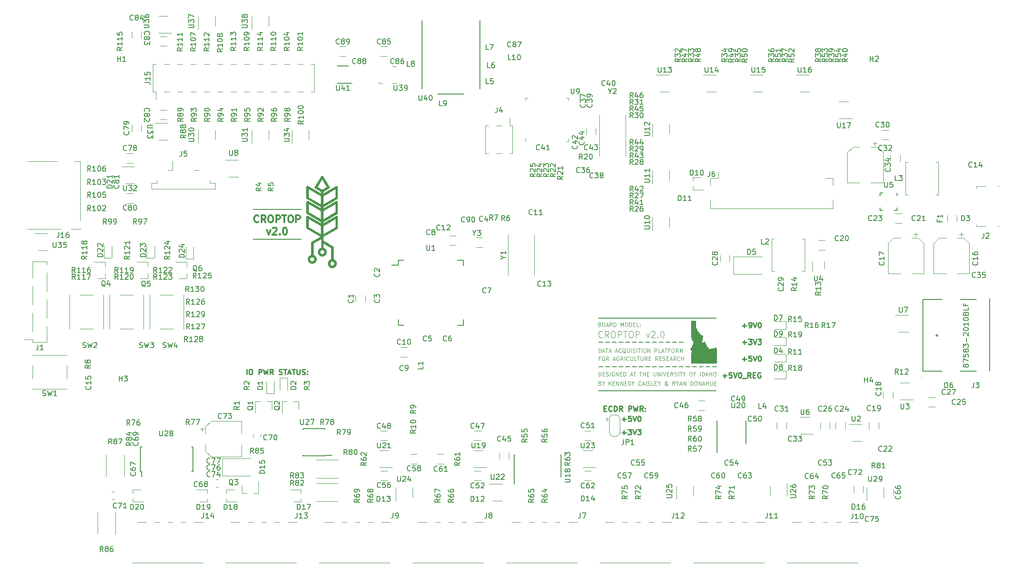
<source format=gto>
G04 #@! TF.GenerationSoftware,KiCad,Pcbnew,(5.1.4-0-10_14)*
G04 #@! TF.CreationDate,2019-11-12T20:44:58-08:00*
G04 #@! TF.ProjectId,croptop,63726f70-746f-4702-9e6b-696361645f70,rev?*
G04 #@! TF.SameCoordinates,Original*
G04 #@! TF.FileFunction,Legend,Top*
G04 #@! TF.FilePolarity,Positive*
%FSLAX46Y46*%
G04 Gerber Fmt 4.6, Leading zero omitted, Abs format (unit mm)*
G04 Created by KiCad (PCBNEW (5.1.4-0-10_14)) date 2019-11-12 20:44:58*
%MOMM*%
%LPD*%
G04 APERTURE LIST*
%ADD10C,0.250000*%
%ADD11C,0.200000*%
%ADD12C,0.100000*%
%ADD13C,0.300000*%
%ADD14C,0.010000*%
%ADD15C,0.120000*%
%ADD16C,0.152400*%
%ADD17C,0.150000*%
G04 APERTURE END LIST*
D10*
X99648095Y-126182380D02*
X99648095Y-125182380D01*
X100314761Y-125182380D02*
X100505238Y-125182380D01*
X100600476Y-125230000D01*
X100695714Y-125325238D01*
X100743333Y-125515714D01*
X100743333Y-125849047D01*
X100695714Y-126039523D01*
X100600476Y-126134761D01*
X100505238Y-126182380D01*
X100314761Y-126182380D01*
X100219523Y-126134761D01*
X100124285Y-126039523D01*
X100076666Y-125849047D01*
X100076666Y-125515714D01*
X100124285Y-125325238D01*
X100219523Y-125230000D01*
X100314761Y-125182380D01*
X101933809Y-126182380D02*
X101933809Y-125182380D01*
X102314761Y-125182380D01*
X102410000Y-125230000D01*
X102457619Y-125277619D01*
X102505238Y-125372857D01*
X102505238Y-125515714D01*
X102457619Y-125610952D01*
X102410000Y-125658571D01*
X102314761Y-125706190D01*
X101933809Y-125706190D01*
X102838571Y-125182380D02*
X103076666Y-126182380D01*
X103267142Y-125468095D01*
X103457619Y-126182380D01*
X103695714Y-125182380D01*
X104648095Y-126182380D02*
X104314761Y-125706190D01*
X104076666Y-126182380D02*
X104076666Y-125182380D01*
X104457619Y-125182380D01*
X104552857Y-125230000D01*
X104600476Y-125277619D01*
X104648095Y-125372857D01*
X104648095Y-125515714D01*
X104600476Y-125610952D01*
X104552857Y-125658571D01*
X104457619Y-125706190D01*
X104076666Y-125706190D01*
X105790952Y-126134761D02*
X105933809Y-126182380D01*
X106171904Y-126182380D01*
X106267142Y-126134761D01*
X106314761Y-126087142D01*
X106362380Y-125991904D01*
X106362380Y-125896666D01*
X106314761Y-125801428D01*
X106267142Y-125753809D01*
X106171904Y-125706190D01*
X105981428Y-125658571D01*
X105886190Y-125610952D01*
X105838571Y-125563333D01*
X105790952Y-125468095D01*
X105790952Y-125372857D01*
X105838571Y-125277619D01*
X105886190Y-125230000D01*
X105981428Y-125182380D01*
X106219523Y-125182380D01*
X106362380Y-125230000D01*
X106648095Y-125182380D02*
X107219523Y-125182380D01*
X106933809Y-126182380D02*
X106933809Y-125182380D01*
X107505238Y-125896666D02*
X107981428Y-125896666D01*
X107410000Y-126182380D02*
X107743333Y-125182380D01*
X108076666Y-126182380D01*
X108267142Y-125182380D02*
X108838571Y-125182380D01*
X108552857Y-126182380D02*
X108552857Y-125182380D01*
X109171904Y-125182380D02*
X109171904Y-125991904D01*
X109219523Y-126087142D01*
X109267142Y-126134761D01*
X109362380Y-126182380D01*
X109552857Y-126182380D01*
X109648095Y-126134761D01*
X109695714Y-126087142D01*
X109743333Y-125991904D01*
X109743333Y-125182380D01*
X110171904Y-126134761D02*
X110314761Y-126182380D01*
X110552857Y-126182380D01*
X110648095Y-126134761D01*
X110695714Y-126087142D01*
X110743333Y-125991904D01*
X110743333Y-125896666D01*
X110695714Y-125801428D01*
X110648095Y-125753809D01*
X110552857Y-125706190D01*
X110362380Y-125658571D01*
X110267142Y-125610952D01*
X110219523Y-125563333D01*
X110171904Y-125468095D01*
X110171904Y-125372857D01*
X110219523Y-125277619D01*
X110267142Y-125230000D01*
X110362380Y-125182380D01*
X110600476Y-125182380D01*
X110743333Y-125230000D01*
X111171904Y-126087142D02*
X111219523Y-126134761D01*
X111171904Y-126182380D01*
X111124285Y-126134761D01*
X111171904Y-126087142D01*
X111171904Y-126182380D01*
X111171904Y-125563333D02*
X111219523Y-125610952D01*
X111171904Y-125658571D01*
X111124285Y-125610952D01*
X111171904Y-125563333D01*
X111171904Y-125658571D01*
D11*
X166497000Y-129286000D02*
X188849000Y-129286000D01*
D12*
X166548000Y-126450285D02*
X166548000Y-125700285D01*
X166726571Y-125700285D01*
X166833714Y-125736000D01*
X166905142Y-125807428D01*
X166940857Y-125878857D01*
X166976571Y-126021714D01*
X166976571Y-126128857D01*
X166940857Y-126271714D01*
X166905142Y-126343142D01*
X166833714Y-126414571D01*
X166726571Y-126450285D01*
X166548000Y-126450285D01*
X167298000Y-126057428D02*
X167548000Y-126057428D01*
X167655142Y-126450285D02*
X167298000Y-126450285D01*
X167298000Y-125700285D01*
X167655142Y-125700285D01*
X167940857Y-126414571D02*
X168048000Y-126450285D01*
X168226571Y-126450285D01*
X168298000Y-126414571D01*
X168333714Y-126378857D01*
X168369428Y-126307428D01*
X168369428Y-126236000D01*
X168333714Y-126164571D01*
X168298000Y-126128857D01*
X168226571Y-126093142D01*
X168083714Y-126057428D01*
X168012285Y-126021714D01*
X167976571Y-125986000D01*
X167940857Y-125914571D01*
X167940857Y-125843142D01*
X167976571Y-125771714D01*
X168012285Y-125736000D01*
X168083714Y-125700285D01*
X168262285Y-125700285D01*
X168369428Y-125736000D01*
X168690857Y-126450285D02*
X168690857Y-125700285D01*
X169440857Y-125736000D02*
X169369428Y-125700285D01*
X169262285Y-125700285D01*
X169155142Y-125736000D01*
X169083714Y-125807428D01*
X169048000Y-125878857D01*
X169012285Y-126021714D01*
X169012285Y-126128857D01*
X169048000Y-126271714D01*
X169083714Y-126343142D01*
X169155142Y-126414571D01*
X169262285Y-126450285D01*
X169333714Y-126450285D01*
X169440857Y-126414571D01*
X169476571Y-126378857D01*
X169476571Y-126128857D01*
X169333714Y-126128857D01*
X169798000Y-126450285D02*
X169798000Y-125700285D01*
X170226571Y-126450285D01*
X170226571Y-125700285D01*
X170583714Y-126057428D02*
X170833714Y-126057428D01*
X170940857Y-126450285D02*
X170583714Y-126450285D01*
X170583714Y-125700285D01*
X170940857Y-125700285D01*
X171262285Y-126450285D02*
X171262285Y-125700285D01*
X171440857Y-125700285D01*
X171548000Y-125736000D01*
X171619428Y-125807428D01*
X171655142Y-125878857D01*
X171690857Y-126021714D01*
X171690857Y-126128857D01*
X171655142Y-126271714D01*
X171619428Y-126343142D01*
X171548000Y-126414571D01*
X171440857Y-126450285D01*
X171262285Y-126450285D01*
X172548000Y-126236000D02*
X172905142Y-126236000D01*
X172476571Y-126450285D02*
X172726571Y-125700285D01*
X172976571Y-126450285D01*
X173119428Y-125700285D02*
X173548000Y-125700285D01*
X173333714Y-126450285D02*
X173333714Y-125700285D01*
X174262285Y-125700285D02*
X174690857Y-125700285D01*
X174476571Y-126450285D02*
X174476571Y-125700285D01*
X174940857Y-126450285D02*
X174940857Y-125700285D01*
X174940857Y-126057428D02*
X175369428Y-126057428D01*
X175369428Y-126450285D02*
X175369428Y-125700285D01*
X175726571Y-126057428D02*
X175976571Y-126057428D01*
X176083714Y-126450285D02*
X175726571Y-126450285D01*
X175726571Y-125700285D01*
X176083714Y-125700285D01*
X176976571Y-125700285D02*
X176976571Y-126307428D01*
X177012285Y-126378857D01*
X177048000Y-126414571D01*
X177119428Y-126450285D01*
X177262285Y-126450285D01*
X177333714Y-126414571D01*
X177369428Y-126378857D01*
X177405142Y-126307428D01*
X177405142Y-125700285D01*
X177762285Y-126450285D02*
X177762285Y-125700285D01*
X178190857Y-126450285D01*
X178190857Y-125700285D01*
X178548000Y-126450285D02*
X178548000Y-125700285D01*
X178798000Y-125700285D02*
X179048000Y-126450285D01*
X179298000Y-125700285D01*
X179548000Y-126057428D02*
X179798000Y-126057428D01*
X179905142Y-126450285D02*
X179548000Y-126450285D01*
X179548000Y-125700285D01*
X179905142Y-125700285D01*
X180655142Y-126450285D02*
X180405142Y-126093142D01*
X180226571Y-126450285D02*
X180226571Y-125700285D01*
X180512285Y-125700285D01*
X180583714Y-125736000D01*
X180619428Y-125771714D01*
X180655142Y-125843142D01*
X180655142Y-125950285D01*
X180619428Y-126021714D01*
X180583714Y-126057428D01*
X180512285Y-126093142D01*
X180226571Y-126093142D01*
X180940857Y-126414571D02*
X181048000Y-126450285D01*
X181226571Y-126450285D01*
X181298000Y-126414571D01*
X181333714Y-126378857D01*
X181369428Y-126307428D01*
X181369428Y-126236000D01*
X181333714Y-126164571D01*
X181298000Y-126128857D01*
X181226571Y-126093142D01*
X181083714Y-126057428D01*
X181012285Y-126021714D01*
X180976571Y-125986000D01*
X180940857Y-125914571D01*
X180940857Y-125843142D01*
X180976571Y-125771714D01*
X181012285Y-125736000D01*
X181083714Y-125700285D01*
X181262285Y-125700285D01*
X181369428Y-125736000D01*
X181690857Y-126450285D02*
X181690857Y-125700285D01*
X181940857Y-125700285D02*
X182369428Y-125700285D01*
X182155142Y-126450285D02*
X182155142Y-125700285D01*
X182762285Y-126093142D02*
X182762285Y-126450285D01*
X182512285Y-125700285D02*
X182762285Y-126093142D01*
X183012285Y-125700285D01*
X183976571Y-125700285D02*
X184119428Y-125700285D01*
X184190857Y-125736000D01*
X184262285Y-125807428D01*
X184298000Y-125950285D01*
X184298000Y-126200285D01*
X184262285Y-126343142D01*
X184190857Y-126414571D01*
X184119428Y-126450285D01*
X183976571Y-126450285D01*
X183905142Y-126414571D01*
X183833714Y-126343142D01*
X183798000Y-126200285D01*
X183798000Y-125950285D01*
X183833714Y-125807428D01*
X183905142Y-125736000D01*
X183976571Y-125700285D01*
X184869428Y-126057428D02*
X184619428Y-126057428D01*
X184619428Y-126450285D02*
X184619428Y-125700285D01*
X184976571Y-125700285D01*
X185833714Y-126450285D02*
X185833714Y-125700285D01*
X186190857Y-126450285D02*
X186190857Y-125700285D01*
X186369428Y-125700285D01*
X186476571Y-125736000D01*
X186548000Y-125807428D01*
X186583714Y-125878857D01*
X186619428Y-126021714D01*
X186619428Y-126128857D01*
X186583714Y-126271714D01*
X186548000Y-126343142D01*
X186476571Y-126414571D01*
X186369428Y-126450285D01*
X186190857Y-126450285D01*
X186905142Y-126236000D02*
X187262285Y-126236000D01*
X186833714Y-126450285D02*
X187083714Y-125700285D01*
X187333714Y-126450285D01*
X187583714Y-126450285D02*
X187583714Y-125700285D01*
X187583714Y-126057428D02*
X188012285Y-126057428D01*
X188012285Y-126450285D02*
X188012285Y-125700285D01*
X188512285Y-125700285D02*
X188655142Y-125700285D01*
X188726571Y-125736000D01*
X188798000Y-125807428D01*
X188833714Y-125950285D01*
X188833714Y-126200285D01*
X188798000Y-126343142D01*
X188726571Y-126414571D01*
X188655142Y-126450285D01*
X188512285Y-126450285D01*
X188440857Y-126414571D01*
X188369428Y-126343142D01*
X188333714Y-126200285D01*
X188333714Y-125950285D01*
X188369428Y-125807428D01*
X188440857Y-125736000D01*
X188512285Y-125700285D01*
X166762285Y-127835428D02*
X166869428Y-127871142D01*
X166905142Y-127906857D01*
X166940857Y-127978285D01*
X166940857Y-128085428D01*
X166905142Y-128156857D01*
X166869428Y-128192571D01*
X166798000Y-128228285D01*
X166512285Y-128228285D01*
X166512285Y-127478285D01*
X166762285Y-127478285D01*
X166833714Y-127514000D01*
X166869428Y-127549714D01*
X166905142Y-127621142D01*
X166905142Y-127692571D01*
X166869428Y-127764000D01*
X166833714Y-127799714D01*
X166762285Y-127835428D01*
X166512285Y-127835428D01*
X167405142Y-127871142D02*
X167405142Y-128228285D01*
X167155142Y-127478285D02*
X167405142Y-127871142D01*
X167655142Y-127478285D01*
X168476571Y-128228285D02*
X168476571Y-127478285D01*
X168905142Y-128228285D02*
X168583714Y-127799714D01*
X168905142Y-127478285D02*
X168476571Y-127906857D01*
X169226571Y-127835428D02*
X169476571Y-127835428D01*
X169583714Y-128228285D02*
X169226571Y-128228285D01*
X169226571Y-127478285D01*
X169583714Y-127478285D01*
X169905142Y-128228285D02*
X169905142Y-127478285D01*
X170333714Y-128228285D01*
X170333714Y-127478285D01*
X170690857Y-128228285D02*
X170690857Y-127478285D01*
X171119428Y-128228285D01*
X171119428Y-127478285D01*
X171476571Y-127835428D02*
X171726571Y-127835428D01*
X171833714Y-128228285D02*
X171476571Y-128228285D01*
X171476571Y-127478285D01*
X171833714Y-127478285D01*
X172155142Y-128228285D02*
X172155142Y-127478285D01*
X172333714Y-127478285D01*
X172440857Y-127514000D01*
X172512285Y-127585428D01*
X172548000Y-127656857D01*
X172583714Y-127799714D01*
X172583714Y-127906857D01*
X172548000Y-128049714D01*
X172512285Y-128121142D01*
X172440857Y-128192571D01*
X172333714Y-128228285D01*
X172155142Y-128228285D01*
X173048000Y-127871142D02*
X173048000Y-128228285D01*
X172798000Y-127478285D02*
X173048000Y-127871142D01*
X173298000Y-127478285D01*
X174548000Y-128156857D02*
X174512285Y-128192571D01*
X174405142Y-128228285D01*
X174333714Y-128228285D01*
X174226571Y-128192571D01*
X174155142Y-128121142D01*
X174119428Y-128049714D01*
X174083714Y-127906857D01*
X174083714Y-127799714D01*
X174119428Y-127656857D01*
X174155142Y-127585428D01*
X174226571Y-127514000D01*
X174333714Y-127478285D01*
X174405142Y-127478285D01*
X174512285Y-127514000D01*
X174548000Y-127549714D01*
X174833714Y-128014000D02*
X175190857Y-128014000D01*
X174762285Y-128228285D02*
X175012285Y-127478285D01*
X175262285Y-128228285D01*
X175512285Y-128228285D02*
X175512285Y-127478285D01*
X175833714Y-128192571D02*
X175940857Y-128228285D01*
X176119428Y-128228285D01*
X176190857Y-128192571D01*
X176226571Y-128156857D01*
X176262285Y-128085428D01*
X176262285Y-128014000D01*
X176226571Y-127942571D01*
X176190857Y-127906857D01*
X176119428Y-127871142D01*
X175976571Y-127835428D01*
X175905142Y-127799714D01*
X175869428Y-127764000D01*
X175833714Y-127692571D01*
X175833714Y-127621142D01*
X175869428Y-127549714D01*
X175905142Y-127514000D01*
X175976571Y-127478285D01*
X176155142Y-127478285D01*
X176262285Y-127514000D01*
X176940857Y-128228285D02*
X176583714Y-128228285D01*
X176583714Y-127478285D01*
X177190857Y-127835428D02*
X177440857Y-127835428D01*
X177548000Y-128228285D02*
X177190857Y-128228285D01*
X177190857Y-127478285D01*
X177548000Y-127478285D01*
X178012285Y-127871142D02*
X178012285Y-128228285D01*
X177762285Y-127478285D02*
X178012285Y-127871142D01*
X178262285Y-127478285D01*
X179690857Y-128228285D02*
X179655142Y-128228285D01*
X179583714Y-128192571D01*
X179476571Y-128085428D01*
X179298000Y-127871142D01*
X179226571Y-127764000D01*
X179190857Y-127656857D01*
X179190857Y-127585428D01*
X179226571Y-127514000D01*
X179298000Y-127478285D01*
X179333714Y-127478285D01*
X179405142Y-127514000D01*
X179440857Y-127585428D01*
X179440857Y-127621142D01*
X179405142Y-127692571D01*
X179369428Y-127728285D01*
X179155142Y-127871142D01*
X179119428Y-127906857D01*
X179083714Y-127978285D01*
X179083714Y-128085428D01*
X179119428Y-128156857D01*
X179155142Y-128192571D01*
X179226571Y-128228285D01*
X179333714Y-128228285D01*
X179405142Y-128192571D01*
X179440857Y-128156857D01*
X179548000Y-128014000D01*
X179583714Y-127906857D01*
X179583714Y-127835428D01*
X181012285Y-128228285D02*
X180762285Y-127871142D01*
X180583714Y-128228285D02*
X180583714Y-127478285D01*
X180869428Y-127478285D01*
X180940857Y-127514000D01*
X180976571Y-127549714D01*
X181012285Y-127621142D01*
X181012285Y-127728285D01*
X180976571Y-127799714D01*
X180940857Y-127835428D01*
X180869428Y-127871142D01*
X180583714Y-127871142D01*
X181476571Y-127871142D02*
X181476571Y-128228285D01*
X181226571Y-127478285D02*
X181476571Y-127871142D01*
X181726571Y-127478285D01*
X181940857Y-128014000D02*
X182298000Y-128014000D01*
X181869428Y-128228285D02*
X182119428Y-127478285D01*
X182369428Y-128228285D01*
X182619428Y-128228285D02*
X182619428Y-127478285D01*
X183048000Y-128228285D01*
X183048000Y-127478285D01*
X183976571Y-128228285D02*
X183976571Y-127478285D01*
X184155142Y-127478285D01*
X184262285Y-127514000D01*
X184333714Y-127585428D01*
X184369428Y-127656857D01*
X184405142Y-127799714D01*
X184405142Y-127906857D01*
X184369428Y-128049714D01*
X184333714Y-128121142D01*
X184262285Y-128192571D01*
X184155142Y-128228285D01*
X183976571Y-128228285D01*
X184869428Y-127478285D02*
X185012285Y-127478285D01*
X185083714Y-127514000D01*
X185155142Y-127585428D01*
X185190857Y-127728285D01*
X185190857Y-127978285D01*
X185155142Y-128121142D01*
X185083714Y-128192571D01*
X185012285Y-128228285D01*
X184869428Y-128228285D01*
X184798000Y-128192571D01*
X184726571Y-128121142D01*
X184690857Y-127978285D01*
X184690857Y-127728285D01*
X184726571Y-127585428D01*
X184798000Y-127514000D01*
X184869428Y-127478285D01*
X185512285Y-128228285D02*
X185512285Y-127478285D01*
X185940857Y-128228285D01*
X185940857Y-127478285D01*
X186262285Y-128014000D02*
X186619428Y-128014000D01*
X186190857Y-128228285D02*
X186440857Y-127478285D01*
X186690857Y-128228285D01*
X186940857Y-128228285D02*
X186940857Y-127478285D01*
X186940857Y-127835428D02*
X187369428Y-127835428D01*
X187369428Y-128228285D02*
X187369428Y-127478285D01*
X187726571Y-127478285D02*
X187726571Y-128085428D01*
X187762285Y-128156857D01*
X187798000Y-128192571D01*
X187869428Y-128228285D01*
X188012285Y-128228285D01*
X188083714Y-128192571D01*
X188119428Y-128156857D01*
X188155142Y-128085428D01*
X188155142Y-127478285D01*
X188512285Y-127835428D02*
X188762285Y-127835428D01*
X188869428Y-128228285D02*
X188512285Y-128228285D01*
X188512285Y-127478285D01*
X188869428Y-127478285D01*
X166803571Y-123136428D02*
X166553571Y-123136428D01*
X166553571Y-123529285D02*
X166553571Y-122779285D01*
X166910714Y-122779285D01*
X167339285Y-122779285D02*
X167482142Y-122779285D01*
X167553571Y-122815000D01*
X167625000Y-122886428D01*
X167660714Y-123029285D01*
X167660714Y-123279285D01*
X167625000Y-123422142D01*
X167553571Y-123493571D01*
X167482142Y-123529285D01*
X167339285Y-123529285D01*
X167267857Y-123493571D01*
X167196428Y-123422142D01*
X167160714Y-123279285D01*
X167160714Y-123029285D01*
X167196428Y-122886428D01*
X167267857Y-122815000D01*
X167339285Y-122779285D01*
X168410714Y-123529285D02*
X168160714Y-123172142D01*
X167982142Y-123529285D02*
X167982142Y-122779285D01*
X168267857Y-122779285D01*
X168339285Y-122815000D01*
X168375000Y-122850714D01*
X168410714Y-122922142D01*
X168410714Y-123029285D01*
X168375000Y-123100714D01*
X168339285Y-123136428D01*
X168267857Y-123172142D01*
X167982142Y-123172142D01*
X169267857Y-123315000D02*
X169625000Y-123315000D01*
X169196428Y-123529285D02*
X169446428Y-122779285D01*
X169696428Y-123529285D01*
X170339285Y-122815000D02*
X170267857Y-122779285D01*
X170160714Y-122779285D01*
X170053571Y-122815000D01*
X169982142Y-122886428D01*
X169946428Y-122957857D01*
X169910714Y-123100714D01*
X169910714Y-123207857D01*
X169946428Y-123350714D01*
X169982142Y-123422142D01*
X170053571Y-123493571D01*
X170160714Y-123529285D01*
X170232142Y-123529285D01*
X170339285Y-123493571D01*
X170375000Y-123457857D01*
X170375000Y-123207857D01*
X170232142Y-123207857D01*
X171125000Y-123529285D02*
X170875000Y-123172142D01*
X170696428Y-123529285D02*
X170696428Y-122779285D01*
X170982142Y-122779285D01*
X171053571Y-122815000D01*
X171089285Y-122850714D01*
X171125000Y-122922142D01*
X171125000Y-123029285D01*
X171089285Y-123100714D01*
X171053571Y-123136428D01*
X170982142Y-123172142D01*
X170696428Y-123172142D01*
X171446428Y-123529285D02*
X171446428Y-122779285D01*
X172232142Y-123457857D02*
X172196428Y-123493571D01*
X172089285Y-123529285D01*
X172017857Y-123529285D01*
X171910714Y-123493571D01*
X171839285Y-123422142D01*
X171803571Y-123350714D01*
X171767857Y-123207857D01*
X171767857Y-123100714D01*
X171803571Y-122957857D01*
X171839285Y-122886428D01*
X171910714Y-122815000D01*
X172017857Y-122779285D01*
X172089285Y-122779285D01*
X172196428Y-122815000D01*
X172232142Y-122850714D01*
X172553571Y-122779285D02*
X172553571Y-123386428D01*
X172589285Y-123457857D01*
X172625000Y-123493571D01*
X172696428Y-123529285D01*
X172839285Y-123529285D01*
X172910714Y-123493571D01*
X172946428Y-123457857D01*
X172982142Y-123386428D01*
X172982142Y-122779285D01*
X173696428Y-123529285D02*
X173339285Y-123529285D01*
X173339285Y-122779285D01*
X173839285Y-122779285D02*
X174267857Y-122779285D01*
X174053571Y-123529285D02*
X174053571Y-122779285D01*
X174517857Y-122779285D02*
X174517857Y-123386428D01*
X174553571Y-123457857D01*
X174589285Y-123493571D01*
X174660714Y-123529285D01*
X174803571Y-123529285D01*
X174875000Y-123493571D01*
X174910714Y-123457857D01*
X174946428Y-123386428D01*
X174946428Y-122779285D01*
X175732142Y-123529285D02*
X175482142Y-123172142D01*
X175303571Y-123529285D02*
X175303571Y-122779285D01*
X175589285Y-122779285D01*
X175660714Y-122815000D01*
X175696428Y-122850714D01*
X175732142Y-122922142D01*
X175732142Y-123029285D01*
X175696428Y-123100714D01*
X175660714Y-123136428D01*
X175589285Y-123172142D01*
X175303571Y-123172142D01*
X176053571Y-123136428D02*
X176303571Y-123136428D01*
X176410714Y-123529285D02*
X176053571Y-123529285D01*
X176053571Y-122779285D01*
X176410714Y-122779285D01*
X177732142Y-123529285D02*
X177482142Y-123172142D01*
X177303571Y-123529285D02*
X177303571Y-122779285D01*
X177589285Y-122779285D01*
X177660714Y-122815000D01*
X177696428Y-122850714D01*
X177732142Y-122922142D01*
X177732142Y-123029285D01*
X177696428Y-123100714D01*
X177660714Y-123136428D01*
X177589285Y-123172142D01*
X177303571Y-123172142D01*
X178053571Y-123136428D02*
X178303571Y-123136428D01*
X178410714Y-123529285D02*
X178053571Y-123529285D01*
X178053571Y-122779285D01*
X178410714Y-122779285D01*
X178696428Y-123493571D02*
X178803571Y-123529285D01*
X178982142Y-123529285D01*
X179053571Y-123493571D01*
X179089285Y-123457857D01*
X179125000Y-123386428D01*
X179125000Y-123315000D01*
X179089285Y-123243571D01*
X179053571Y-123207857D01*
X178982142Y-123172142D01*
X178839285Y-123136428D01*
X178767857Y-123100714D01*
X178732142Y-123065000D01*
X178696428Y-122993571D01*
X178696428Y-122922142D01*
X178732142Y-122850714D01*
X178767857Y-122815000D01*
X178839285Y-122779285D01*
X179017857Y-122779285D01*
X179125000Y-122815000D01*
X179446428Y-123136428D02*
X179696428Y-123136428D01*
X179803571Y-123529285D02*
X179446428Y-123529285D01*
X179446428Y-122779285D01*
X179803571Y-122779285D01*
X180089285Y-123315000D02*
X180446428Y-123315000D01*
X180017857Y-123529285D02*
X180267857Y-122779285D01*
X180517857Y-123529285D01*
X181196428Y-123529285D02*
X180946428Y-123172142D01*
X180767857Y-123529285D02*
X180767857Y-122779285D01*
X181053571Y-122779285D01*
X181125000Y-122815000D01*
X181160714Y-122850714D01*
X181196428Y-122922142D01*
X181196428Y-123029285D01*
X181160714Y-123100714D01*
X181125000Y-123136428D01*
X181053571Y-123172142D01*
X180767857Y-123172142D01*
X181946428Y-123457857D02*
X181910714Y-123493571D01*
X181803571Y-123529285D01*
X181732142Y-123529285D01*
X181625000Y-123493571D01*
X181553571Y-123422142D01*
X181517857Y-123350714D01*
X181482142Y-123207857D01*
X181482142Y-123100714D01*
X181517857Y-122957857D01*
X181553571Y-122886428D01*
X181625000Y-122815000D01*
X181732142Y-122779285D01*
X181803571Y-122779285D01*
X181910714Y-122815000D01*
X181946428Y-122850714D01*
X182267857Y-123529285D02*
X182267857Y-122779285D01*
X182267857Y-123136428D02*
X182696428Y-123136428D01*
X182696428Y-123529285D02*
X182696428Y-122779285D01*
X166719714Y-116659428D02*
X166826857Y-116695142D01*
X166862571Y-116730857D01*
X166898285Y-116802285D01*
X166898285Y-116909428D01*
X166862571Y-116980857D01*
X166826857Y-117016571D01*
X166755428Y-117052285D01*
X166469714Y-117052285D01*
X166469714Y-116302285D01*
X166719714Y-116302285D01*
X166791142Y-116338000D01*
X166826857Y-116373714D01*
X166862571Y-116445142D01*
X166862571Y-116516571D01*
X166826857Y-116588000D01*
X166791142Y-116623714D01*
X166719714Y-116659428D01*
X166469714Y-116659428D01*
X167362571Y-116302285D02*
X167505428Y-116302285D01*
X167576857Y-116338000D01*
X167648285Y-116409428D01*
X167684000Y-116552285D01*
X167684000Y-116802285D01*
X167648285Y-116945142D01*
X167576857Y-117016571D01*
X167505428Y-117052285D01*
X167362571Y-117052285D01*
X167291142Y-117016571D01*
X167219714Y-116945142D01*
X167184000Y-116802285D01*
X167184000Y-116552285D01*
X167219714Y-116409428D01*
X167291142Y-116338000D01*
X167362571Y-116302285D01*
X167969714Y-116838000D02*
X168326857Y-116838000D01*
X167898285Y-117052285D02*
X168148285Y-116302285D01*
X168398285Y-117052285D01*
X169076857Y-117052285D02*
X168826857Y-116695142D01*
X168648285Y-117052285D02*
X168648285Y-116302285D01*
X168934000Y-116302285D01*
X169005428Y-116338000D01*
X169041142Y-116373714D01*
X169076857Y-116445142D01*
X169076857Y-116552285D01*
X169041142Y-116623714D01*
X169005428Y-116659428D01*
X168934000Y-116695142D01*
X168648285Y-116695142D01*
X169398285Y-117052285D02*
X169398285Y-116302285D01*
X169576857Y-116302285D01*
X169684000Y-116338000D01*
X169755428Y-116409428D01*
X169791142Y-116480857D01*
X169826857Y-116623714D01*
X169826857Y-116730857D01*
X169791142Y-116873714D01*
X169755428Y-116945142D01*
X169684000Y-117016571D01*
X169576857Y-117052285D01*
X169398285Y-117052285D01*
X170719714Y-117052285D02*
X170719714Y-116302285D01*
X170969714Y-116838000D01*
X171219714Y-116302285D01*
X171219714Y-117052285D01*
X171719714Y-116302285D02*
X171862571Y-116302285D01*
X171934000Y-116338000D01*
X172005428Y-116409428D01*
X172041142Y-116552285D01*
X172041142Y-116802285D01*
X172005428Y-116945142D01*
X171934000Y-117016571D01*
X171862571Y-117052285D01*
X171719714Y-117052285D01*
X171648285Y-117016571D01*
X171576857Y-116945142D01*
X171541142Y-116802285D01*
X171541142Y-116552285D01*
X171576857Y-116409428D01*
X171648285Y-116338000D01*
X171719714Y-116302285D01*
X172362571Y-117052285D02*
X172362571Y-116302285D01*
X172541142Y-116302285D01*
X172648285Y-116338000D01*
X172719714Y-116409428D01*
X172755428Y-116480857D01*
X172791142Y-116623714D01*
X172791142Y-116730857D01*
X172755428Y-116873714D01*
X172719714Y-116945142D01*
X172648285Y-117016571D01*
X172541142Y-117052285D01*
X172362571Y-117052285D01*
X173112571Y-116659428D02*
X173362571Y-116659428D01*
X173469714Y-117052285D02*
X173112571Y-117052285D01*
X173112571Y-116302285D01*
X173469714Y-116302285D01*
X174148285Y-117052285D02*
X173791142Y-117052285D01*
X173791142Y-116302285D01*
X174398285Y-116980857D02*
X174434000Y-117016571D01*
X174398285Y-117052285D01*
X174362571Y-117016571D01*
X174398285Y-116980857D01*
X174398285Y-117052285D01*
X174398285Y-116588000D02*
X174434000Y-116623714D01*
X174398285Y-116659428D01*
X174362571Y-116623714D01*
X174398285Y-116588000D01*
X174398285Y-116659428D01*
X166551571Y-122005285D02*
X166551571Y-121255285D01*
X166730142Y-121255285D01*
X166837285Y-121291000D01*
X166908714Y-121362428D01*
X166944428Y-121433857D01*
X166980142Y-121576714D01*
X166980142Y-121683857D01*
X166944428Y-121826714D01*
X166908714Y-121898142D01*
X166837285Y-121969571D01*
X166730142Y-122005285D01*
X166551571Y-122005285D01*
X167265857Y-121791000D02*
X167623000Y-121791000D01*
X167194428Y-122005285D02*
X167444428Y-121255285D01*
X167694428Y-122005285D01*
X167837285Y-121255285D02*
X168265857Y-121255285D01*
X168051571Y-122005285D02*
X168051571Y-121255285D01*
X168480142Y-121791000D02*
X168837285Y-121791000D01*
X168408714Y-122005285D02*
X168658714Y-121255285D01*
X168908714Y-122005285D01*
X169694428Y-121791000D02*
X170051571Y-121791000D01*
X169623000Y-122005285D02*
X169873000Y-121255285D01*
X170123000Y-122005285D01*
X170801571Y-121933857D02*
X170765857Y-121969571D01*
X170658714Y-122005285D01*
X170587285Y-122005285D01*
X170480142Y-121969571D01*
X170408714Y-121898142D01*
X170373000Y-121826714D01*
X170337285Y-121683857D01*
X170337285Y-121576714D01*
X170373000Y-121433857D01*
X170408714Y-121362428D01*
X170480142Y-121291000D01*
X170587285Y-121255285D01*
X170658714Y-121255285D01*
X170765857Y-121291000D01*
X170801571Y-121326714D01*
X171623000Y-122076714D02*
X171551571Y-122041000D01*
X171480142Y-121969571D01*
X171373000Y-121862428D01*
X171301571Y-121826714D01*
X171230142Y-121826714D01*
X171265857Y-122005285D02*
X171194428Y-121969571D01*
X171123000Y-121898142D01*
X171087285Y-121755285D01*
X171087285Y-121505285D01*
X171123000Y-121362428D01*
X171194428Y-121291000D01*
X171265857Y-121255285D01*
X171408714Y-121255285D01*
X171480142Y-121291000D01*
X171551571Y-121362428D01*
X171587285Y-121505285D01*
X171587285Y-121755285D01*
X171551571Y-121898142D01*
X171480142Y-121969571D01*
X171408714Y-122005285D01*
X171265857Y-122005285D01*
X171908714Y-121255285D02*
X171908714Y-121862428D01*
X171944428Y-121933857D01*
X171980142Y-121969571D01*
X172051571Y-122005285D01*
X172194428Y-122005285D01*
X172265857Y-121969571D01*
X172301571Y-121933857D01*
X172337285Y-121862428D01*
X172337285Y-121255285D01*
X172694428Y-122005285D02*
X172694428Y-121255285D01*
X173015857Y-121969571D02*
X173123000Y-122005285D01*
X173301571Y-122005285D01*
X173373000Y-121969571D01*
X173408714Y-121933857D01*
X173444428Y-121862428D01*
X173444428Y-121791000D01*
X173408714Y-121719571D01*
X173373000Y-121683857D01*
X173301571Y-121648142D01*
X173158714Y-121612428D01*
X173087285Y-121576714D01*
X173051571Y-121541000D01*
X173015857Y-121469571D01*
X173015857Y-121398142D01*
X173051571Y-121326714D01*
X173087285Y-121291000D01*
X173158714Y-121255285D01*
X173337285Y-121255285D01*
X173444428Y-121291000D01*
X173765857Y-122005285D02*
X173765857Y-121255285D01*
X174015857Y-121255285D02*
X174444428Y-121255285D01*
X174230142Y-122005285D02*
X174230142Y-121255285D01*
X174694428Y-122005285D02*
X174694428Y-121255285D01*
X175194428Y-121255285D02*
X175337285Y-121255285D01*
X175408714Y-121291000D01*
X175480142Y-121362428D01*
X175515857Y-121505285D01*
X175515857Y-121755285D01*
X175480142Y-121898142D01*
X175408714Y-121969571D01*
X175337285Y-122005285D01*
X175194428Y-122005285D01*
X175123000Y-121969571D01*
X175051571Y-121898142D01*
X175015857Y-121755285D01*
X175015857Y-121505285D01*
X175051571Y-121362428D01*
X175123000Y-121291000D01*
X175194428Y-121255285D01*
X175837285Y-122005285D02*
X175837285Y-121255285D01*
X176265857Y-122005285D01*
X176265857Y-121255285D01*
X177194428Y-122005285D02*
X177194428Y-121255285D01*
X177480142Y-121255285D01*
X177551571Y-121291000D01*
X177587285Y-121326714D01*
X177623000Y-121398142D01*
X177623000Y-121505285D01*
X177587285Y-121576714D01*
X177551571Y-121612428D01*
X177480142Y-121648142D01*
X177194428Y-121648142D01*
X178301571Y-122005285D02*
X177944428Y-122005285D01*
X177944428Y-121255285D01*
X178515857Y-121791000D02*
X178873000Y-121791000D01*
X178444428Y-122005285D02*
X178694428Y-121255285D01*
X178944428Y-122005285D01*
X179087285Y-121255285D02*
X179515857Y-121255285D01*
X179301571Y-122005285D02*
X179301571Y-121255285D01*
X180015857Y-121612428D02*
X179765857Y-121612428D01*
X179765857Y-122005285D02*
X179765857Y-121255285D01*
X180123000Y-121255285D01*
X180551571Y-121255285D02*
X180694428Y-121255285D01*
X180765857Y-121291000D01*
X180837285Y-121362428D01*
X180873000Y-121505285D01*
X180873000Y-121755285D01*
X180837285Y-121898142D01*
X180765857Y-121969571D01*
X180694428Y-122005285D01*
X180551571Y-122005285D01*
X180480142Y-121969571D01*
X180408714Y-121898142D01*
X180373000Y-121755285D01*
X180373000Y-121505285D01*
X180408714Y-121362428D01*
X180480142Y-121291000D01*
X180551571Y-121255285D01*
X181623000Y-122005285D02*
X181373000Y-121648142D01*
X181194428Y-122005285D02*
X181194428Y-121255285D01*
X181480142Y-121255285D01*
X181551571Y-121291000D01*
X181587285Y-121326714D01*
X181623000Y-121398142D01*
X181623000Y-121505285D01*
X181587285Y-121576714D01*
X181551571Y-121612428D01*
X181480142Y-121648142D01*
X181194428Y-121648142D01*
X181944428Y-122005285D02*
X181944428Y-121255285D01*
X182194428Y-121791000D01*
X182444428Y-121255285D01*
X182444428Y-122005285D01*
X167234285Y-119046571D02*
X167177142Y-119103714D01*
X167005714Y-119160857D01*
X166891428Y-119160857D01*
X166720000Y-119103714D01*
X166605714Y-118989428D01*
X166548571Y-118875142D01*
X166491428Y-118646571D01*
X166491428Y-118475142D01*
X166548571Y-118246571D01*
X166605714Y-118132285D01*
X166720000Y-118018000D01*
X166891428Y-117960857D01*
X167005714Y-117960857D01*
X167177142Y-118018000D01*
X167234285Y-118075142D01*
X168434285Y-119160857D02*
X168034285Y-118589428D01*
X167748571Y-119160857D02*
X167748571Y-117960857D01*
X168205714Y-117960857D01*
X168320000Y-118018000D01*
X168377142Y-118075142D01*
X168434285Y-118189428D01*
X168434285Y-118360857D01*
X168377142Y-118475142D01*
X168320000Y-118532285D01*
X168205714Y-118589428D01*
X167748571Y-118589428D01*
X169177142Y-117960857D02*
X169405714Y-117960857D01*
X169520000Y-118018000D01*
X169634285Y-118132285D01*
X169691428Y-118360857D01*
X169691428Y-118760857D01*
X169634285Y-118989428D01*
X169520000Y-119103714D01*
X169405714Y-119160857D01*
X169177142Y-119160857D01*
X169062857Y-119103714D01*
X168948571Y-118989428D01*
X168891428Y-118760857D01*
X168891428Y-118360857D01*
X168948571Y-118132285D01*
X169062857Y-118018000D01*
X169177142Y-117960857D01*
X170205714Y-119160857D02*
X170205714Y-117960857D01*
X170662857Y-117960857D01*
X170777142Y-118018000D01*
X170834285Y-118075142D01*
X170891428Y-118189428D01*
X170891428Y-118360857D01*
X170834285Y-118475142D01*
X170777142Y-118532285D01*
X170662857Y-118589428D01*
X170205714Y-118589428D01*
X171234285Y-117960857D02*
X171920000Y-117960857D01*
X171577142Y-119160857D02*
X171577142Y-117960857D01*
X172548571Y-117960857D02*
X172777142Y-117960857D01*
X172891428Y-118018000D01*
X173005714Y-118132285D01*
X173062857Y-118360857D01*
X173062857Y-118760857D01*
X173005714Y-118989428D01*
X172891428Y-119103714D01*
X172777142Y-119160857D01*
X172548571Y-119160857D01*
X172434285Y-119103714D01*
X172320000Y-118989428D01*
X172262857Y-118760857D01*
X172262857Y-118360857D01*
X172320000Y-118132285D01*
X172434285Y-118018000D01*
X172548571Y-117960857D01*
X173577142Y-119160857D02*
X173577142Y-117960857D01*
X174034285Y-117960857D01*
X174148571Y-118018000D01*
X174205714Y-118075142D01*
X174262857Y-118189428D01*
X174262857Y-118360857D01*
X174205714Y-118475142D01*
X174148571Y-118532285D01*
X174034285Y-118589428D01*
X173577142Y-118589428D01*
X175577142Y-118360857D02*
X175862857Y-119160857D01*
X176148571Y-118360857D01*
X176548571Y-118075142D02*
X176605714Y-118018000D01*
X176720000Y-117960857D01*
X177005714Y-117960857D01*
X177120000Y-118018000D01*
X177177142Y-118075142D01*
X177234285Y-118189428D01*
X177234285Y-118303714D01*
X177177142Y-118475142D01*
X176491428Y-119160857D01*
X177234285Y-119160857D01*
X177748571Y-119046571D02*
X177805714Y-119103714D01*
X177748571Y-119160857D01*
X177691428Y-119103714D01*
X177748571Y-119046571D01*
X177748571Y-119160857D01*
X178548571Y-117960857D02*
X178662857Y-117960857D01*
X178777142Y-118018000D01*
X178834285Y-118075142D01*
X178891428Y-118189428D01*
X178948571Y-118418000D01*
X178948571Y-118703714D01*
X178891428Y-118932285D01*
X178834285Y-119046571D01*
X178777142Y-119103714D01*
X178662857Y-119160857D01*
X178548571Y-119160857D01*
X178434285Y-119103714D01*
X178377142Y-119046571D01*
X178320000Y-118932285D01*
X178262857Y-118703714D01*
X178262857Y-118418000D01*
X178320000Y-118189428D01*
X178377142Y-118075142D01*
X178434285Y-118018000D01*
X178548571Y-117960857D01*
D11*
X175450500Y-124682696D02*
X176212500Y-124682696D01*
X166560500Y-124682696D02*
X167322500Y-124682696D01*
X180530500Y-124682696D02*
X181292500Y-124682696D01*
X185610500Y-124682696D02*
X186372500Y-124682696D01*
X184340500Y-124682696D02*
X185102500Y-124682696D01*
X183070500Y-124682696D02*
X183832500Y-124682696D01*
X176720500Y-124682696D02*
X177482500Y-124682696D01*
X177990500Y-124682696D02*
X178752500Y-124682696D01*
X174180500Y-124682696D02*
X174942500Y-124682696D01*
X176720500Y-120047196D02*
X177482500Y-120047196D01*
X175450500Y-120047196D02*
X176212500Y-120047196D01*
X169100500Y-120047196D02*
X169862500Y-120047196D01*
X167830500Y-120047196D02*
X168592500Y-120047196D01*
X180530500Y-120047196D02*
X181292500Y-120047196D01*
X186880500Y-124682696D02*
X187642500Y-124682696D01*
X167830500Y-124682696D02*
X168592500Y-124682696D01*
X177990500Y-120047196D02*
X178752500Y-120047196D01*
X169100500Y-124682696D02*
X169862500Y-124682696D01*
X170370500Y-124682696D02*
X171132500Y-124682696D01*
X181800500Y-124682696D02*
X182562500Y-124682696D01*
X172910500Y-124682696D02*
X173672500Y-124682696D01*
X179260500Y-124682696D02*
X180022500Y-124682696D01*
X170370500Y-120047196D02*
X171132500Y-120047196D01*
X166497000Y-115443000D02*
X188849000Y-115443000D01*
X171640500Y-120047196D02*
X172402500Y-120047196D01*
X181800500Y-120047196D02*
X182562500Y-120047196D01*
X188150500Y-124682696D02*
X188912500Y-124682696D01*
X172910500Y-120047196D02*
X173672500Y-120047196D01*
X171640500Y-124682696D02*
X172402500Y-124682696D01*
X179260500Y-120047196D02*
X180022500Y-120047196D01*
X166560500Y-120047196D02*
X167322500Y-120047196D01*
X174180500Y-120047196D02*
X174942500Y-120047196D01*
D10*
X167545238Y-132643571D02*
X167878571Y-132643571D01*
X168021428Y-133167380D02*
X167545238Y-133167380D01*
X167545238Y-132167380D01*
X168021428Y-132167380D01*
X169021428Y-133072142D02*
X168973809Y-133119761D01*
X168830952Y-133167380D01*
X168735714Y-133167380D01*
X168592857Y-133119761D01*
X168497619Y-133024523D01*
X168450000Y-132929285D01*
X168402380Y-132738809D01*
X168402380Y-132595952D01*
X168450000Y-132405476D01*
X168497619Y-132310238D01*
X168592857Y-132215000D01*
X168735714Y-132167380D01*
X168830952Y-132167380D01*
X168973809Y-132215000D01*
X169021428Y-132262619D01*
X169450000Y-133167380D02*
X169450000Y-132167380D01*
X169688095Y-132167380D01*
X169830952Y-132215000D01*
X169926190Y-132310238D01*
X169973809Y-132405476D01*
X170021428Y-132595952D01*
X170021428Y-132738809D01*
X169973809Y-132929285D01*
X169926190Y-133024523D01*
X169830952Y-133119761D01*
X169688095Y-133167380D01*
X169450000Y-133167380D01*
X171021428Y-133167380D02*
X170688095Y-132691190D01*
X170450000Y-133167380D02*
X170450000Y-132167380D01*
X170830952Y-132167380D01*
X170926190Y-132215000D01*
X170973809Y-132262619D01*
X171021428Y-132357857D01*
X171021428Y-132500714D01*
X170973809Y-132595952D01*
X170926190Y-132643571D01*
X170830952Y-132691190D01*
X170450000Y-132691190D01*
X172211904Y-133167380D02*
X172211904Y-132167380D01*
X172592857Y-132167380D01*
X172688095Y-132215000D01*
X172735714Y-132262619D01*
X172783333Y-132357857D01*
X172783333Y-132500714D01*
X172735714Y-132595952D01*
X172688095Y-132643571D01*
X172592857Y-132691190D01*
X172211904Y-132691190D01*
X173116666Y-132167380D02*
X173354761Y-133167380D01*
X173545238Y-132453095D01*
X173735714Y-133167380D01*
X173973809Y-132167380D01*
X174926190Y-133167380D02*
X174592857Y-132691190D01*
X174354761Y-133167380D02*
X174354761Y-132167380D01*
X174735714Y-132167380D01*
X174830952Y-132215000D01*
X174878571Y-132262619D01*
X174926190Y-132357857D01*
X174926190Y-132500714D01*
X174878571Y-132595952D01*
X174830952Y-132643571D01*
X174735714Y-132691190D01*
X174354761Y-132691190D01*
X175354761Y-133072142D02*
X175402380Y-133119761D01*
X175354761Y-133167380D01*
X175307142Y-133119761D01*
X175354761Y-133072142D01*
X175354761Y-133167380D01*
X175354761Y-132548333D02*
X175402380Y-132595952D01*
X175354761Y-132643571D01*
X175307142Y-132595952D01*
X175354761Y-132548333D01*
X175354761Y-132643571D01*
X170958095Y-134691428D02*
X171720000Y-134691428D01*
X171339047Y-135072380D02*
X171339047Y-134310476D01*
X172672380Y-134072380D02*
X172196190Y-134072380D01*
X172148571Y-134548571D01*
X172196190Y-134500952D01*
X172291428Y-134453333D01*
X172529523Y-134453333D01*
X172624761Y-134500952D01*
X172672380Y-134548571D01*
X172720000Y-134643809D01*
X172720000Y-134881904D01*
X172672380Y-134977142D01*
X172624761Y-135024761D01*
X172529523Y-135072380D01*
X172291428Y-135072380D01*
X172196190Y-135024761D01*
X172148571Y-134977142D01*
X173005714Y-134072380D02*
X173339047Y-135072380D01*
X173672380Y-134072380D01*
X174196190Y-134072380D02*
X174291428Y-134072380D01*
X174386666Y-134120000D01*
X174434285Y-134167619D01*
X174481904Y-134262857D01*
X174529523Y-134453333D01*
X174529523Y-134691428D01*
X174481904Y-134881904D01*
X174434285Y-134977142D01*
X174386666Y-135024761D01*
X174291428Y-135072380D01*
X174196190Y-135072380D01*
X174100952Y-135024761D01*
X174053333Y-134977142D01*
X174005714Y-134881904D01*
X173958095Y-134691428D01*
X173958095Y-134453333D01*
X174005714Y-134262857D01*
X174053333Y-134167619D01*
X174100952Y-134120000D01*
X174196190Y-134072380D01*
X170958095Y-137231428D02*
X171720000Y-137231428D01*
X171339047Y-137612380D02*
X171339047Y-136850476D01*
X172100952Y-136612380D02*
X172720000Y-136612380D01*
X172386666Y-136993333D01*
X172529523Y-136993333D01*
X172624761Y-137040952D01*
X172672380Y-137088571D01*
X172720000Y-137183809D01*
X172720000Y-137421904D01*
X172672380Y-137517142D01*
X172624761Y-137564761D01*
X172529523Y-137612380D01*
X172243809Y-137612380D01*
X172148571Y-137564761D01*
X172100952Y-137517142D01*
X173005714Y-136612380D02*
X173339047Y-137612380D01*
X173672380Y-136612380D01*
X173910476Y-136612380D02*
X174529523Y-136612380D01*
X174196190Y-136993333D01*
X174339047Y-136993333D01*
X174434285Y-137040952D01*
X174481904Y-137088571D01*
X174529523Y-137183809D01*
X174529523Y-137421904D01*
X174481904Y-137517142D01*
X174434285Y-137564761D01*
X174339047Y-137612380D01*
X174053333Y-137612380D01*
X173958095Y-137564761D01*
X173910476Y-137517142D01*
X190079761Y-126436428D02*
X190841666Y-126436428D01*
X190460714Y-126817380D02*
X190460714Y-126055476D01*
X191794047Y-125817380D02*
X191317857Y-125817380D01*
X191270238Y-126293571D01*
X191317857Y-126245952D01*
X191413095Y-126198333D01*
X191651190Y-126198333D01*
X191746428Y-126245952D01*
X191794047Y-126293571D01*
X191841666Y-126388809D01*
X191841666Y-126626904D01*
X191794047Y-126722142D01*
X191746428Y-126769761D01*
X191651190Y-126817380D01*
X191413095Y-126817380D01*
X191317857Y-126769761D01*
X191270238Y-126722142D01*
X192127380Y-125817380D02*
X192460714Y-126817380D01*
X192794047Y-125817380D01*
X193317857Y-125817380D02*
X193413095Y-125817380D01*
X193508333Y-125865000D01*
X193555952Y-125912619D01*
X193603571Y-126007857D01*
X193651190Y-126198333D01*
X193651190Y-126436428D01*
X193603571Y-126626904D01*
X193555952Y-126722142D01*
X193508333Y-126769761D01*
X193413095Y-126817380D01*
X193317857Y-126817380D01*
X193222619Y-126769761D01*
X193175000Y-126722142D01*
X193127380Y-126626904D01*
X193079761Y-126436428D01*
X193079761Y-126198333D01*
X193127380Y-126007857D01*
X193175000Y-125912619D01*
X193222619Y-125865000D01*
X193317857Y-125817380D01*
X193841666Y-126912619D02*
X194603571Y-126912619D01*
X195413095Y-126817380D02*
X195079761Y-126341190D01*
X194841666Y-126817380D02*
X194841666Y-125817380D01*
X195222619Y-125817380D01*
X195317857Y-125865000D01*
X195365476Y-125912619D01*
X195413095Y-126007857D01*
X195413095Y-126150714D01*
X195365476Y-126245952D01*
X195317857Y-126293571D01*
X195222619Y-126341190D01*
X194841666Y-126341190D01*
X195841666Y-126293571D02*
X196175000Y-126293571D01*
X196317857Y-126817380D02*
X195841666Y-126817380D01*
X195841666Y-125817380D01*
X196317857Y-125817380D01*
X197270238Y-125865000D02*
X197175000Y-125817380D01*
X197032142Y-125817380D01*
X196889285Y-125865000D01*
X196794047Y-125960238D01*
X196746428Y-126055476D01*
X196698809Y-126245952D01*
X196698809Y-126388809D01*
X196746428Y-126579285D01*
X196794047Y-126674523D01*
X196889285Y-126769761D01*
X197032142Y-126817380D01*
X197127380Y-126817380D01*
X197270238Y-126769761D01*
X197317857Y-126722142D01*
X197317857Y-126388809D01*
X197127380Y-126388809D01*
X193818095Y-120086428D02*
X194580000Y-120086428D01*
X194199047Y-120467380D02*
X194199047Y-119705476D01*
X194960952Y-119467380D02*
X195580000Y-119467380D01*
X195246666Y-119848333D01*
X195389523Y-119848333D01*
X195484761Y-119895952D01*
X195532380Y-119943571D01*
X195580000Y-120038809D01*
X195580000Y-120276904D01*
X195532380Y-120372142D01*
X195484761Y-120419761D01*
X195389523Y-120467380D01*
X195103809Y-120467380D01*
X195008571Y-120419761D01*
X194960952Y-120372142D01*
X195865714Y-119467380D02*
X196199047Y-120467380D01*
X196532380Y-119467380D01*
X196770476Y-119467380D02*
X197389523Y-119467380D01*
X197056190Y-119848333D01*
X197199047Y-119848333D01*
X197294285Y-119895952D01*
X197341904Y-119943571D01*
X197389523Y-120038809D01*
X197389523Y-120276904D01*
X197341904Y-120372142D01*
X197294285Y-120419761D01*
X197199047Y-120467380D01*
X196913333Y-120467380D01*
X196818095Y-120419761D01*
X196770476Y-120372142D01*
X193818095Y-123261428D02*
X194580000Y-123261428D01*
X194199047Y-123642380D02*
X194199047Y-122880476D01*
X195532380Y-122642380D02*
X195056190Y-122642380D01*
X195008571Y-123118571D01*
X195056190Y-123070952D01*
X195151428Y-123023333D01*
X195389523Y-123023333D01*
X195484761Y-123070952D01*
X195532380Y-123118571D01*
X195580000Y-123213809D01*
X195580000Y-123451904D01*
X195532380Y-123547142D01*
X195484761Y-123594761D01*
X195389523Y-123642380D01*
X195151428Y-123642380D01*
X195056190Y-123594761D01*
X195008571Y-123547142D01*
X195865714Y-122642380D02*
X196199047Y-123642380D01*
X196532380Y-122642380D01*
X197056190Y-122642380D02*
X197151428Y-122642380D01*
X197246666Y-122690000D01*
X197294285Y-122737619D01*
X197341904Y-122832857D01*
X197389523Y-123023333D01*
X197389523Y-123261428D01*
X197341904Y-123451904D01*
X197294285Y-123547142D01*
X197246666Y-123594761D01*
X197151428Y-123642380D01*
X197056190Y-123642380D01*
X196960952Y-123594761D01*
X196913333Y-123547142D01*
X196865714Y-123451904D01*
X196818095Y-123261428D01*
X196818095Y-123023333D01*
X196865714Y-122832857D01*
X196913333Y-122737619D01*
X196960952Y-122690000D01*
X197056190Y-122642380D01*
X193818095Y-116911428D02*
X194580000Y-116911428D01*
X194199047Y-117292380D02*
X194199047Y-116530476D01*
X195103809Y-117292380D02*
X195294285Y-117292380D01*
X195389523Y-117244761D01*
X195437142Y-117197142D01*
X195532380Y-117054285D01*
X195580000Y-116863809D01*
X195580000Y-116482857D01*
X195532380Y-116387619D01*
X195484761Y-116340000D01*
X195389523Y-116292380D01*
X195199047Y-116292380D01*
X195103809Y-116340000D01*
X195056190Y-116387619D01*
X195008571Y-116482857D01*
X195008571Y-116720952D01*
X195056190Y-116816190D01*
X195103809Y-116863809D01*
X195199047Y-116911428D01*
X195389523Y-116911428D01*
X195484761Y-116863809D01*
X195532380Y-116816190D01*
X195580000Y-116720952D01*
X195865714Y-116292380D02*
X196199047Y-117292380D01*
X196532380Y-116292380D01*
X197056190Y-116292380D02*
X197151428Y-116292380D01*
X197246666Y-116340000D01*
X197294285Y-116387619D01*
X197341904Y-116482857D01*
X197389523Y-116673333D01*
X197389523Y-116911428D01*
X197341904Y-117101904D01*
X197294285Y-117197142D01*
X197246666Y-117244761D01*
X197151428Y-117292380D01*
X197056190Y-117292380D01*
X196960952Y-117244761D01*
X196913333Y-117197142D01*
X196865714Y-117101904D01*
X196818095Y-116911428D01*
X196818095Y-116673333D01*
X196865714Y-116482857D01*
X196913333Y-116387619D01*
X196960952Y-116340000D01*
X197056190Y-116292380D01*
D13*
X101899685Y-97160442D02*
X101835400Y-97224728D01*
X101642542Y-97289014D01*
X101513971Y-97289014D01*
X101321114Y-97224728D01*
X101192542Y-97096157D01*
X101128257Y-96967585D01*
X101063971Y-96710442D01*
X101063971Y-96517585D01*
X101128257Y-96260442D01*
X101192542Y-96131871D01*
X101321114Y-96003300D01*
X101513971Y-95939014D01*
X101642542Y-95939014D01*
X101835400Y-96003300D01*
X101899685Y-96067585D01*
X103249685Y-97289014D02*
X102799685Y-96646157D01*
X102478257Y-97289014D02*
X102478257Y-95939014D01*
X102992542Y-95939014D01*
X103121114Y-96003300D01*
X103185400Y-96067585D01*
X103249685Y-96196157D01*
X103249685Y-96389014D01*
X103185400Y-96517585D01*
X103121114Y-96581871D01*
X102992542Y-96646157D01*
X102478257Y-96646157D01*
X104085400Y-95939014D02*
X104342542Y-95939014D01*
X104471114Y-96003300D01*
X104599685Y-96131871D01*
X104663971Y-96389014D01*
X104663971Y-96839014D01*
X104599685Y-97096157D01*
X104471114Y-97224728D01*
X104342542Y-97289014D01*
X104085400Y-97289014D01*
X103956828Y-97224728D01*
X103828257Y-97096157D01*
X103763971Y-96839014D01*
X103763971Y-96389014D01*
X103828257Y-96131871D01*
X103956828Y-96003300D01*
X104085400Y-95939014D01*
X105242542Y-97289014D02*
X105242542Y-95939014D01*
X105756828Y-95939014D01*
X105885400Y-96003300D01*
X105949685Y-96067585D01*
X106013971Y-96196157D01*
X106013971Y-96389014D01*
X105949685Y-96517585D01*
X105885400Y-96581871D01*
X105756828Y-96646157D01*
X105242542Y-96646157D01*
X106399685Y-95939014D02*
X107171114Y-95939014D01*
X106785400Y-97289014D02*
X106785400Y-95939014D01*
X107878257Y-95939014D02*
X108135400Y-95939014D01*
X108263971Y-96003300D01*
X108392542Y-96131871D01*
X108456828Y-96389014D01*
X108456828Y-96839014D01*
X108392542Y-97096157D01*
X108263971Y-97224728D01*
X108135400Y-97289014D01*
X107878257Y-97289014D01*
X107749685Y-97224728D01*
X107621114Y-97096157D01*
X107556828Y-96839014D01*
X107556828Y-96389014D01*
X107621114Y-96131871D01*
X107749685Y-96003300D01*
X107878257Y-95939014D01*
X109035400Y-97289014D02*
X109035400Y-95939014D01*
X109549685Y-95939014D01*
X109678257Y-96003300D01*
X109742542Y-96067585D01*
X109806828Y-96196157D01*
X109806828Y-96389014D01*
X109742542Y-96517585D01*
X109678257Y-96581871D01*
X109549685Y-96646157D01*
X109035400Y-96646157D01*
X103506828Y-98714014D02*
X103828257Y-99614014D01*
X104149685Y-98714014D01*
X104599685Y-98392585D02*
X104663971Y-98328300D01*
X104792542Y-98264014D01*
X105113971Y-98264014D01*
X105242542Y-98328300D01*
X105306828Y-98392585D01*
X105371114Y-98521157D01*
X105371114Y-98649728D01*
X105306828Y-98842585D01*
X104535400Y-99614014D01*
X105371114Y-99614014D01*
X105949685Y-99485442D02*
X106013971Y-99549728D01*
X105949685Y-99614014D01*
X105885400Y-99549728D01*
X105949685Y-99485442D01*
X105949685Y-99614014D01*
X106849685Y-98264014D02*
X106978257Y-98264014D01*
X107106828Y-98328300D01*
X107171114Y-98392585D01*
X107235400Y-98521157D01*
X107299685Y-98778300D01*
X107299685Y-99099728D01*
X107235400Y-99356871D01*
X107171114Y-99485442D01*
X107106828Y-99549728D01*
X106978257Y-99614014D01*
X106849685Y-99614014D01*
X106721114Y-99549728D01*
X106656828Y-99485442D01*
X106592542Y-99356871D01*
X106528257Y-99099728D01*
X106528257Y-98778300D01*
X106592542Y-98521157D01*
X106656828Y-98392585D01*
X106721114Y-98328300D01*
X106849685Y-98264014D01*
D11*
X100863400Y-94792800D02*
X110007400Y-94792800D01*
X100863400Y-100507800D02*
X110007400Y-100507800D01*
D14*
G36*
X184917839Y-116595064D02*
G01*
X184918032Y-116798558D01*
X184919201Y-116952373D01*
X184922233Y-117065222D01*
X184928017Y-117145814D01*
X184937439Y-117202864D01*
X184951387Y-117245081D01*
X184970749Y-117281179D01*
X184990828Y-117311648D01*
X185035281Y-117382749D01*
X185061144Y-117434944D01*
X185063816Y-117446074D01*
X185086484Y-117479904D01*
X185118849Y-117502398D01*
X185161226Y-117544143D01*
X185191310Y-117605540D01*
X185202203Y-117665048D01*
X185187010Y-117701129D01*
X185183035Y-117702885D01*
X185166866Y-117729904D01*
X185182181Y-117769913D01*
X185200554Y-117824793D01*
X185197850Y-117850245D01*
X185209041Y-117881308D01*
X185252648Y-117933578D01*
X185314165Y-117993517D01*
X185379085Y-118047580D01*
X185432899Y-118082229D01*
X185452676Y-118088104D01*
X185483741Y-118109949D01*
X185538442Y-118167197D01*
X185606929Y-118247412D01*
X185679354Y-118338161D01*
X185745868Y-118427009D01*
X185796622Y-118501523D01*
X185821766Y-118549268D01*
X185822897Y-118555504D01*
X185844980Y-118591518D01*
X185881288Y-118620396D01*
X185927220Y-118664524D01*
X185939678Y-118697037D01*
X185961501Y-118724988D01*
X185995551Y-118722602D01*
X186046671Y-118729281D01*
X186066853Y-118766991D01*
X186084155Y-118803361D01*
X186121518Y-118815241D01*
X186196589Y-118807698D01*
X186204329Y-118806475D01*
X186280198Y-118796516D01*
X186312413Y-118803422D01*
X186314715Y-118833302D01*
X186310213Y-118853566D01*
X186293271Y-118923288D01*
X186270248Y-119017927D01*
X186262063Y-119051552D01*
X186238743Y-119140780D01*
X186217802Y-119210304D01*
X186211769Y-119226724D01*
X186198887Y-119294504D01*
X186199785Y-119321609D01*
X186189187Y-119364550D01*
X186171502Y-119372701D01*
X186152666Y-119386669D01*
X186165559Y-119409196D01*
X186191652Y-119463342D01*
X186210882Y-119533276D01*
X186229019Y-119612832D01*
X186245837Y-119668117D01*
X186241469Y-119711587D01*
X186200349Y-119732052D01*
X186155349Y-119756036D01*
X186148291Y-119806402D01*
X186151969Y-119829296D01*
X186154859Y-119914565D01*
X186142596Y-119975021D01*
X186134261Y-120021309D01*
X186158786Y-120058989D01*
X186224396Y-120103061D01*
X186293592Y-120140499D01*
X186332581Y-120147582D01*
X186359654Y-120126475D01*
X186364807Y-120119666D01*
X186407969Y-120080871D01*
X186431046Y-120073391D01*
X186468181Y-120051866D01*
X186518249Y-119998787D01*
X186528173Y-119985845D01*
X186592898Y-119898300D01*
X186659167Y-119960557D01*
X186708638Y-120033257D01*
X186748615Y-120140285D01*
X186757592Y-120177707D01*
X186786857Y-120281094D01*
X186825452Y-120371295D01*
X186846438Y-120404670D01*
X186886387Y-120463455D01*
X186903126Y-120503975D01*
X186903127Y-120504103D01*
X186922765Y-120541982D01*
X186963841Y-120586414D01*
X187007805Y-120648989D01*
X187007343Y-120727425D01*
X187012342Y-120809577D01*
X187051228Y-120881068D01*
X187110722Y-120924998D01*
X187165430Y-120928636D01*
X187217772Y-120941593D01*
X187271647Y-120993347D01*
X187312458Y-121066573D01*
X187325137Y-121118162D01*
X187357587Y-121255403D01*
X187419949Y-121351014D01*
X187446021Y-121371723D01*
X187495982Y-121400391D01*
X187514300Y-121394114D01*
X187516230Y-121374287D01*
X187541582Y-121319983D01*
X187609584Y-121290128D01*
X187708156Y-121288819D01*
X187747481Y-121295828D01*
X187825181Y-121309039D01*
X187870216Y-121298760D01*
X187905723Y-121258701D01*
X187910496Y-121251512D01*
X187957132Y-121204000D01*
X187991938Y-121203783D01*
X188034924Y-121213601D01*
X188121625Y-121221302D01*
X188237377Y-121225840D01*
X188311745Y-121226609D01*
X188442526Y-121225820D01*
X188525651Y-121221941D01*
X188571850Y-121212707D01*
X188591851Y-121195852D01*
X188596384Y-121169111D01*
X188596400Y-121166500D01*
X188613497Y-121094544D01*
X188637616Y-121050106D01*
X188670029Y-121012353D01*
X188698982Y-121014959D01*
X188739800Y-121049051D01*
X188784508Y-121097842D01*
X188800828Y-121130225D01*
X188819027Y-121166946D01*
X188863820Y-121223860D01*
X188873816Y-121234884D01*
X188946805Y-121313599D01*
X188946805Y-124014770D01*
X184129564Y-124014770D01*
X184129564Y-122994654D01*
X184130398Y-122699633D01*
X184132856Y-122450173D01*
X184136867Y-122248770D01*
X184142360Y-122097915D01*
X184149266Y-122000104D01*
X184157514Y-121957831D01*
X184158759Y-121956494D01*
X184177539Y-121918155D01*
X184187481Y-121845738D01*
X184187954Y-121825115D01*
X184194695Y-121748065D01*
X184211409Y-121699133D01*
X184216552Y-121694105D01*
X184230896Y-121660077D01*
X184204769Y-121614866D01*
X184150613Y-121571980D01*
X184080870Y-121544926D01*
X184078751Y-121544516D01*
X184007061Y-121519085D01*
X183980068Y-121472827D01*
X183979140Y-121464222D01*
X183973218Y-121391502D01*
X183969963Y-121357989D01*
X183982958Y-121299014D01*
X184000152Y-121270403D01*
X184036071Y-121208089D01*
X184057285Y-121153621D01*
X184089294Y-121088482D01*
X184145313Y-121006026D01*
X184177520Y-120965895D01*
X184239578Y-120877474D01*
X184272816Y-120797141D01*
X184275541Y-120774665D01*
X184285206Y-120706551D01*
X184302824Y-120670437D01*
X184326340Y-120630505D01*
X184361788Y-120552449D01*
X184401501Y-120453152D01*
X184401584Y-120452931D01*
X184447526Y-120332964D01*
X184494210Y-120214236D01*
X184525148Y-120137955D01*
X184555576Y-120056736D01*
X184561507Y-120000865D01*
X184543491Y-119942949D01*
X184529674Y-119913010D01*
X184475289Y-119833722D01*
X184406666Y-119774468D01*
X184400408Y-119771021D01*
X184327926Y-119712725D01*
X184262206Y-119625573D01*
X184214578Y-119529340D01*
X184196374Y-119443801D01*
X184199122Y-119419767D01*
X184197285Y-119348632D01*
X184170028Y-119263075D01*
X184165392Y-119253489D01*
X184154377Y-119227967D01*
X184145138Y-119195431D01*
X184137554Y-119151040D01*
X184131502Y-119089950D01*
X184126859Y-119007321D01*
X184123503Y-118898309D01*
X184121310Y-118758072D01*
X184120159Y-118581769D01*
X184119927Y-118364557D01*
X184120491Y-118101593D01*
X184121728Y-117788037D01*
X184122761Y-117569885D01*
X184130556Y-115986035D01*
X184917839Y-115986035D01*
X184917839Y-116595064D01*
X184917839Y-116595064D01*
G37*
X184917839Y-116595064D02*
X184918032Y-116798558D01*
X184919201Y-116952373D01*
X184922233Y-117065222D01*
X184928017Y-117145814D01*
X184937439Y-117202864D01*
X184951387Y-117245081D01*
X184970749Y-117281179D01*
X184990828Y-117311648D01*
X185035281Y-117382749D01*
X185061144Y-117434944D01*
X185063816Y-117446074D01*
X185086484Y-117479904D01*
X185118849Y-117502398D01*
X185161226Y-117544143D01*
X185191310Y-117605540D01*
X185202203Y-117665048D01*
X185187010Y-117701129D01*
X185183035Y-117702885D01*
X185166866Y-117729904D01*
X185182181Y-117769913D01*
X185200554Y-117824793D01*
X185197850Y-117850245D01*
X185209041Y-117881308D01*
X185252648Y-117933578D01*
X185314165Y-117993517D01*
X185379085Y-118047580D01*
X185432899Y-118082229D01*
X185452676Y-118088104D01*
X185483741Y-118109949D01*
X185538442Y-118167197D01*
X185606929Y-118247412D01*
X185679354Y-118338161D01*
X185745868Y-118427009D01*
X185796622Y-118501523D01*
X185821766Y-118549268D01*
X185822897Y-118555504D01*
X185844980Y-118591518D01*
X185881288Y-118620396D01*
X185927220Y-118664524D01*
X185939678Y-118697037D01*
X185961501Y-118724988D01*
X185995551Y-118722602D01*
X186046671Y-118729281D01*
X186066853Y-118766991D01*
X186084155Y-118803361D01*
X186121518Y-118815241D01*
X186196589Y-118807698D01*
X186204329Y-118806475D01*
X186280198Y-118796516D01*
X186312413Y-118803422D01*
X186314715Y-118833302D01*
X186310213Y-118853566D01*
X186293271Y-118923288D01*
X186270248Y-119017927D01*
X186262063Y-119051552D01*
X186238743Y-119140780D01*
X186217802Y-119210304D01*
X186211769Y-119226724D01*
X186198887Y-119294504D01*
X186199785Y-119321609D01*
X186189187Y-119364550D01*
X186171502Y-119372701D01*
X186152666Y-119386669D01*
X186165559Y-119409196D01*
X186191652Y-119463342D01*
X186210882Y-119533276D01*
X186229019Y-119612832D01*
X186245837Y-119668117D01*
X186241469Y-119711587D01*
X186200349Y-119732052D01*
X186155349Y-119756036D01*
X186148291Y-119806402D01*
X186151969Y-119829296D01*
X186154859Y-119914565D01*
X186142596Y-119975021D01*
X186134261Y-120021309D01*
X186158786Y-120058989D01*
X186224396Y-120103061D01*
X186293592Y-120140499D01*
X186332581Y-120147582D01*
X186359654Y-120126475D01*
X186364807Y-120119666D01*
X186407969Y-120080871D01*
X186431046Y-120073391D01*
X186468181Y-120051866D01*
X186518249Y-119998787D01*
X186528173Y-119985845D01*
X186592898Y-119898300D01*
X186659167Y-119960557D01*
X186708638Y-120033257D01*
X186748615Y-120140285D01*
X186757592Y-120177707D01*
X186786857Y-120281094D01*
X186825452Y-120371295D01*
X186846438Y-120404670D01*
X186886387Y-120463455D01*
X186903126Y-120503975D01*
X186903127Y-120504103D01*
X186922765Y-120541982D01*
X186963841Y-120586414D01*
X187007805Y-120648989D01*
X187007343Y-120727425D01*
X187012342Y-120809577D01*
X187051228Y-120881068D01*
X187110722Y-120924998D01*
X187165430Y-120928636D01*
X187217772Y-120941593D01*
X187271647Y-120993347D01*
X187312458Y-121066573D01*
X187325137Y-121118162D01*
X187357587Y-121255403D01*
X187419949Y-121351014D01*
X187446021Y-121371723D01*
X187495982Y-121400391D01*
X187514300Y-121394114D01*
X187516230Y-121374287D01*
X187541582Y-121319983D01*
X187609584Y-121290128D01*
X187708156Y-121288819D01*
X187747481Y-121295828D01*
X187825181Y-121309039D01*
X187870216Y-121298760D01*
X187905723Y-121258701D01*
X187910496Y-121251512D01*
X187957132Y-121204000D01*
X187991938Y-121203783D01*
X188034924Y-121213601D01*
X188121625Y-121221302D01*
X188237377Y-121225840D01*
X188311745Y-121226609D01*
X188442526Y-121225820D01*
X188525651Y-121221941D01*
X188571850Y-121212707D01*
X188591851Y-121195852D01*
X188596384Y-121169111D01*
X188596400Y-121166500D01*
X188613497Y-121094544D01*
X188637616Y-121050106D01*
X188670029Y-121012353D01*
X188698982Y-121014959D01*
X188739800Y-121049051D01*
X188784508Y-121097842D01*
X188800828Y-121130225D01*
X188819027Y-121166946D01*
X188863820Y-121223860D01*
X188873816Y-121234884D01*
X188946805Y-121313599D01*
X188946805Y-124014770D01*
X184129564Y-124014770D01*
X184129564Y-122994654D01*
X184130398Y-122699633D01*
X184132856Y-122450173D01*
X184136867Y-122248770D01*
X184142360Y-122097915D01*
X184149266Y-122000104D01*
X184157514Y-121957831D01*
X184158759Y-121956494D01*
X184177539Y-121918155D01*
X184187481Y-121845738D01*
X184187954Y-121825115D01*
X184194695Y-121748065D01*
X184211409Y-121699133D01*
X184216552Y-121694105D01*
X184230896Y-121660077D01*
X184204769Y-121614866D01*
X184150613Y-121571980D01*
X184080870Y-121544926D01*
X184078751Y-121544516D01*
X184007061Y-121519085D01*
X183980068Y-121472827D01*
X183979140Y-121464222D01*
X183973218Y-121391502D01*
X183969963Y-121357989D01*
X183982958Y-121299014D01*
X184000152Y-121270403D01*
X184036071Y-121208089D01*
X184057285Y-121153621D01*
X184089294Y-121088482D01*
X184145313Y-121006026D01*
X184177520Y-120965895D01*
X184239578Y-120877474D01*
X184272816Y-120797141D01*
X184275541Y-120774665D01*
X184285206Y-120706551D01*
X184302824Y-120670437D01*
X184326340Y-120630505D01*
X184361788Y-120552449D01*
X184401501Y-120453152D01*
X184401584Y-120452931D01*
X184447526Y-120332964D01*
X184494210Y-120214236D01*
X184525148Y-120137955D01*
X184555576Y-120056736D01*
X184561507Y-120000865D01*
X184543491Y-119942949D01*
X184529674Y-119913010D01*
X184475289Y-119833722D01*
X184406666Y-119774468D01*
X184400408Y-119771021D01*
X184327926Y-119712725D01*
X184262206Y-119625573D01*
X184214578Y-119529340D01*
X184196374Y-119443801D01*
X184199122Y-119419767D01*
X184197285Y-119348632D01*
X184170028Y-119263075D01*
X184165392Y-119253489D01*
X184154377Y-119227967D01*
X184145138Y-119195431D01*
X184137554Y-119151040D01*
X184131502Y-119089950D01*
X184126859Y-119007321D01*
X184123503Y-118898309D01*
X184121310Y-118758072D01*
X184120159Y-118581769D01*
X184119927Y-118364557D01*
X184120491Y-118101593D01*
X184121728Y-117788037D01*
X184122761Y-117569885D01*
X184130556Y-115986035D01*
X184917839Y-115986035D01*
X184917839Y-116595064D01*
D15*
X219411250Y-82316250D02*
X218623750Y-82316250D01*
X219017500Y-81922500D02*
X219017500Y-82710000D01*
X214824437Y-82950000D02*
X213760000Y-84014437D01*
X219515563Y-82950000D02*
X220580000Y-84014437D01*
X219515563Y-82950000D02*
X218230000Y-82950000D01*
X214824437Y-82950000D02*
X216110000Y-82950000D01*
X213760000Y-84014437D02*
X213760000Y-89770000D01*
X220580000Y-84014437D02*
X220580000Y-89770000D01*
X220580000Y-89770000D02*
X218230000Y-89770000D01*
X213760000Y-89770000D02*
X216110000Y-89770000D01*
X152608000Y-74089000D02*
X152608000Y-73614000D01*
X152608000Y-73614000D02*
X153083000Y-73614000D01*
X160828000Y-81359000D02*
X160828000Y-81834000D01*
X160828000Y-81834000D02*
X160353000Y-81834000D01*
X160828000Y-74089000D02*
X160828000Y-73614000D01*
X160828000Y-73614000D02*
X160353000Y-73614000D01*
X152608000Y-81359000D02*
X152608000Y-81834000D01*
X64305000Y-98510000D02*
X58005000Y-98510000D01*
X63605000Y-85640000D02*
X58005000Y-85640000D01*
X68015000Y-98510000D02*
X66205000Y-98510000D01*
X68015000Y-85640000D02*
X68015000Y-96900000D01*
X66855000Y-85640000D02*
X68015000Y-85640000D01*
X68015000Y-98400000D02*
X68015000Y-98510000D01*
D14*
G36*
X114007582Y-88436175D02*
G01*
X114041503Y-88449460D01*
X114072728Y-88468243D01*
X114095125Y-88487593D01*
X114098886Y-88492171D01*
X114104796Y-88500411D01*
X114112991Y-88512540D01*
X114123611Y-88528783D01*
X114136794Y-88549367D01*
X114152679Y-88574517D01*
X114171405Y-88604459D01*
X114193109Y-88639418D01*
X114217932Y-88679621D01*
X114246010Y-88725293D01*
X114277483Y-88776659D01*
X114312490Y-88833947D01*
X114351169Y-88897380D01*
X114393658Y-88967186D01*
X114440097Y-89043590D01*
X114490623Y-89126818D01*
X114545375Y-89217095D01*
X114604493Y-89314648D01*
X114668114Y-89419702D01*
X114725082Y-89513816D01*
X114778727Y-89602492D01*
X114831165Y-89689230D01*
X114882188Y-89773690D01*
X114931593Y-89855530D01*
X114979175Y-89934409D01*
X115024728Y-90009986D01*
X115068047Y-90081918D01*
X115108928Y-90149865D01*
X115147165Y-90213485D01*
X115182554Y-90272438D01*
X115214889Y-90326380D01*
X115243965Y-90374972D01*
X115269578Y-90417871D01*
X115291523Y-90454736D01*
X115309594Y-90485227D01*
X115323586Y-90509001D01*
X115333294Y-90525717D01*
X115338514Y-90535033D01*
X115339353Y-90536744D01*
X115349517Y-90576058D01*
X115351016Y-90616086D01*
X115344168Y-90655377D01*
X115329286Y-90692482D01*
X115306687Y-90725953D01*
X115295487Y-90738069D01*
X115290685Y-90742253D01*
X115283224Y-90747834D01*
X115272737Y-90755030D01*
X115258859Y-90764056D01*
X115241224Y-90775132D01*
X115219467Y-90788473D01*
X115193222Y-90804296D01*
X115162124Y-90822820D01*
X115125806Y-90844260D01*
X115083903Y-90868835D01*
X115036049Y-90896760D01*
X114981879Y-90928254D01*
X114921027Y-90963533D01*
X114853128Y-91002814D01*
X114777815Y-91046315D01*
X114723760Y-91077506D01*
X114175393Y-91393818D01*
X114175351Y-91596026D01*
X114175348Y-91644465D01*
X114175387Y-91684453D01*
X114175503Y-91716777D01*
X114175735Y-91742223D01*
X114176118Y-91761575D01*
X114176689Y-91775621D01*
X114177485Y-91785146D01*
X114178543Y-91790936D01*
X114179899Y-91793777D01*
X114181590Y-91794455D01*
X114183654Y-91793755D01*
X114184571Y-91793277D01*
X114189273Y-91790594D01*
X114201663Y-91783471D01*
X114221433Y-91772087D01*
X114248273Y-91756621D01*
X114281872Y-91737251D01*
X114321921Y-91714156D01*
X114368111Y-91687514D01*
X114420131Y-91657505D01*
X114477672Y-91624308D01*
X114540425Y-91588100D01*
X114608079Y-91549061D01*
X114680324Y-91507369D01*
X114756852Y-91463203D01*
X114837352Y-91416742D01*
X114921515Y-91368164D01*
X115009030Y-91317649D01*
X115099589Y-91265374D01*
X115192881Y-91211519D01*
X115288597Y-91156263D01*
X115386427Y-91099783D01*
X115413487Y-91084160D01*
X115511996Y-91027305D01*
X115608563Y-90971607D01*
X115702874Y-90917247D01*
X115794613Y-90864405D01*
X115883466Y-90813260D01*
X115969119Y-90763994D01*
X116051257Y-90716785D01*
X116129567Y-90671814D01*
X116203733Y-90629262D01*
X116273441Y-90589308D01*
X116338378Y-90552132D01*
X116398227Y-90517915D01*
X116452675Y-90486836D01*
X116501408Y-90459076D01*
X116544111Y-90434814D01*
X116580469Y-90414232D01*
X116610169Y-90397508D01*
X116632895Y-90384823D01*
X116648334Y-90376357D01*
X116656171Y-90372291D01*
X116656906Y-90371982D01*
X116683871Y-90366021D01*
X116714968Y-90364047D01*
X116746495Y-90365969D01*
X116774749Y-90371698D01*
X116784386Y-90375069D01*
X116822525Y-90395398D01*
X116854721Y-90422520D01*
X116880302Y-90455751D01*
X116896882Y-90489694D01*
X116906963Y-90516363D01*
X116908326Y-91573927D01*
X116908475Y-91700091D01*
X116908585Y-91817254D01*
X116908655Y-91925651D01*
X116908684Y-92025517D01*
X116908671Y-92117089D01*
X116908616Y-92200600D01*
X116908517Y-92276287D01*
X116908373Y-92344384D01*
X116908185Y-92405127D01*
X116907951Y-92458751D01*
X116907669Y-92505491D01*
X116907340Y-92545583D01*
X116906963Y-92579262D01*
X116906536Y-92606763D01*
X116906059Y-92628322D01*
X116905531Y-92644173D01*
X116904951Y-92654552D01*
X116904425Y-92659200D01*
X116892327Y-92700011D01*
X116872496Y-92735772D01*
X116851732Y-92760091D01*
X116848385Y-92762958D01*
X116842892Y-92767003D01*
X116835015Y-92772366D01*
X116824516Y-92779187D01*
X116811155Y-92787606D01*
X116794694Y-92797762D01*
X116774892Y-92809794D01*
X116751512Y-92823842D01*
X116724315Y-92840046D01*
X116693061Y-92858545D01*
X116657512Y-92879479D01*
X116617428Y-92902987D01*
X116572571Y-92929210D01*
X116522701Y-92958286D01*
X116467580Y-92990356D01*
X116406969Y-93025558D01*
X116340629Y-93064033D01*
X116268320Y-93105919D01*
X116189804Y-93151357D01*
X116104842Y-93200487D01*
X116013195Y-93253447D01*
X115914625Y-93310377D01*
X115808891Y-93371418D01*
X115695755Y-93436707D01*
X115574978Y-93506386D01*
X115507233Y-93545462D01*
X115404899Y-93604494D01*
X115304612Y-93662359D01*
X115206669Y-93718884D01*
X115111366Y-93773900D01*
X115019000Y-93827234D01*
X114929866Y-93878715D01*
X114844260Y-93928172D01*
X114762481Y-93975433D01*
X114684822Y-94020326D01*
X114611581Y-94062682D01*
X114543054Y-94102327D01*
X114479538Y-94139091D01*
X114421328Y-94172802D01*
X114368721Y-94203288D01*
X114322013Y-94230380D01*
X114281500Y-94253904D01*
X114247479Y-94273689D01*
X114220246Y-94289565D01*
X114200097Y-94301360D01*
X114187329Y-94308902D01*
X114182238Y-94312019D01*
X114182163Y-94312081D01*
X114180781Y-94318375D01*
X114179804Y-94333762D01*
X114179234Y-94358109D01*
X114179073Y-94391279D01*
X114179322Y-94433138D01*
X114179853Y-94475191D01*
X114182236Y-94633255D01*
X115394509Y-93933129D01*
X115492800Y-93876372D01*
X115589186Y-93820736D01*
X115683348Y-93766403D01*
X115774970Y-93713555D01*
X115863732Y-93662376D01*
X115949319Y-93613047D01*
X116031411Y-93565752D01*
X116109692Y-93520674D01*
X116183844Y-93477993D01*
X116253550Y-93437895D01*
X116318491Y-93400560D01*
X116378350Y-93366172D01*
X116432810Y-93334914D01*
X116481553Y-93306967D01*
X116524261Y-93282515D01*
X116560616Y-93261740D01*
X116590302Y-93244826D01*
X116613000Y-93231953D01*
X116628394Y-93223306D01*
X116636164Y-93219067D01*
X116636720Y-93218790D01*
X116672990Y-93206474D01*
X116711834Y-93201969D01*
X116751176Y-93205106D01*
X116788942Y-93215717D01*
X116823058Y-93233630D01*
X116823717Y-93234082D01*
X116847479Y-93253644D01*
X116868968Y-93277205D01*
X116885089Y-93301335D01*
X116886003Y-93303087D01*
X116888542Y-93307899D01*
X116890890Y-93312237D01*
X116893054Y-93316461D01*
X116895042Y-93320934D01*
X116896860Y-93326017D01*
X116898518Y-93332070D01*
X116900021Y-93339454D01*
X116901378Y-93348532D01*
X116902596Y-93359663D01*
X116903683Y-93373210D01*
X116904646Y-93389532D01*
X116905492Y-93408993D01*
X116906228Y-93431951D01*
X116906864Y-93458770D01*
X116907405Y-93489809D01*
X116907859Y-93525430D01*
X116908235Y-93565994D01*
X116908538Y-93611863D01*
X116908778Y-93663397D01*
X116908960Y-93720957D01*
X116909093Y-93784906D01*
X116909185Y-93855603D01*
X116909242Y-93933410D01*
X116909272Y-94018688D01*
X116909282Y-94111798D01*
X116909281Y-94213102D01*
X116909275Y-94322961D01*
X116909272Y-94427963D01*
X116909277Y-94545897D01*
X116909287Y-94654954D01*
X116909293Y-94755497D01*
X116909287Y-94847886D01*
X116909260Y-94932481D01*
X116909205Y-95009644D01*
X116909111Y-95079736D01*
X116908971Y-95143116D01*
X116908777Y-95200146D01*
X116908520Y-95251187D01*
X116908191Y-95296600D01*
X116907783Y-95336744D01*
X116907286Y-95371982D01*
X116906692Y-95402673D01*
X116905993Y-95429179D01*
X116905180Y-95451861D01*
X116904245Y-95471078D01*
X116903180Y-95487192D01*
X116901975Y-95500564D01*
X116900623Y-95511555D01*
X116899114Y-95520524D01*
X116897441Y-95527834D01*
X116895595Y-95533844D01*
X116893568Y-95538916D01*
X116891351Y-95543410D01*
X116888935Y-95547687D01*
X116886313Y-95552109D01*
X116883475Y-95557034D01*
X116882765Y-95558324D01*
X116872685Y-95573374D01*
X116858562Y-95590265D01*
X116844817Y-95604052D01*
X116839893Y-95607720D01*
X116830294Y-95614037D01*
X116815855Y-95623098D01*
X116796411Y-95634998D01*
X116771798Y-95649834D01*
X116741852Y-95667702D01*
X116706408Y-95688698D01*
X116665303Y-95712916D01*
X116618371Y-95740454D01*
X116565447Y-95771407D01*
X116506369Y-95805871D01*
X116440971Y-95843942D01*
X116369089Y-95885716D01*
X116290558Y-95931288D01*
X116205214Y-95980754D01*
X116112893Y-96034211D01*
X116013430Y-96091755D01*
X115906661Y-96153480D01*
X115792422Y-96219484D01*
X115670547Y-96289861D01*
X115540873Y-96364708D01*
X115500727Y-96387874D01*
X114182236Y-97148658D01*
X114181022Y-97311150D01*
X114179809Y-97473642D01*
X114201804Y-97460338D01*
X114213495Y-97453383D01*
X114232492Y-97442231D01*
X114258419Y-97427100D01*
X114290898Y-97408208D01*
X114329550Y-97385772D01*
X114373998Y-97360010D01*
X114423863Y-97331139D01*
X114478769Y-97299378D01*
X114538336Y-97264943D01*
X114602186Y-97228053D01*
X114669943Y-97188924D01*
X114741228Y-97147776D01*
X114815663Y-97104824D01*
X114892870Y-97060287D01*
X114972471Y-97014383D01*
X115054088Y-96967329D01*
X115137343Y-96919343D01*
X115221859Y-96870642D01*
X115307257Y-96821444D01*
X115393160Y-96771966D01*
X115479190Y-96722427D01*
X115564967Y-96673043D01*
X115650116Y-96624033D01*
X115734257Y-96575615D01*
X115817013Y-96528004D01*
X115898006Y-96481420D01*
X115976858Y-96436080D01*
X116053191Y-96392202D01*
X116126626Y-96350002D01*
X116196787Y-96309700D01*
X116263295Y-96271512D01*
X116325772Y-96235656D01*
X116383841Y-96202349D01*
X116437123Y-96171810D01*
X116485240Y-96144256D01*
X116527814Y-96119904D01*
X116564469Y-96098972D01*
X116594824Y-96081678D01*
X116618504Y-96068240D01*
X116635129Y-96058874D01*
X116644321Y-96053799D01*
X116646014Y-96052938D01*
X116685305Y-96041584D01*
X116725405Y-96039378D01*
X116765995Y-96046301D01*
X116806752Y-96062334D01*
X116807020Y-96062469D01*
X116836929Y-96082488D01*
X116863245Y-96109653D01*
X116884653Y-96142158D01*
X116899838Y-96178199D01*
X116904572Y-96196427D01*
X116905175Y-96203419D01*
X116905727Y-96218367D01*
X116906226Y-96241356D01*
X116906674Y-96272474D01*
X116907071Y-96311806D01*
X116907418Y-96359441D01*
X116907713Y-96415464D01*
X116907959Y-96479963D01*
X116908154Y-96553024D01*
X116908300Y-96634734D01*
X116908396Y-96725179D01*
X116908444Y-96824447D01*
X116908442Y-96932624D01*
X116908392Y-97049797D01*
X116908294Y-97176052D01*
X116908186Y-97279691D01*
X116906963Y-98339563D01*
X116896843Y-98366343D01*
X116879161Y-98402232D01*
X116855595Y-98433201D01*
X116833950Y-98452709D01*
X116828304Y-98456253D01*
X116814956Y-98464235D01*
X116794210Y-98476479D01*
X116766367Y-98492810D01*
X116731728Y-98513054D01*
X116690597Y-98537035D01*
X116643273Y-98564578D01*
X116590060Y-98595509D01*
X116531259Y-98629652D01*
X116467171Y-98666833D01*
X116398099Y-98706876D01*
X116324345Y-98749607D01*
X116246209Y-98794850D01*
X116163995Y-98842431D01*
X116078004Y-98892175D01*
X115988537Y-98943906D01*
X115895896Y-98997451D01*
X115800384Y-99052633D01*
X115702301Y-99109278D01*
X115601951Y-99167210D01*
X115499634Y-99226256D01*
X115495635Y-99228563D01*
X114178943Y-99988254D01*
X114181744Y-100029373D01*
X114182196Y-100040632D01*
X114182626Y-100060304D01*
X114183027Y-100087567D01*
X114183394Y-100121598D01*
X114183721Y-100161573D01*
X114184001Y-100206670D01*
X114184230Y-100256066D01*
X114184401Y-100308938D01*
X114184508Y-100364462D01*
X114184545Y-100421817D01*
X114184545Y-100774270D01*
X115079318Y-101290515D01*
X115163652Y-101339177D01*
X115246023Y-101386715D01*
X115326061Y-101432915D01*
X115403396Y-101477564D01*
X115477659Y-101520448D01*
X115548479Y-101561352D01*
X115615487Y-101600065D01*
X115678313Y-101636371D01*
X115736588Y-101670056D01*
X115789942Y-101700908D01*
X115838004Y-101728713D01*
X115880406Y-101753256D01*
X115916777Y-101774324D01*
X115946749Y-101791703D01*
X115969950Y-101805180D01*
X115986011Y-101814540D01*
X115994563Y-101819570D01*
X115995673Y-101820244D01*
X116026354Y-101844530D01*
X116052646Y-101875734D01*
X116070313Y-101906279D01*
X116084927Y-101937127D01*
X116087323Y-104306655D01*
X116118326Y-104314916D01*
X116173169Y-104332606D01*
X116230573Y-104356766D01*
X116287991Y-104386171D01*
X116342878Y-104419594D01*
X116359709Y-104431092D01*
X116425675Y-104483024D01*
X116485367Y-104541290D01*
X116538468Y-104605185D01*
X116584658Y-104674006D01*
X116623619Y-104747048D01*
X116655033Y-104823608D01*
X116678582Y-104902981D01*
X116693946Y-104984463D01*
X116700808Y-105067350D01*
X116698850Y-105150938D01*
X116696520Y-105175809D01*
X116682694Y-105260627D01*
X116660481Y-105342204D01*
X116630307Y-105420076D01*
X116592594Y-105493779D01*
X116547767Y-105562848D01*
X116496248Y-105626818D01*
X116438461Y-105685226D01*
X116374830Y-105737607D01*
X116305778Y-105783497D01*
X116231730Y-105822431D01*
X116153108Y-105853945D01*
X116070336Y-105877574D01*
X116052921Y-105881397D01*
X116014716Y-105887713D01*
X115970614Y-105892295D01*
X115923480Y-105895047D01*
X115876176Y-105895870D01*
X115831567Y-105894668D01*
X115792516Y-105891343D01*
X115786014Y-105890471D01*
X115701194Y-105873795D01*
X115619753Y-105848850D01*
X115542188Y-105816047D01*
X115468994Y-105775796D01*
X115400667Y-105728507D01*
X115337702Y-105674590D01*
X115280595Y-105614455D01*
X115229841Y-105548512D01*
X115185936Y-105477172D01*
X115149376Y-105400844D01*
X115129127Y-105346794D01*
X115105928Y-105263238D01*
X115091814Y-105178783D01*
X115087469Y-105105758D01*
X115472809Y-105105758D01*
X115479389Y-105165707D01*
X115494733Y-105224468D01*
X115513451Y-105270284D01*
X115544601Y-105325142D01*
X115582336Y-105373818D01*
X115626172Y-105415885D01*
X115675622Y-105450912D01*
X115730202Y-105478471D01*
X115762520Y-105490384D01*
X115823137Y-105505513D01*
X115883699Y-105511540D01*
X115944940Y-105508496D01*
X115993955Y-105499774D01*
X116049348Y-105482288D01*
X116102186Y-105456519D01*
X116151438Y-105423294D01*
X116196071Y-105383442D01*
X116235051Y-105337790D01*
X116267347Y-105287165D01*
X116273136Y-105276073D01*
X116288853Y-105240938D01*
X116300076Y-105206061D01*
X116307425Y-105168755D01*
X116311522Y-105126334D01*
X116312422Y-105106363D01*
X116312578Y-105059987D01*
X116309369Y-105019770D01*
X116302260Y-104983078D01*
X116290714Y-104947279D01*
X116274198Y-104909739D01*
X116271259Y-104903795D01*
X116238983Y-104848991D01*
X116200581Y-104800822D01*
X116156569Y-104759628D01*
X116107467Y-104725751D01*
X116053791Y-104699531D01*
X115996061Y-104681310D01*
X115934793Y-104671428D01*
X115916363Y-104670167D01*
X115854847Y-104670914D01*
X115797210Y-104679523D01*
X115741959Y-104696341D01*
X115687601Y-104721717D01*
X115682118Y-104724760D01*
X115656191Y-104741867D01*
X115627772Y-104764799D01*
X115599010Y-104791452D01*
X115572050Y-104819721D01*
X115549039Y-104847502D01*
X115533290Y-104870670D01*
X115505231Y-104927076D01*
X115485771Y-104985612D01*
X115474950Y-105045449D01*
X115472809Y-105105758D01*
X115087469Y-105105758D01*
X115086766Y-105093959D01*
X115090768Y-105009298D01*
X115103803Y-104925330D01*
X115125854Y-104842584D01*
X115147191Y-104784339D01*
X115177766Y-104717592D01*
X115212896Y-104656357D01*
X115253816Y-104598846D01*
X115301766Y-104543269D01*
X115341696Y-104503104D01*
X115404765Y-104449168D01*
X115473770Y-104401907D01*
X115543597Y-104364014D01*
X115567440Y-104353125D01*
X115593414Y-104342133D01*
X115619753Y-104331693D01*
X115644688Y-104322461D01*
X115666452Y-104315092D01*
X115683276Y-104310242D01*
X115693180Y-104308563D01*
X115693855Y-104307303D01*
X115694481Y-104303312D01*
X115695060Y-104296276D01*
X115695592Y-104285882D01*
X115696081Y-104271817D01*
X115696527Y-104253765D01*
X115696932Y-104231414D01*
X115697298Y-104204449D01*
X115697627Y-104172558D01*
X115697921Y-104135425D01*
X115698181Y-104092737D01*
X115698409Y-104044180D01*
X115698606Y-103989441D01*
X115698775Y-103928206D01*
X115698917Y-103860161D01*
X115699035Y-103784991D01*
X115699128Y-103702384D01*
X115699201Y-103612025D01*
X115699253Y-103513601D01*
X115699287Y-103406798D01*
X115699305Y-103291301D01*
X115699309Y-103201155D01*
X115699309Y-102093747D01*
X114948133Y-101659837D01*
X114871151Y-101615368D01*
X114796279Y-101572117D01*
X114723910Y-101530311D01*
X114654440Y-101490179D01*
X114588265Y-101451949D01*
X114525778Y-101415848D01*
X114467376Y-101382106D01*
X114413452Y-101350951D01*
X114364402Y-101322610D01*
X114320622Y-101297312D01*
X114282505Y-101275285D01*
X114250447Y-101256758D01*
X114224843Y-101241958D01*
X114206087Y-101231114D01*
X114194576Y-101224453D01*
X114190728Y-101222221D01*
X114189674Y-101222792D01*
X114188749Y-101226168D01*
X114187948Y-101232847D01*
X114187266Y-101243325D01*
X114186696Y-101258099D01*
X114186232Y-101277665D01*
X114185870Y-101302520D01*
X114185603Y-101333160D01*
X114185426Y-101370082D01*
X114185333Y-101413783D01*
X114185318Y-101464758D01*
X114185376Y-101523505D01*
X114185501Y-101590520D01*
X114185676Y-101662271D01*
X114186854Y-102106026D01*
X114235345Y-102122066D01*
X114275668Y-102137189D01*
X114319809Y-102156782D01*
X114364652Y-102179272D01*
X114407079Y-102203085D01*
X114443972Y-102226647D01*
X114447781Y-102229313D01*
X114475810Y-102250972D01*
X114507166Y-102278247D01*
X114539892Y-102309180D01*
X114572030Y-102341812D01*
X114601621Y-102374186D01*
X114626707Y-102404343D01*
X114638195Y-102419727D01*
X114661632Y-102455772D01*
X114685467Y-102497651D01*
X114708136Y-102542265D01*
X114728077Y-102586512D01*
X114743723Y-102627292D01*
X114745356Y-102632163D01*
X114767945Y-102715038D01*
X114781616Y-102798205D01*
X114786613Y-102881090D01*
X114783180Y-102963119D01*
X114771562Y-103043717D01*
X114752002Y-103122308D01*
X114724745Y-103198320D01*
X114690036Y-103271177D01*
X114648117Y-103340305D01*
X114599234Y-103405129D01*
X114543631Y-103465074D01*
X114481552Y-103519567D01*
X114413241Y-103568032D01*
X114338943Y-103609895D01*
X114327338Y-103615550D01*
X114248561Y-103648364D01*
X114168239Y-103672168D01*
X114085646Y-103687142D01*
X114013015Y-103693064D01*
X113925492Y-103691970D01*
X113840203Y-103682022D01*
X113757555Y-103663385D01*
X113677958Y-103636220D01*
X113601818Y-103600692D01*
X113529545Y-103556962D01*
X113461547Y-103505195D01*
X113401482Y-103448927D01*
X113346022Y-103386330D01*
X113299083Y-103321568D01*
X113260006Y-103253463D01*
X113228127Y-103180832D01*
X113202785Y-103102495D01*
X113198702Y-103087054D01*
X113181717Y-103002321D01*
X113173852Y-102917013D01*
X113174458Y-102875128D01*
X113558299Y-102875128D01*
X113560700Y-102935029D01*
X113571643Y-102993642D01*
X113590920Y-103050141D01*
X113618325Y-103103698D01*
X113653654Y-103153486D01*
X113688730Y-103191247D01*
X113737510Y-103231878D01*
X113790071Y-103264188D01*
X113846114Y-103288030D01*
X113905342Y-103303259D01*
X113923618Y-103306116D01*
X113956757Y-103308599D01*
X113994432Y-103308277D01*
X114032697Y-103305375D01*
X114067607Y-103300118D01*
X114080679Y-103297170D01*
X114140788Y-103277224D01*
X114196067Y-103249590D01*
X114246038Y-103214733D01*
X114290220Y-103173113D01*
X114328134Y-103125193D01*
X114359300Y-103071433D01*
X114383238Y-103012298D01*
X114386177Y-103002988D01*
X114391062Y-102986035D01*
X114394487Y-102971077D01*
X114396715Y-102955784D01*
X114398007Y-102937824D01*
X114398627Y-102914865D01*
X114398817Y-102890782D01*
X114398327Y-102852739D01*
X114396238Y-102821318D01*
X114392103Y-102793978D01*
X114385470Y-102768177D01*
X114375890Y-102741371D01*
X114369770Y-102726600D01*
X114342004Y-102672795D01*
X114307074Y-102623290D01*
X114265981Y-102579067D01*
X114219725Y-102541112D01*
X114169305Y-102510408D01*
X114133745Y-102494403D01*
X114106377Y-102484410D01*
X114082020Y-102477279D01*
X114058047Y-102472580D01*
X114031832Y-102469883D01*
X114000752Y-102468757D01*
X113976727Y-102468663D01*
X113948001Y-102468937D01*
X113926165Y-102469664D01*
X113908875Y-102471111D01*
X113893787Y-102473545D01*
X113878557Y-102477234D01*
X113863809Y-102481538D01*
X113804620Y-102504136D01*
X113750382Y-102534158D01*
X113701663Y-102571058D01*
X113659030Y-102614288D01*
X113623051Y-102663303D01*
X113594294Y-102717557D01*
X113579942Y-102754770D01*
X113564644Y-102814766D01*
X113558299Y-102875128D01*
X113174458Y-102875128D01*
X113175088Y-102831699D01*
X113185407Y-102746950D01*
X113204792Y-102663335D01*
X113212767Y-102637342D01*
X113243180Y-102558487D01*
X113281530Y-102483790D01*
X113327264Y-102413773D01*
X113379827Y-102348958D01*
X113438667Y-102289865D01*
X113503230Y-102237015D01*
X113572964Y-102190931D01*
X113647313Y-102152133D01*
X113725727Y-102121142D01*
X113776991Y-102105854D01*
X113796618Y-102100716D01*
X113796618Y-100382922D01*
X113774310Y-100395715D01*
X113768048Y-100399321D01*
X113754195Y-100407308D01*
X113733159Y-100419440D01*
X113705348Y-100435482D01*
X113671171Y-100455198D01*
X113631037Y-100478352D01*
X113585354Y-100504710D01*
X113534530Y-100534035D01*
X113478973Y-100566091D01*
X113419093Y-100600643D01*
X113355297Y-100637455D01*
X113287994Y-100676292D01*
X113217593Y-100716918D01*
X113144501Y-100759097D01*
X113069128Y-100802594D01*
X113007775Y-100838000D01*
X112263548Y-101267491D01*
X112263465Y-102374700D01*
X112263459Y-102494465D01*
X112263462Y-102605333D01*
X112263477Y-102707645D01*
X112263505Y-102801741D01*
X112263549Y-102887960D01*
X112263610Y-102966642D01*
X112263693Y-103038128D01*
X112263797Y-103102758D01*
X112263927Y-103160871D01*
X112264084Y-103212807D01*
X112264270Y-103258906D01*
X112264488Y-103299509D01*
X112264739Y-103334955D01*
X112265027Y-103365585D01*
X112265354Y-103391737D01*
X112265721Y-103413753D01*
X112266132Y-103431972D01*
X112266588Y-103446734D01*
X112267091Y-103458380D01*
X112267645Y-103467248D01*
X112268250Y-103473679D01*
X112268910Y-103478014D01*
X112269627Y-103480591D01*
X112270403Y-103481751D01*
X112270878Y-103481909D01*
X112278120Y-103483318D01*
X112291974Y-103487136D01*
X112310325Y-103492748D01*
X112327451Y-103498328D01*
X112403752Y-103528452D01*
X112477216Y-103566544D01*
X112546588Y-103611769D01*
X112610613Y-103663294D01*
X112668034Y-103720287D01*
X112676943Y-103730338D01*
X112730760Y-103799130D01*
X112776550Y-103872481D01*
X112814273Y-103950309D01*
X112843889Y-104032534D01*
X112862505Y-104105094D01*
X112866770Y-104126033D01*
X112869933Y-104144313D01*
X112872157Y-104161980D01*
X112873608Y-104181081D01*
X112874450Y-104203662D01*
X112874847Y-104231770D01*
X112874955Y-104260073D01*
X112874740Y-104300185D01*
X112873907Y-104332721D01*
X112872365Y-104359323D01*
X112870022Y-104381635D01*
X112867304Y-104398618D01*
X112853629Y-104458896D01*
X112835424Y-104519639D01*
X112813656Y-104578122D01*
X112789290Y-104631621D01*
X112775501Y-104657291D01*
X112728539Y-104730473D01*
X112675384Y-104797176D01*
X112616592Y-104857168D01*
X112552723Y-104910217D01*
X112484332Y-104956091D01*
X112411977Y-104994557D01*
X112336216Y-105025383D01*
X112257606Y-105048338D01*
X112176704Y-105063188D01*
X112094069Y-105069703D01*
X112010256Y-105067649D01*
X111925825Y-105056794D01*
X111854876Y-105040718D01*
X111778558Y-105015374D01*
X111703918Y-104981676D01*
X111632576Y-104940507D01*
X111566152Y-104892748D01*
X111535119Y-104866520D01*
X111473620Y-104805618D01*
X111419713Y-104739803D01*
X111373550Y-104669642D01*
X111335285Y-104595697D01*
X111305072Y-104518535D01*
X111283064Y-104438718D01*
X111269413Y-104356813D01*
X111264275Y-104273383D01*
X111265238Y-104250317D01*
X111649607Y-104250317D01*
X111652452Y-104311867D01*
X111664043Y-104372360D01*
X111684198Y-104430536D01*
X111692898Y-104449418D01*
X111724236Y-104503096D01*
X111762391Y-104550548D01*
X111807310Y-104591721D01*
X111858937Y-104626561D01*
X111885968Y-104640962D01*
X111940941Y-104663958D01*
X111995757Y-104678474D01*
X112051719Y-104684667D01*
X112110130Y-104682700D01*
X112161781Y-104674910D01*
X112216750Y-104659398D01*
X112269384Y-104635500D01*
X112318736Y-104603964D01*
X112363859Y-104565536D01*
X112403806Y-104520962D01*
X112437630Y-104470990D01*
X112450356Y-104447431D01*
X112470396Y-104399718D01*
X112483472Y-104349819D01*
X112490018Y-104295778D01*
X112490988Y-104264691D01*
X112487642Y-104203634D01*
X112476844Y-104147276D01*
X112458235Y-104094404D01*
X112431457Y-104043804D01*
X112421287Y-104028162D01*
X112383535Y-103980614D01*
X112339012Y-103938567D01*
X112288933Y-103902878D01*
X112234512Y-103874404D01*
X112176963Y-103854004D01*
X112173327Y-103853027D01*
X112146612Y-103848021D01*
X112113704Y-103844968D01*
X112077356Y-103843842D01*
X112040319Y-103844618D01*
X112005347Y-103847272D01*
X111975191Y-103851776D01*
X111961867Y-103854973D01*
X111903302Y-103876300D01*
X111849243Y-103905065D01*
X111800314Y-103940584D01*
X111757145Y-103982173D01*
X111720362Y-104029148D01*
X111690591Y-104080825D01*
X111668459Y-104136521D01*
X111655687Y-104188970D01*
X111649607Y-104250317D01*
X111265238Y-104250317D01*
X111267801Y-104188992D01*
X111280146Y-104104206D01*
X111301462Y-104019589D01*
X111303335Y-104013556D01*
X111315417Y-103980067D01*
X111331749Y-103941875D01*
X111350998Y-103901638D01*
X111371833Y-103862012D01*
X111392922Y-103825654D01*
X111412417Y-103795945D01*
X111434270Y-103767750D01*
X111461568Y-103736381D01*
X111492395Y-103703756D01*
X111524831Y-103671791D01*
X111556959Y-103642404D01*
X111586861Y-103617511D01*
X111602981Y-103605498D01*
X111675873Y-103559778D01*
X111753592Y-103521565D01*
X111834754Y-103491532D01*
X111843127Y-103488968D01*
X111877763Y-103478564D01*
X111882381Y-101101236D01*
X111897937Y-101071422D01*
X111903537Y-101061032D01*
X111909298Y-101051499D01*
X111915803Y-101042420D01*
X111923636Y-101033392D01*
X111933380Y-101024011D01*
X111945619Y-101013874D01*
X111960937Y-101002579D01*
X111979916Y-100989722D01*
X112003142Y-100974900D01*
X112031197Y-100957709D01*
X112064665Y-100937747D01*
X112104130Y-100914609D01*
X112150175Y-100887894D01*
X112203383Y-100857198D01*
X112231225Y-100841170D01*
X112366092Y-100763549D01*
X112493146Y-100690403D01*
X112612588Y-100621618D01*
X112724619Y-100557075D01*
X112829439Y-100496659D01*
X112927250Y-100440252D01*
X113018250Y-100387739D01*
X113102642Y-100339001D01*
X113180626Y-100293922D01*
X113252402Y-100252386D01*
X113318171Y-100214275D01*
X113378134Y-100179474D01*
X113432492Y-100147865D01*
X113481444Y-100119331D01*
X113525192Y-100093756D01*
X113563936Y-100071023D01*
X113597877Y-100051016D01*
X113627216Y-100033617D01*
X113652152Y-100018709D01*
X113672888Y-100006177D01*
X113689623Y-99995902D01*
X113702558Y-99987770D01*
X113711894Y-99981662D01*
X113717831Y-99977462D01*
X113720570Y-99975053D01*
X113720741Y-99974400D01*
X113716327Y-99971760D01*
X113704209Y-99964676D01*
X113684682Y-99953320D01*
X113658043Y-99937861D01*
X113624588Y-99918472D01*
X113584612Y-99895323D01*
X113538412Y-99868586D01*
X113486284Y-99838432D01*
X113428525Y-99805031D01*
X113365429Y-99768556D01*
X113297294Y-99729176D01*
X113224415Y-99687064D01*
X113147088Y-99642389D01*
X113065610Y-99595325D01*
X112980276Y-99546041D01*
X112974851Y-99542908D01*
X114179901Y-99542908D01*
X114190841Y-99536981D01*
X114195701Y-99534208D01*
X114208240Y-99526999D01*
X114228142Y-99515538D01*
X114255086Y-99500010D01*
X114288756Y-99480598D01*
X114328832Y-99457485D01*
X114374996Y-99430856D01*
X114426930Y-99400894D01*
X114484316Y-99367783D01*
X114546834Y-99331707D01*
X114614167Y-99292848D01*
X114685996Y-99251392D01*
X114762004Y-99207522D01*
X114841870Y-99161421D01*
X114925278Y-99113274D01*
X115011909Y-99063263D01*
X115101443Y-99011573D01*
X115193564Y-98958388D01*
X115287953Y-98903891D01*
X115361512Y-98861418D01*
X116521242Y-98191782D01*
X116521294Y-97379642D01*
X116521289Y-97274601D01*
X116521259Y-97178454D01*
X116521201Y-97090857D01*
X116521113Y-97011470D01*
X116520992Y-96939948D01*
X116520837Y-96875949D01*
X116520644Y-96819130D01*
X116520411Y-96769150D01*
X116520136Y-96725665D01*
X116519817Y-96688332D01*
X116519450Y-96656810D01*
X116519034Y-96630755D01*
X116518566Y-96609824D01*
X116518044Y-96593676D01*
X116517465Y-96581967D01*
X116516827Y-96574355D01*
X116516127Y-96570497D01*
X116515572Y-96569855D01*
X116511145Y-96572331D01*
X116499037Y-96579245D01*
X116479562Y-96590415D01*
X116453037Y-96605659D01*
X116419778Y-96624794D01*
X116380101Y-96647639D01*
X116334322Y-96674011D01*
X116282757Y-96703728D01*
X116225720Y-96736608D01*
X116163530Y-96772468D01*
X116096500Y-96811127D01*
X116024948Y-96852403D01*
X115949189Y-96896113D01*
X115869539Y-96942075D01*
X115786314Y-96990107D01*
X115699830Y-97040026D01*
X115610403Y-97091651D01*
X115518348Y-97144800D01*
X115423981Y-97199289D01*
X115346018Y-97244312D01*
X114182236Y-97916416D01*
X114181069Y-98729662D01*
X114179901Y-99542908D01*
X112974851Y-99542908D01*
X112891383Y-99494708D01*
X112799227Y-99441499D01*
X112704104Y-99386583D01*
X112606310Y-99330133D01*
X112506140Y-99272318D01*
X112403892Y-99213311D01*
X112390308Y-99205473D01*
X112265144Y-99133238D01*
X112147748Y-99065470D01*
X112037882Y-99002028D01*
X111935308Y-98942772D01*
X111839786Y-98887564D01*
X111751079Y-98836265D01*
X111668948Y-98788734D01*
X111593154Y-98744833D01*
X111523460Y-98704422D01*
X111459627Y-98667362D01*
X111401417Y-98633514D01*
X111348590Y-98602738D01*
X111300909Y-98574896D01*
X111258136Y-98549846D01*
X111220031Y-98527451D01*
X111186356Y-98507572D01*
X111156874Y-98490067D01*
X111131345Y-98474800D01*
X111109532Y-98461629D01*
X111091195Y-98450416D01*
X111076096Y-98441021D01*
X111063998Y-98433306D01*
X111054661Y-98427130D01*
X111047847Y-98422355D01*
X111043318Y-98418841D01*
X111041683Y-98417364D01*
X111015837Y-98385521D01*
X110997727Y-98348634D01*
X110988992Y-98316473D01*
X110988368Y-98310488D01*
X110987796Y-98299227D01*
X110987277Y-98282456D01*
X110986808Y-98259940D01*
X110986389Y-98231442D01*
X110986020Y-98196727D01*
X110985699Y-98155561D01*
X110985425Y-98107708D01*
X110985198Y-98052932D01*
X110985017Y-97990999D01*
X110984882Y-97921673D01*
X110984790Y-97844720D01*
X110984741Y-97759903D01*
X110984735Y-97666987D01*
X110984771Y-97565738D01*
X110984848Y-97455919D01*
X110984964Y-97337296D01*
X110985065Y-97252139D01*
X111372229Y-97252139D01*
X111372239Y-97356318D01*
X111372240Y-97361169D01*
X111372407Y-98173309D01*
X113743509Y-99541507D01*
X113744676Y-98730652D01*
X113744780Y-98644797D01*
X113744843Y-98561428D01*
X113744866Y-98481013D01*
X113744850Y-98404022D01*
X113744797Y-98330924D01*
X113744708Y-98262188D01*
X113744585Y-98198283D01*
X113744428Y-98139679D01*
X113744239Y-98086844D01*
X113744020Y-98040248D01*
X113743771Y-98000360D01*
X113743495Y-97967650D01*
X113743191Y-97942585D01*
X113742863Y-97925636D01*
X113742510Y-97917272D01*
X113742367Y-97916439D01*
X113738130Y-97913879D01*
X113726273Y-97906925D01*
X113707177Y-97895797D01*
X113681223Y-97880714D01*
X113648791Y-97861898D01*
X113610264Y-97839567D01*
X113566022Y-97813943D01*
X113516446Y-97785244D01*
X113461917Y-97753691D01*
X113402816Y-97719504D01*
X113339525Y-97682903D01*
X113272424Y-97644108D01*
X113201895Y-97603339D01*
X113128317Y-97560816D01*
X113052074Y-97516759D01*
X112973545Y-97471388D01*
X112893112Y-97424923D01*
X112811155Y-97377584D01*
X112728056Y-97329591D01*
X112644196Y-97281164D01*
X112559956Y-97232523D01*
X112475716Y-97183888D01*
X112391859Y-97135479D01*
X112308765Y-97087516D01*
X112226814Y-97040220D01*
X112146389Y-96993810D01*
X112067870Y-96948505D01*
X111991638Y-96904527D01*
X111918075Y-96862095D01*
X111847561Y-96821429D01*
X111780477Y-96782750D01*
X111717205Y-96746276D01*
X111658125Y-96712229D01*
X111603619Y-96680828D01*
X111554067Y-96652293D01*
X111509851Y-96626844D01*
X111471352Y-96604702D01*
X111438951Y-96586086D01*
X111413028Y-96571216D01*
X111393965Y-96560312D01*
X111382143Y-96553595D01*
X111377962Y-96551290D01*
X111377204Y-96552492D01*
X111376511Y-96556940D01*
X111375880Y-96564984D01*
X111375310Y-96576978D01*
X111374797Y-96593272D01*
X111374339Y-96614217D01*
X111373934Y-96640165D01*
X111373579Y-96671468D01*
X111373271Y-96708477D01*
X111373009Y-96751543D01*
X111372789Y-96801018D01*
X111372610Y-96857254D01*
X111372468Y-96920601D01*
X111372362Y-96991412D01*
X111372288Y-97070038D01*
X111372245Y-97156829D01*
X111372229Y-97252139D01*
X110985065Y-97252139D01*
X110985091Y-97231200D01*
X110986454Y-96173636D01*
X110996536Y-96146967D01*
X111014649Y-96111055D01*
X111039663Y-96079215D01*
X111070054Y-96052955D01*
X111104301Y-96033781D01*
X111115044Y-96029655D01*
X111140467Y-96023850D01*
X111170504Y-96021455D01*
X111201207Y-96022483D01*
X111228626Y-96026948D01*
X111236448Y-96029234D01*
X111241671Y-96031941D01*
X111254526Y-96039051D01*
X111274642Y-96050354D01*
X111301650Y-96065636D01*
X111335182Y-96084685D01*
X111374868Y-96107290D01*
X111420340Y-96133237D01*
X111471227Y-96162314D01*
X111527161Y-96194310D01*
X111587773Y-96229011D01*
X111652694Y-96266206D01*
X111721554Y-96305682D01*
X111793985Y-96347227D01*
X111869617Y-96390629D01*
X111948081Y-96435675D01*
X112029008Y-96482153D01*
X112112029Y-96529851D01*
X112196774Y-96578557D01*
X112282876Y-96628057D01*
X112369963Y-96678141D01*
X112457668Y-96728595D01*
X112545622Y-96779208D01*
X112633454Y-96829766D01*
X112720796Y-96880059D01*
X112807280Y-96929873D01*
X112892535Y-96978996D01*
X112976192Y-97027215D01*
X113057883Y-97074320D01*
X113137238Y-97120096D01*
X113213889Y-97164333D01*
X113287465Y-97206818D01*
X113357599Y-97247337D01*
X113423920Y-97285680D01*
X113486060Y-97321634D01*
X113543650Y-97354986D01*
X113596320Y-97385525D01*
X113643701Y-97413038D01*
X113685424Y-97437312D01*
X113721121Y-97458135D01*
X113728559Y-97462484D01*
X113755172Y-97478052D01*
X113753959Y-97315796D01*
X113752745Y-97153540D01*
X112411163Y-96379094D01*
X112269674Y-96297396D01*
X112136159Y-96220260D01*
X112010578Y-96147662D01*
X111892888Y-96079577D01*
X111783047Y-96015981D01*
X111681013Y-95956848D01*
X111586745Y-95902155D01*
X111500199Y-95851878D01*
X111421335Y-95805991D01*
X111350110Y-95764470D01*
X111286483Y-95727291D01*
X111230411Y-95694429D01*
X111181852Y-95665860D01*
X111140764Y-95641559D01*
X111107106Y-95621502D01*
X111080834Y-95605665D01*
X111061909Y-95594022D01*
X111050286Y-95586550D01*
X111046327Y-95583659D01*
X111031712Y-95568604D01*
X111018110Y-95551506D01*
X111010688Y-95539917D01*
X111007794Y-95534810D01*
X111005117Y-95530296D01*
X111002649Y-95526014D01*
X111000383Y-95521602D01*
X110998308Y-95516700D01*
X110996417Y-95510947D01*
X110994701Y-95503983D01*
X110993152Y-95495446D01*
X110991761Y-95484976D01*
X110990521Y-95472211D01*
X110989421Y-95456792D01*
X110988454Y-95438358D01*
X110987612Y-95416546D01*
X110986886Y-95390998D01*
X110986267Y-95361352D01*
X110985853Y-95334141D01*
X111372072Y-95334141D01*
X112555481Y-96017893D01*
X112652266Y-96073808D01*
X112746984Y-96128519D01*
X112839322Y-96181844D01*
X112928969Y-96233605D01*
X113015611Y-96283620D01*
X113098937Y-96331711D01*
X113178634Y-96377697D01*
X113254390Y-96421397D01*
X113325893Y-96462632D01*
X113392829Y-96501223D01*
X113454888Y-96536988D01*
X113511756Y-96569748D01*
X113563121Y-96599322D01*
X113608671Y-96625531D01*
X113648093Y-96648195D01*
X113681075Y-96667133D01*
X113707305Y-96682166D01*
X113726470Y-96693114D01*
X113738259Y-96699796D01*
X113742354Y-96702032D01*
X113742720Y-96697533D01*
X113743076Y-96684263D01*
X113743419Y-96662690D01*
X113743747Y-96633278D01*
X113744058Y-96596494D01*
X113744351Y-96552804D01*
X113744623Y-96502674D01*
X113744872Y-96446570D01*
X113745097Y-96384959D01*
X113745295Y-96318306D01*
X113745464Y-96247077D01*
X113745602Y-96171738D01*
X113745708Y-96092756D01*
X113745780Y-96010597D01*
X113745815Y-95925726D01*
X113745817Y-95891267D01*
X114179990Y-95891267D01*
X114179994Y-95996308D01*
X114180022Y-96092456D01*
X114180079Y-96180053D01*
X114180166Y-96259441D01*
X114180285Y-96330964D01*
X114180440Y-96394963D01*
X114180632Y-96451782D01*
X114180864Y-96501763D01*
X114181138Y-96545249D01*
X114181457Y-96582582D01*
X114181823Y-96614105D01*
X114182239Y-96640161D01*
X114182706Y-96661093D01*
X114183229Y-96677242D01*
X114183807Y-96688952D01*
X114184446Y-96696565D01*
X114185145Y-96700424D01*
X114185700Y-96701067D01*
X114190127Y-96698592D01*
X114202236Y-96691679D01*
X114221711Y-96680511D01*
X114248236Y-96665269D01*
X114281495Y-96646136D01*
X114321172Y-96623293D01*
X114366952Y-96596923D01*
X114418518Y-96567209D01*
X114475555Y-96534331D01*
X114537747Y-96498473D01*
X114604777Y-96459816D01*
X114676330Y-96418543D01*
X114752090Y-96374836D01*
X114831741Y-96328877D01*
X114914967Y-96280848D01*
X115001452Y-96230931D01*
X115090880Y-96179309D01*
X115182936Y-96126163D01*
X115277303Y-96071676D01*
X115355254Y-96026663D01*
X116519036Y-95354600D01*
X116520203Y-94541300D01*
X116521371Y-93728000D01*
X116510475Y-93733927D01*
X116505619Y-93736701D01*
X116493083Y-93743910D01*
X116473185Y-93755370D01*
X116446244Y-93770898D01*
X116412578Y-93790309D01*
X116372505Y-93813421D01*
X116326344Y-93840050D01*
X116274412Y-93870011D01*
X116217029Y-93903121D01*
X116154513Y-93939197D01*
X116087182Y-93978054D01*
X116015355Y-94019509D01*
X115939349Y-94063379D01*
X115859484Y-94109478D01*
X115776077Y-94157625D01*
X115689447Y-94207634D01*
X115599912Y-94259323D01*
X115507791Y-94312507D01*
X115413403Y-94367003D01*
X115339816Y-94409491D01*
X114180054Y-95079127D01*
X114179990Y-95891267D01*
X113745817Y-95891267D01*
X113745818Y-95890715D01*
X113745818Y-95079012D01*
X112574441Y-94402506D01*
X112477996Y-94346809D01*
X112383546Y-94292268D01*
X112291408Y-94239068D01*
X112201903Y-94187393D01*
X112115347Y-94137426D01*
X112032059Y-94089350D01*
X111952358Y-94043349D01*
X111876562Y-93999608D01*
X111804989Y-93958309D01*
X111737957Y-93919636D01*
X111675785Y-93883773D01*
X111618792Y-93850904D01*
X111567295Y-93821212D01*
X111521614Y-93794881D01*
X111482065Y-93772095D01*
X111448969Y-93753036D01*
X111422642Y-93737890D01*
X111403404Y-93726839D01*
X111391572Y-93720067D01*
X111387568Y-93717808D01*
X111372072Y-93709615D01*
X111372072Y-95334141D01*
X110985853Y-95334141D01*
X110985747Y-95327247D01*
X110985317Y-95288322D01*
X110984970Y-95244217D01*
X110984696Y-95194571D01*
X110984487Y-95139023D01*
X110984335Y-95077212D01*
X110984231Y-95008778D01*
X110984167Y-94933360D01*
X110984134Y-94850596D01*
X110984124Y-94760127D01*
X110984128Y-94661591D01*
X110984138Y-94554627D01*
X110984145Y-94438876D01*
X110984145Y-94409491D01*
X110984141Y-94291731D01*
X110984135Y-94182847D01*
X110984135Y-94082477D01*
X110984146Y-93990260D01*
X110984179Y-93905834D01*
X110984239Y-93828839D01*
X110984334Y-93758912D01*
X110984472Y-93695694D01*
X110984661Y-93638822D01*
X110984908Y-93587936D01*
X110985220Y-93542674D01*
X110985606Y-93502675D01*
X110986072Y-93467578D01*
X110986626Y-93437021D01*
X110987276Y-93410644D01*
X110988029Y-93388086D01*
X110988893Y-93368984D01*
X110989876Y-93352978D01*
X110990984Y-93339707D01*
X110992225Y-93328809D01*
X110993608Y-93319924D01*
X110995139Y-93312689D01*
X110996826Y-93306745D01*
X110998677Y-93301728D01*
X111000699Y-93297280D01*
X111002899Y-93293037D01*
X111005286Y-93288640D01*
X111007642Y-93284167D01*
X111027457Y-93254393D01*
X111054125Y-93227567D01*
X111085319Y-93205621D01*
X111118710Y-93190486D01*
X111121582Y-93189574D01*
X111148270Y-93184373D01*
X111179090Y-93182973D01*
X111209914Y-93185295D01*
X111236617Y-93191263D01*
X111238145Y-93191787D01*
X111244140Y-93194792D01*
X111257817Y-93202242D01*
X111278867Y-93213961D01*
X111306977Y-93229769D01*
X111341836Y-93249487D01*
X111383131Y-93272938D01*
X111430552Y-93299942D01*
X111483787Y-93330322D01*
X111542523Y-93363898D01*
X111606451Y-93400492D01*
X111675257Y-93439925D01*
X111748630Y-93482019D01*
X111826259Y-93526596D01*
X111907832Y-93573477D01*
X111993037Y-93622483D01*
X112081563Y-93673435D01*
X112173098Y-93726156D01*
X112267331Y-93780467D01*
X112363949Y-93836188D01*
X112462642Y-93893143D01*
X112508145Y-93919414D01*
X113752745Y-94638092D01*
X113753964Y-94493274D01*
X113754149Y-94456715D01*
X113754094Y-94422382D01*
X113753816Y-94391569D01*
X113753337Y-94365571D01*
X113752675Y-94345680D01*
X113751852Y-94333192D01*
X113751466Y-94330482D01*
X113747749Y-94312509D01*
X112406356Y-93538156D01*
X112279367Y-93464839D01*
X112160156Y-93395994D01*
X112048496Y-93331487D01*
X111944160Y-93271185D01*
X111846920Y-93214956D01*
X111756548Y-93162666D01*
X111672816Y-93114182D01*
X111595496Y-93069372D01*
X111524361Y-93028101D01*
X111459183Y-92990238D01*
X111399734Y-92955648D01*
X111345787Y-92924200D01*
X111297113Y-92895759D01*
X111253485Y-92870193D01*
X111214675Y-92847369D01*
X111180456Y-92827154D01*
X111150599Y-92809414D01*
X111124877Y-92794016D01*
X111103062Y-92780829D01*
X111084926Y-92769717D01*
X111070242Y-92760549D01*
X111058782Y-92753192D01*
X111050318Y-92747511D01*
X111044622Y-92743375D01*
X111041745Y-92740932D01*
X111016019Y-92709205D01*
X110997742Y-92672373D01*
X110988998Y-92640727D01*
X110988374Y-92634762D01*
X110987803Y-92623548D01*
X110987283Y-92606849D01*
X110986814Y-92584430D01*
X110986395Y-92556053D01*
X110986026Y-92521483D01*
X110985704Y-92480483D01*
X110985430Y-92432818D01*
X110985203Y-92378250D01*
X110985021Y-92316545D01*
X110984884Y-92247464D01*
X110984791Y-92170774D01*
X110984742Y-92086236D01*
X110984734Y-91993615D01*
X110984769Y-91892674D01*
X110984843Y-91783178D01*
X110984958Y-91664890D01*
X110985091Y-91553145D01*
X110985969Y-90869879D01*
X111372047Y-90869879D01*
X111374381Y-92497237D01*
X112558945Y-93181153D01*
X113743509Y-93865070D01*
X113744674Y-93055594D01*
X114175374Y-93055594D01*
X114175390Y-93162626D01*
X114175456Y-93262847D01*
X114175570Y-93356070D01*
X114175732Y-93442107D01*
X114175941Y-93520772D01*
X114176195Y-93591877D01*
X114176493Y-93655233D01*
X114176835Y-93710655D01*
X114177220Y-93757955D01*
X114177646Y-93796945D01*
X114178113Y-93827437D01*
X114178619Y-93849246D01*
X114179163Y-93862182D01*
X114179713Y-93866085D01*
X114184026Y-93863678D01*
X114196024Y-93856836D01*
X114215391Y-93845738D01*
X114241813Y-93830568D01*
X114274975Y-93811505D01*
X114314561Y-93788733D01*
X114360258Y-93762431D01*
X114411750Y-93732781D01*
X114468723Y-93699966D01*
X114530861Y-93664166D01*
X114597849Y-93625562D01*
X114669373Y-93584337D01*
X114745119Y-93540671D01*
X114824770Y-93494746D01*
X114908012Y-93446744D01*
X114994531Y-93396846D01*
X115084011Y-93345232D01*
X115176138Y-93292086D01*
X115270596Y-93237588D01*
X115352563Y-93190291D01*
X116521010Y-92516036D01*
X116521177Y-91704391D01*
X116521179Y-91618551D01*
X116521150Y-91535231D01*
X116521090Y-91454896D01*
X116521003Y-91378013D01*
X116520888Y-91305047D01*
X116520749Y-91236467D01*
X116520586Y-91172737D01*
X116520400Y-91114324D01*
X116520195Y-91061694D01*
X116519970Y-91015315D01*
X116519728Y-90975652D01*
X116519469Y-90943172D01*
X116519197Y-90918341D01*
X116518912Y-90901625D01*
X116518615Y-90893491D01*
X116518492Y-90892745D01*
X116514309Y-90895025D01*
X116502441Y-90901743D01*
X116483203Y-90912718D01*
X116456908Y-90927771D01*
X116423872Y-90946719D01*
X116384407Y-90969383D01*
X116338828Y-90995581D01*
X116287449Y-91025132D01*
X116230584Y-91057857D01*
X116168547Y-91093573D01*
X116101652Y-91132100D01*
X116030213Y-91173258D01*
X115954545Y-91216864D01*
X115874960Y-91262740D01*
X115791773Y-91310703D01*
X115705298Y-91360573D01*
X115615850Y-91412170D01*
X115523742Y-91465311D01*
X115429287Y-91519817D01*
X115345539Y-91568154D01*
X114175439Y-92243563D01*
X114175374Y-93055594D01*
X113744674Y-93055594D01*
X113744676Y-93054494D01*
X113744816Y-92949270D01*
X113744917Y-92852937D01*
X113744979Y-92765148D01*
X113744998Y-92685559D01*
X113744973Y-92613823D01*
X113744903Y-92549595D01*
X113744784Y-92492529D01*
X113744615Y-92442279D01*
X113744395Y-92398500D01*
X113744121Y-92360846D01*
X113743791Y-92328971D01*
X113743403Y-92302529D01*
X113742955Y-92281175D01*
X113742446Y-92264564D01*
X113741873Y-92252349D01*
X113741235Y-92244184D01*
X113740529Y-92239724D01*
X113740058Y-92238670D01*
X113735627Y-92235955D01*
X113723512Y-92228810D01*
X113704028Y-92217417D01*
X113677494Y-92201960D01*
X113644226Y-92182622D01*
X113604539Y-92159587D01*
X113558753Y-92133038D01*
X113507182Y-92103158D01*
X113450143Y-92070130D01*
X113387955Y-92034138D01*
X113320932Y-91995364D01*
X113249393Y-91953993D01*
X113173653Y-91910208D01*
X113094030Y-91864191D01*
X113010840Y-91816127D01*
X112924401Y-91766198D01*
X112835028Y-91714588D01*
X112743038Y-91661480D01*
X112648749Y-91607057D01*
X112575109Y-91564561D01*
X112479075Y-91509147D01*
X112384997Y-91454860D01*
X112293198Y-91401886D01*
X112203999Y-91350411D01*
X112117725Y-91300622D01*
X112034696Y-91252704D01*
X111955236Y-91206845D01*
X111879667Y-91163230D01*
X111808313Y-91122044D01*
X111741495Y-91083476D01*
X111679536Y-91047710D01*
X111622758Y-91014933D01*
X111571485Y-90985332D01*
X111526039Y-90959092D01*
X111486742Y-90936399D01*
X111453917Y-90917440D01*
X111427887Y-90902401D01*
X111408975Y-90891469D01*
X111397501Y-90884828D01*
X111393996Y-90882790D01*
X111372047Y-90869879D01*
X110985969Y-90869879D01*
X110986454Y-90493273D01*
X110996128Y-90469747D01*
X111016744Y-90430592D01*
X111043345Y-90398253D01*
X111075413Y-90373106D01*
X111112430Y-90355526D01*
X111153877Y-90345891D01*
X111168872Y-90344492D01*
X111194893Y-90344224D01*
X111217106Y-90347332D01*
X111231218Y-90351212D01*
X111238175Y-90354474D01*
X111253033Y-90362337D01*
X111275710Y-90374753D01*
X111306125Y-90391676D01*
X111344196Y-90413061D01*
X111389842Y-90438859D01*
X111442981Y-90469024D01*
X111503533Y-90503511D01*
X111571415Y-90542272D01*
X111646545Y-90585260D01*
X111728844Y-90632430D01*
X111818228Y-90683735D01*
X111914617Y-90739127D01*
X112017929Y-90798561D01*
X112128082Y-90861990D01*
X112244995Y-90929367D01*
X112368587Y-91000645D01*
X112498776Y-91075779D01*
X112501218Y-91077189D01*
X112600421Y-91134459D01*
X112697562Y-91190539D01*
X112792338Y-91245254D01*
X112884443Y-91298427D01*
X112973572Y-91349882D01*
X113059419Y-91399444D01*
X113141681Y-91446936D01*
X113220052Y-91492181D01*
X113294228Y-91535005D01*
X113363902Y-91575230D01*
X113428771Y-91612681D01*
X113488528Y-91647182D01*
X113542870Y-91678557D01*
X113591492Y-91706629D01*
X113634087Y-91731223D01*
X113670352Y-91752162D01*
X113699982Y-91769270D01*
X113722670Y-91782372D01*
X113738113Y-91791291D01*
X113746006Y-91795851D01*
X113747021Y-91796439D01*
X113747723Y-91792416D01*
X113748326Y-91780075D01*
X113748818Y-91760333D01*
X113749190Y-91734106D01*
X113749429Y-91702313D01*
X113749527Y-91665870D01*
X113749473Y-91625694D01*
X113749330Y-91594348D01*
X113748127Y-91390183D01*
X113205491Y-91077253D01*
X113125745Y-91031242D01*
X113053644Y-90989587D01*
X112988811Y-90952066D01*
X112930870Y-90918456D01*
X112879445Y-90888532D01*
X112834161Y-90862071D01*
X112794640Y-90838851D01*
X112760506Y-90818647D01*
X112731385Y-90801236D01*
X112706898Y-90786395D01*
X112686671Y-90773900D01*
X112670327Y-90763528D01*
X112657490Y-90755055D01*
X112647784Y-90748259D01*
X112640833Y-90742915D01*
X112637106Y-90739634D01*
X112610924Y-90708433D01*
X112592404Y-90673147D01*
X112581777Y-90635142D01*
X112579278Y-90595782D01*
X112585137Y-90556434D01*
X112592959Y-90535839D01*
X113041008Y-90535839D01*
X113046088Y-90539244D01*
X113058509Y-90546814D01*
X113077660Y-90558201D01*
X113102929Y-90573052D01*
X113133703Y-90591018D01*
X113169369Y-90611747D01*
X113209317Y-90634889D01*
X113252934Y-90660093D01*
X113299608Y-90687009D01*
X113348727Y-90715286D01*
X113399678Y-90744573D01*
X113451849Y-90774520D01*
X113504629Y-90804775D01*
X113557405Y-90834989D01*
X113609565Y-90864811D01*
X113660498Y-90893890D01*
X113709589Y-90921875D01*
X113756229Y-90948415D01*
X113799804Y-90973161D01*
X113839703Y-90995762D01*
X113875313Y-91015866D01*
X113906023Y-91033123D01*
X113931219Y-91047182D01*
X113950290Y-91057694D01*
X113962625Y-91064306D01*
X113967609Y-91066669D01*
X113967661Y-91066669D01*
X113972520Y-91064183D01*
X113984864Y-91057369D01*
X114004180Y-91046519D01*
X114029955Y-91031925D01*
X114061678Y-91013881D01*
X114098834Y-90992680D01*
X114140912Y-90968614D01*
X114187400Y-90941976D01*
X114237785Y-90913059D01*
X114291555Y-90882156D01*
X114348197Y-90849561D01*
X114407198Y-90815565D01*
X114429479Y-90802717D01*
X114489170Y-90768277D01*
X114546638Y-90735100D01*
X114601376Y-90703479D01*
X114652875Y-90673709D01*
X114700627Y-90646085D01*
X114744124Y-90620901D01*
X114782857Y-90598451D01*
X114816319Y-90579030D01*
X114844001Y-90562932D01*
X114865396Y-90550452D01*
X114879994Y-90541884D01*
X114887288Y-90537523D01*
X114888035Y-90537033D01*
X114886068Y-90532802D01*
X114879535Y-90521056D01*
X114868666Y-90502178D01*
X114853686Y-90476547D01*
X114834826Y-90444544D01*
X114812311Y-90406552D01*
X114786371Y-90362950D01*
X114757232Y-90314121D01*
X114725123Y-90260445D01*
X114690271Y-90202303D01*
X114652904Y-90140076D01*
X114613250Y-90074146D01*
X114571537Y-90004894D01*
X114527991Y-89932700D01*
X114482842Y-89857946D01*
X114436317Y-89781013D01*
X114426811Y-89765306D01*
X114380010Y-89687989D01*
X114334495Y-89612799D01*
X114290494Y-89540114D01*
X114248238Y-89470316D01*
X114207958Y-89403783D01*
X114169882Y-89340897D01*
X114134242Y-89282037D01*
X114101267Y-89227582D01*
X114071188Y-89177914D01*
X114044234Y-89133411D01*
X114020636Y-89094454D01*
X114000624Y-89061423D01*
X113984428Y-89034698D01*
X113972277Y-89014658D01*
X113964403Y-89001685D01*
X113961035Y-88996156D01*
X113960922Y-88995978D01*
X113958504Y-88999774D01*
X113951569Y-89011116D01*
X113940347Y-89029621D01*
X113925065Y-89054911D01*
X113905953Y-89086606D01*
X113883238Y-89124324D01*
X113857149Y-89167687D01*
X113827915Y-89216314D01*
X113795763Y-89269825D01*
X113760923Y-89327839D01*
X113723623Y-89389978D01*
X113684090Y-89455860D01*
X113642554Y-89525106D01*
X113599243Y-89597335D01*
X113554386Y-89672168D01*
X113508210Y-89749224D01*
X113499278Y-89764133D01*
X113452886Y-89841600D01*
X113407803Y-89916950D01*
X113364255Y-89989802D01*
X113322469Y-90059773D01*
X113282671Y-90126480D01*
X113245090Y-90189543D01*
X113209950Y-90248579D01*
X113177481Y-90303205D01*
X113147907Y-90353041D01*
X113121456Y-90397704D01*
X113098356Y-90436811D01*
X113078832Y-90469981D01*
X113063112Y-90496832D01*
X113051423Y-90516982D01*
X113043991Y-90530049D01*
X113041043Y-90535650D01*
X113041008Y-90535839D01*
X112592959Y-90535839D01*
X112599480Y-90518673D01*
X112603364Y-90511748D01*
X112611719Y-90497393D01*
X112624298Y-90476019D01*
X112640855Y-90448037D01*
X112661144Y-90413859D01*
X112684917Y-90373896D01*
X112711928Y-90328558D01*
X112741931Y-90278258D01*
X112774677Y-90223407D01*
X112809922Y-90164416D01*
X112847418Y-90101695D01*
X112886918Y-90035657D01*
X112928176Y-89966713D01*
X112970946Y-89895274D01*
X113014979Y-89821750D01*
X113060031Y-89746555D01*
X113105853Y-89670097D01*
X113152200Y-89592790D01*
X113198824Y-89515044D01*
X113245479Y-89437271D01*
X113291919Y-89359881D01*
X113337896Y-89283286D01*
X113383165Y-89207897D01*
X113427477Y-89134126D01*
X113470587Y-89062384D01*
X113512248Y-88993082D01*
X113552213Y-88926631D01*
X113590236Y-88863443D01*
X113626069Y-88803928D01*
X113659467Y-88748499D01*
X113690182Y-88697566D01*
X113717967Y-88651540D01*
X113742577Y-88610834D01*
X113763765Y-88575857D01*
X113781282Y-88547022D01*
X113794884Y-88524739D01*
X113804324Y-88509421D01*
X113809354Y-88501478D01*
X113810018Y-88500527D01*
X113836336Y-88474324D01*
X113869114Y-88452952D01*
X113906372Y-88437481D01*
X113941040Y-88429634D01*
X113973311Y-88429272D01*
X114007582Y-88436175D01*
X114007582Y-88436175D01*
G37*
X114007582Y-88436175D02*
X114041503Y-88449460D01*
X114072728Y-88468243D01*
X114095125Y-88487593D01*
X114098886Y-88492171D01*
X114104796Y-88500411D01*
X114112991Y-88512540D01*
X114123611Y-88528783D01*
X114136794Y-88549367D01*
X114152679Y-88574517D01*
X114171405Y-88604459D01*
X114193109Y-88639418D01*
X114217932Y-88679621D01*
X114246010Y-88725293D01*
X114277483Y-88776659D01*
X114312490Y-88833947D01*
X114351169Y-88897380D01*
X114393658Y-88967186D01*
X114440097Y-89043590D01*
X114490623Y-89126818D01*
X114545375Y-89217095D01*
X114604493Y-89314648D01*
X114668114Y-89419702D01*
X114725082Y-89513816D01*
X114778727Y-89602492D01*
X114831165Y-89689230D01*
X114882188Y-89773690D01*
X114931593Y-89855530D01*
X114979175Y-89934409D01*
X115024728Y-90009986D01*
X115068047Y-90081918D01*
X115108928Y-90149865D01*
X115147165Y-90213485D01*
X115182554Y-90272438D01*
X115214889Y-90326380D01*
X115243965Y-90374972D01*
X115269578Y-90417871D01*
X115291523Y-90454736D01*
X115309594Y-90485227D01*
X115323586Y-90509001D01*
X115333294Y-90525717D01*
X115338514Y-90535033D01*
X115339353Y-90536744D01*
X115349517Y-90576058D01*
X115351016Y-90616086D01*
X115344168Y-90655377D01*
X115329286Y-90692482D01*
X115306687Y-90725953D01*
X115295487Y-90738069D01*
X115290685Y-90742253D01*
X115283224Y-90747834D01*
X115272737Y-90755030D01*
X115258859Y-90764056D01*
X115241224Y-90775132D01*
X115219467Y-90788473D01*
X115193222Y-90804296D01*
X115162124Y-90822820D01*
X115125806Y-90844260D01*
X115083903Y-90868835D01*
X115036049Y-90896760D01*
X114981879Y-90928254D01*
X114921027Y-90963533D01*
X114853128Y-91002814D01*
X114777815Y-91046315D01*
X114723760Y-91077506D01*
X114175393Y-91393818D01*
X114175351Y-91596026D01*
X114175348Y-91644465D01*
X114175387Y-91684453D01*
X114175503Y-91716777D01*
X114175735Y-91742223D01*
X114176118Y-91761575D01*
X114176689Y-91775621D01*
X114177485Y-91785146D01*
X114178543Y-91790936D01*
X114179899Y-91793777D01*
X114181590Y-91794455D01*
X114183654Y-91793755D01*
X114184571Y-91793277D01*
X114189273Y-91790594D01*
X114201663Y-91783471D01*
X114221433Y-91772087D01*
X114248273Y-91756621D01*
X114281872Y-91737251D01*
X114321921Y-91714156D01*
X114368111Y-91687514D01*
X114420131Y-91657505D01*
X114477672Y-91624308D01*
X114540425Y-91588100D01*
X114608079Y-91549061D01*
X114680324Y-91507369D01*
X114756852Y-91463203D01*
X114837352Y-91416742D01*
X114921515Y-91368164D01*
X115009030Y-91317649D01*
X115099589Y-91265374D01*
X115192881Y-91211519D01*
X115288597Y-91156263D01*
X115386427Y-91099783D01*
X115413487Y-91084160D01*
X115511996Y-91027305D01*
X115608563Y-90971607D01*
X115702874Y-90917247D01*
X115794613Y-90864405D01*
X115883466Y-90813260D01*
X115969119Y-90763994D01*
X116051257Y-90716785D01*
X116129567Y-90671814D01*
X116203733Y-90629262D01*
X116273441Y-90589308D01*
X116338378Y-90552132D01*
X116398227Y-90517915D01*
X116452675Y-90486836D01*
X116501408Y-90459076D01*
X116544111Y-90434814D01*
X116580469Y-90414232D01*
X116610169Y-90397508D01*
X116632895Y-90384823D01*
X116648334Y-90376357D01*
X116656171Y-90372291D01*
X116656906Y-90371982D01*
X116683871Y-90366021D01*
X116714968Y-90364047D01*
X116746495Y-90365969D01*
X116774749Y-90371698D01*
X116784386Y-90375069D01*
X116822525Y-90395398D01*
X116854721Y-90422520D01*
X116880302Y-90455751D01*
X116896882Y-90489694D01*
X116906963Y-90516363D01*
X116908326Y-91573927D01*
X116908475Y-91700091D01*
X116908585Y-91817254D01*
X116908655Y-91925651D01*
X116908684Y-92025517D01*
X116908671Y-92117089D01*
X116908616Y-92200600D01*
X116908517Y-92276287D01*
X116908373Y-92344384D01*
X116908185Y-92405127D01*
X116907951Y-92458751D01*
X116907669Y-92505491D01*
X116907340Y-92545583D01*
X116906963Y-92579262D01*
X116906536Y-92606763D01*
X116906059Y-92628322D01*
X116905531Y-92644173D01*
X116904951Y-92654552D01*
X116904425Y-92659200D01*
X116892327Y-92700011D01*
X116872496Y-92735772D01*
X116851732Y-92760091D01*
X116848385Y-92762958D01*
X116842892Y-92767003D01*
X116835015Y-92772366D01*
X116824516Y-92779187D01*
X116811155Y-92787606D01*
X116794694Y-92797762D01*
X116774892Y-92809794D01*
X116751512Y-92823842D01*
X116724315Y-92840046D01*
X116693061Y-92858545D01*
X116657512Y-92879479D01*
X116617428Y-92902987D01*
X116572571Y-92929210D01*
X116522701Y-92958286D01*
X116467580Y-92990356D01*
X116406969Y-93025558D01*
X116340629Y-93064033D01*
X116268320Y-93105919D01*
X116189804Y-93151357D01*
X116104842Y-93200487D01*
X116013195Y-93253447D01*
X115914625Y-93310377D01*
X115808891Y-93371418D01*
X115695755Y-93436707D01*
X115574978Y-93506386D01*
X115507233Y-93545462D01*
X115404899Y-93604494D01*
X115304612Y-93662359D01*
X115206669Y-93718884D01*
X115111366Y-93773900D01*
X115019000Y-93827234D01*
X114929866Y-93878715D01*
X114844260Y-93928172D01*
X114762481Y-93975433D01*
X114684822Y-94020326D01*
X114611581Y-94062682D01*
X114543054Y-94102327D01*
X114479538Y-94139091D01*
X114421328Y-94172802D01*
X114368721Y-94203288D01*
X114322013Y-94230380D01*
X114281500Y-94253904D01*
X114247479Y-94273689D01*
X114220246Y-94289565D01*
X114200097Y-94301360D01*
X114187329Y-94308902D01*
X114182238Y-94312019D01*
X114182163Y-94312081D01*
X114180781Y-94318375D01*
X114179804Y-94333762D01*
X114179234Y-94358109D01*
X114179073Y-94391279D01*
X114179322Y-94433138D01*
X114179853Y-94475191D01*
X114182236Y-94633255D01*
X115394509Y-93933129D01*
X115492800Y-93876372D01*
X115589186Y-93820736D01*
X115683348Y-93766403D01*
X115774970Y-93713555D01*
X115863732Y-93662376D01*
X115949319Y-93613047D01*
X116031411Y-93565752D01*
X116109692Y-93520674D01*
X116183844Y-93477993D01*
X116253550Y-93437895D01*
X116318491Y-93400560D01*
X116378350Y-93366172D01*
X116432810Y-93334914D01*
X116481553Y-93306967D01*
X116524261Y-93282515D01*
X116560616Y-93261740D01*
X116590302Y-93244826D01*
X116613000Y-93231953D01*
X116628394Y-93223306D01*
X116636164Y-93219067D01*
X116636720Y-93218790D01*
X116672990Y-93206474D01*
X116711834Y-93201969D01*
X116751176Y-93205106D01*
X116788942Y-93215717D01*
X116823058Y-93233630D01*
X116823717Y-93234082D01*
X116847479Y-93253644D01*
X116868968Y-93277205D01*
X116885089Y-93301335D01*
X116886003Y-93303087D01*
X116888542Y-93307899D01*
X116890890Y-93312237D01*
X116893054Y-93316461D01*
X116895042Y-93320934D01*
X116896860Y-93326017D01*
X116898518Y-93332070D01*
X116900021Y-93339454D01*
X116901378Y-93348532D01*
X116902596Y-93359663D01*
X116903683Y-93373210D01*
X116904646Y-93389532D01*
X116905492Y-93408993D01*
X116906228Y-93431951D01*
X116906864Y-93458770D01*
X116907405Y-93489809D01*
X116907859Y-93525430D01*
X116908235Y-93565994D01*
X116908538Y-93611863D01*
X116908778Y-93663397D01*
X116908960Y-93720957D01*
X116909093Y-93784906D01*
X116909185Y-93855603D01*
X116909242Y-93933410D01*
X116909272Y-94018688D01*
X116909282Y-94111798D01*
X116909281Y-94213102D01*
X116909275Y-94322961D01*
X116909272Y-94427963D01*
X116909277Y-94545897D01*
X116909287Y-94654954D01*
X116909293Y-94755497D01*
X116909287Y-94847886D01*
X116909260Y-94932481D01*
X116909205Y-95009644D01*
X116909111Y-95079736D01*
X116908971Y-95143116D01*
X116908777Y-95200146D01*
X116908520Y-95251187D01*
X116908191Y-95296600D01*
X116907783Y-95336744D01*
X116907286Y-95371982D01*
X116906692Y-95402673D01*
X116905993Y-95429179D01*
X116905180Y-95451861D01*
X116904245Y-95471078D01*
X116903180Y-95487192D01*
X116901975Y-95500564D01*
X116900623Y-95511555D01*
X116899114Y-95520524D01*
X116897441Y-95527834D01*
X116895595Y-95533844D01*
X116893568Y-95538916D01*
X116891351Y-95543410D01*
X116888935Y-95547687D01*
X116886313Y-95552109D01*
X116883475Y-95557034D01*
X116882765Y-95558324D01*
X116872685Y-95573374D01*
X116858562Y-95590265D01*
X116844817Y-95604052D01*
X116839893Y-95607720D01*
X116830294Y-95614037D01*
X116815855Y-95623098D01*
X116796411Y-95634998D01*
X116771798Y-95649834D01*
X116741852Y-95667702D01*
X116706408Y-95688698D01*
X116665303Y-95712916D01*
X116618371Y-95740454D01*
X116565447Y-95771407D01*
X116506369Y-95805871D01*
X116440971Y-95843942D01*
X116369089Y-95885716D01*
X116290558Y-95931288D01*
X116205214Y-95980754D01*
X116112893Y-96034211D01*
X116013430Y-96091755D01*
X115906661Y-96153480D01*
X115792422Y-96219484D01*
X115670547Y-96289861D01*
X115540873Y-96364708D01*
X115500727Y-96387874D01*
X114182236Y-97148658D01*
X114181022Y-97311150D01*
X114179809Y-97473642D01*
X114201804Y-97460338D01*
X114213495Y-97453383D01*
X114232492Y-97442231D01*
X114258419Y-97427100D01*
X114290898Y-97408208D01*
X114329550Y-97385772D01*
X114373998Y-97360010D01*
X114423863Y-97331139D01*
X114478769Y-97299378D01*
X114538336Y-97264943D01*
X114602186Y-97228053D01*
X114669943Y-97188924D01*
X114741228Y-97147776D01*
X114815663Y-97104824D01*
X114892870Y-97060287D01*
X114972471Y-97014383D01*
X115054088Y-96967329D01*
X115137343Y-96919343D01*
X115221859Y-96870642D01*
X115307257Y-96821444D01*
X115393160Y-96771966D01*
X115479190Y-96722427D01*
X115564967Y-96673043D01*
X115650116Y-96624033D01*
X115734257Y-96575615D01*
X115817013Y-96528004D01*
X115898006Y-96481420D01*
X115976858Y-96436080D01*
X116053191Y-96392202D01*
X116126626Y-96350002D01*
X116196787Y-96309700D01*
X116263295Y-96271512D01*
X116325772Y-96235656D01*
X116383841Y-96202349D01*
X116437123Y-96171810D01*
X116485240Y-96144256D01*
X116527814Y-96119904D01*
X116564469Y-96098972D01*
X116594824Y-96081678D01*
X116618504Y-96068240D01*
X116635129Y-96058874D01*
X116644321Y-96053799D01*
X116646014Y-96052938D01*
X116685305Y-96041584D01*
X116725405Y-96039378D01*
X116765995Y-96046301D01*
X116806752Y-96062334D01*
X116807020Y-96062469D01*
X116836929Y-96082488D01*
X116863245Y-96109653D01*
X116884653Y-96142158D01*
X116899838Y-96178199D01*
X116904572Y-96196427D01*
X116905175Y-96203419D01*
X116905727Y-96218367D01*
X116906226Y-96241356D01*
X116906674Y-96272474D01*
X116907071Y-96311806D01*
X116907418Y-96359441D01*
X116907713Y-96415464D01*
X116907959Y-96479963D01*
X116908154Y-96553024D01*
X116908300Y-96634734D01*
X116908396Y-96725179D01*
X116908444Y-96824447D01*
X116908442Y-96932624D01*
X116908392Y-97049797D01*
X116908294Y-97176052D01*
X116908186Y-97279691D01*
X116906963Y-98339563D01*
X116896843Y-98366343D01*
X116879161Y-98402232D01*
X116855595Y-98433201D01*
X116833950Y-98452709D01*
X116828304Y-98456253D01*
X116814956Y-98464235D01*
X116794210Y-98476479D01*
X116766367Y-98492810D01*
X116731728Y-98513054D01*
X116690597Y-98537035D01*
X116643273Y-98564578D01*
X116590060Y-98595509D01*
X116531259Y-98629652D01*
X116467171Y-98666833D01*
X116398099Y-98706876D01*
X116324345Y-98749607D01*
X116246209Y-98794850D01*
X116163995Y-98842431D01*
X116078004Y-98892175D01*
X115988537Y-98943906D01*
X115895896Y-98997451D01*
X115800384Y-99052633D01*
X115702301Y-99109278D01*
X115601951Y-99167210D01*
X115499634Y-99226256D01*
X115495635Y-99228563D01*
X114178943Y-99988254D01*
X114181744Y-100029373D01*
X114182196Y-100040632D01*
X114182626Y-100060304D01*
X114183027Y-100087567D01*
X114183394Y-100121598D01*
X114183721Y-100161573D01*
X114184001Y-100206670D01*
X114184230Y-100256066D01*
X114184401Y-100308938D01*
X114184508Y-100364462D01*
X114184545Y-100421817D01*
X114184545Y-100774270D01*
X115079318Y-101290515D01*
X115163652Y-101339177D01*
X115246023Y-101386715D01*
X115326061Y-101432915D01*
X115403396Y-101477564D01*
X115477659Y-101520448D01*
X115548479Y-101561352D01*
X115615487Y-101600065D01*
X115678313Y-101636371D01*
X115736588Y-101670056D01*
X115789942Y-101700908D01*
X115838004Y-101728713D01*
X115880406Y-101753256D01*
X115916777Y-101774324D01*
X115946749Y-101791703D01*
X115969950Y-101805180D01*
X115986011Y-101814540D01*
X115994563Y-101819570D01*
X115995673Y-101820244D01*
X116026354Y-101844530D01*
X116052646Y-101875734D01*
X116070313Y-101906279D01*
X116084927Y-101937127D01*
X116087323Y-104306655D01*
X116118326Y-104314916D01*
X116173169Y-104332606D01*
X116230573Y-104356766D01*
X116287991Y-104386171D01*
X116342878Y-104419594D01*
X116359709Y-104431092D01*
X116425675Y-104483024D01*
X116485367Y-104541290D01*
X116538468Y-104605185D01*
X116584658Y-104674006D01*
X116623619Y-104747048D01*
X116655033Y-104823608D01*
X116678582Y-104902981D01*
X116693946Y-104984463D01*
X116700808Y-105067350D01*
X116698850Y-105150938D01*
X116696520Y-105175809D01*
X116682694Y-105260627D01*
X116660481Y-105342204D01*
X116630307Y-105420076D01*
X116592594Y-105493779D01*
X116547767Y-105562848D01*
X116496248Y-105626818D01*
X116438461Y-105685226D01*
X116374830Y-105737607D01*
X116305778Y-105783497D01*
X116231730Y-105822431D01*
X116153108Y-105853945D01*
X116070336Y-105877574D01*
X116052921Y-105881397D01*
X116014716Y-105887713D01*
X115970614Y-105892295D01*
X115923480Y-105895047D01*
X115876176Y-105895870D01*
X115831567Y-105894668D01*
X115792516Y-105891343D01*
X115786014Y-105890471D01*
X115701194Y-105873795D01*
X115619753Y-105848850D01*
X115542188Y-105816047D01*
X115468994Y-105775796D01*
X115400667Y-105728507D01*
X115337702Y-105674590D01*
X115280595Y-105614455D01*
X115229841Y-105548512D01*
X115185936Y-105477172D01*
X115149376Y-105400844D01*
X115129127Y-105346794D01*
X115105928Y-105263238D01*
X115091814Y-105178783D01*
X115087469Y-105105758D01*
X115472809Y-105105758D01*
X115479389Y-105165707D01*
X115494733Y-105224468D01*
X115513451Y-105270284D01*
X115544601Y-105325142D01*
X115582336Y-105373818D01*
X115626172Y-105415885D01*
X115675622Y-105450912D01*
X115730202Y-105478471D01*
X115762520Y-105490384D01*
X115823137Y-105505513D01*
X115883699Y-105511540D01*
X115944940Y-105508496D01*
X115993955Y-105499774D01*
X116049348Y-105482288D01*
X116102186Y-105456519D01*
X116151438Y-105423294D01*
X116196071Y-105383442D01*
X116235051Y-105337790D01*
X116267347Y-105287165D01*
X116273136Y-105276073D01*
X116288853Y-105240938D01*
X116300076Y-105206061D01*
X116307425Y-105168755D01*
X116311522Y-105126334D01*
X116312422Y-105106363D01*
X116312578Y-105059987D01*
X116309369Y-105019770D01*
X116302260Y-104983078D01*
X116290714Y-104947279D01*
X116274198Y-104909739D01*
X116271259Y-104903795D01*
X116238983Y-104848991D01*
X116200581Y-104800822D01*
X116156569Y-104759628D01*
X116107467Y-104725751D01*
X116053791Y-104699531D01*
X115996061Y-104681310D01*
X115934793Y-104671428D01*
X115916363Y-104670167D01*
X115854847Y-104670914D01*
X115797210Y-104679523D01*
X115741959Y-104696341D01*
X115687601Y-104721717D01*
X115682118Y-104724760D01*
X115656191Y-104741867D01*
X115627772Y-104764799D01*
X115599010Y-104791452D01*
X115572050Y-104819721D01*
X115549039Y-104847502D01*
X115533290Y-104870670D01*
X115505231Y-104927076D01*
X115485771Y-104985612D01*
X115474950Y-105045449D01*
X115472809Y-105105758D01*
X115087469Y-105105758D01*
X115086766Y-105093959D01*
X115090768Y-105009298D01*
X115103803Y-104925330D01*
X115125854Y-104842584D01*
X115147191Y-104784339D01*
X115177766Y-104717592D01*
X115212896Y-104656357D01*
X115253816Y-104598846D01*
X115301766Y-104543269D01*
X115341696Y-104503104D01*
X115404765Y-104449168D01*
X115473770Y-104401907D01*
X115543597Y-104364014D01*
X115567440Y-104353125D01*
X115593414Y-104342133D01*
X115619753Y-104331693D01*
X115644688Y-104322461D01*
X115666452Y-104315092D01*
X115683276Y-104310242D01*
X115693180Y-104308563D01*
X115693855Y-104307303D01*
X115694481Y-104303312D01*
X115695060Y-104296276D01*
X115695592Y-104285882D01*
X115696081Y-104271817D01*
X115696527Y-104253765D01*
X115696932Y-104231414D01*
X115697298Y-104204449D01*
X115697627Y-104172558D01*
X115697921Y-104135425D01*
X115698181Y-104092737D01*
X115698409Y-104044180D01*
X115698606Y-103989441D01*
X115698775Y-103928206D01*
X115698917Y-103860161D01*
X115699035Y-103784991D01*
X115699128Y-103702384D01*
X115699201Y-103612025D01*
X115699253Y-103513601D01*
X115699287Y-103406798D01*
X115699305Y-103291301D01*
X115699309Y-103201155D01*
X115699309Y-102093747D01*
X114948133Y-101659837D01*
X114871151Y-101615368D01*
X114796279Y-101572117D01*
X114723910Y-101530311D01*
X114654440Y-101490179D01*
X114588265Y-101451949D01*
X114525778Y-101415848D01*
X114467376Y-101382106D01*
X114413452Y-101350951D01*
X114364402Y-101322610D01*
X114320622Y-101297312D01*
X114282505Y-101275285D01*
X114250447Y-101256758D01*
X114224843Y-101241958D01*
X114206087Y-101231114D01*
X114194576Y-101224453D01*
X114190728Y-101222221D01*
X114189674Y-101222792D01*
X114188749Y-101226168D01*
X114187948Y-101232847D01*
X114187266Y-101243325D01*
X114186696Y-101258099D01*
X114186232Y-101277665D01*
X114185870Y-101302520D01*
X114185603Y-101333160D01*
X114185426Y-101370082D01*
X114185333Y-101413783D01*
X114185318Y-101464758D01*
X114185376Y-101523505D01*
X114185501Y-101590520D01*
X114185676Y-101662271D01*
X114186854Y-102106026D01*
X114235345Y-102122066D01*
X114275668Y-102137189D01*
X114319809Y-102156782D01*
X114364652Y-102179272D01*
X114407079Y-102203085D01*
X114443972Y-102226647D01*
X114447781Y-102229313D01*
X114475810Y-102250972D01*
X114507166Y-102278247D01*
X114539892Y-102309180D01*
X114572030Y-102341812D01*
X114601621Y-102374186D01*
X114626707Y-102404343D01*
X114638195Y-102419727D01*
X114661632Y-102455772D01*
X114685467Y-102497651D01*
X114708136Y-102542265D01*
X114728077Y-102586512D01*
X114743723Y-102627292D01*
X114745356Y-102632163D01*
X114767945Y-102715038D01*
X114781616Y-102798205D01*
X114786613Y-102881090D01*
X114783180Y-102963119D01*
X114771562Y-103043717D01*
X114752002Y-103122308D01*
X114724745Y-103198320D01*
X114690036Y-103271177D01*
X114648117Y-103340305D01*
X114599234Y-103405129D01*
X114543631Y-103465074D01*
X114481552Y-103519567D01*
X114413241Y-103568032D01*
X114338943Y-103609895D01*
X114327338Y-103615550D01*
X114248561Y-103648364D01*
X114168239Y-103672168D01*
X114085646Y-103687142D01*
X114013015Y-103693064D01*
X113925492Y-103691970D01*
X113840203Y-103682022D01*
X113757555Y-103663385D01*
X113677958Y-103636220D01*
X113601818Y-103600692D01*
X113529545Y-103556962D01*
X113461547Y-103505195D01*
X113401482Y-103448927D01*
X113346022Y-103386330D01*
X113299083Y-103321568D01*
X113260006Y-103253463D01*
X113228127Y-103180832D01*
X113202785Y-103102495D01*
X113198702Y-103087054D01*
X113181717Y-103002321D01*
X113173852Y-102917013D01*
X113174458Y-102875128D01*
X113558299Y-102875128D01*
X113560700Y-102935029D01*
X113571643Y-102993642D01*
X113590920Y-103050141D01*
X113618325Y-103103698D01*
X113653654Y-103153486D01*
X113688730Y-103191247D01*
X113737510Y-103231878D01*
X113790071Y-103264188D01*
X113846114Y-103288030D01*
X113905342Y-103303259D01*
X113923618Y-103306116D01*
X113956757Y-103308599D01*
X113994432Y-103308277D01*
X114032697Y-103305375D01*
X114067607Y-103300118D01*
X114080679Y-103297170D01*
X114140788Y-103277224D01*
X114196067Y-103249590D01*
X114246038Y-103214733D01*
X114290220Y-103173113D01*
X114328134Y-103125193D01*
X114359300Y-103071433D01*
X114383238Y-103012298D01*
X114386177Y-103002988D01*
X114391062Y-102986035D01*
X114394487Y-102971077D01*
X114396715Y-102955784D01*
X114398007Y-102937824D01*
X114398627Y-102914865D01*
X114398817Y-102890782D01*
X114398327Y-102852739D01*
X114396238Y-102821318D01*
X114392103Y-102793978D01*
X114385470Y-102768177D01*
X114375890Y-102741371D01*
X114369770Y-102726600D01*
X114342004Y-102672795D01*
X114307074Y-102623290D01*
X114265981Y-102579067D01*
X114219725Y-102541112D01*
X114169305Y-102510408D01*
X114133745Y-102494403D01*
X114106377Y-102484410D01*
X114082020Y-102477279D01*
X114058047Y-102472580D01*
X114031832Y-102469883D01*
X114000752Y-102468757D01*
X113976727Y-102468663D01*
X113948001Y-102468937D01*
X113926165Y-102469664D01*
X113908875Y-102471111D01*
X113893787Y-102473545D01*
X113878557Y-102477234D01*
X113863809Y-102481538D01*
X113804620Y-102504136D01*
X113750382Y-102534158D01*
X113701663Y-102571058D01*
X113659030Y-102614288D01*
X113623051Y-102663303D01*
X113594294Y-102717557D01*
X113579942Y-102754770D01*
X113564644Y-102814766D01*
X113558299Y-102875128D01*
X113174458Y-102875128D01*
X113175088Y-102831699D01*
X113185407Y-102746950D01*
X113204792Y-102663335D01*
X113212767Y-102637342D01*
X113243180Y-102558487D01*
X113281530Y-102483790D01*
X113327264Y-102413773D01*
X113379827Y-102348958D01*
X113438667Y-102289865D01*
X113503230Y-102237015D01*
X113572964Y-102190931D01*
X113647313Y-102152133D01*
X113725727Y-102121142D01*
X113776991Y-102105854D01*
X113796618Y-102100716D01*
X113796618Y-100382922D01*
X113774310Y-100395715D01*
X113768048Y-100399321D01*
X113754195Y-100407308D01*
X113733159Y-100419440D01*
X113705348Y-100435482D01*
X113671171Y-100455198D01*
X113631037Y-100478352D01*
X113585354Y-100504710D01*
X113534530Y-100534035D01*
X113478973Y-100566091D01*
X113419093Y-100600643D01*
X113355297Y-100637455D01*
X113287994Y-100676292D01*
X113217593Y-100716918D01*
X113144501Y-100759097D01*
X113069128Y-100802594D01*
X113007775Y-100838000D01*
X112263548Y-101267491D01*
X112263465Y-102374700D01*
X112263459Y-102494465D01*
X112263462Y-102605333D01*
X112263477Y-102707645D01*
X112263505Y-102801741D01*
X112263549Y-102887960D01*
X112263610Y-102966642D01*
X112263693Y-103038128D01*
X112263797Y-103102758D01*
X112263927Y-103160871D01*
X112264084Y-103212807D01*
X112264270Y-103258906D01*
X112264488Y-103299509D01*
X112264739Y-103334955D01*
X112265027Y-103365585D01*
X112265354Y-103391737D01*
X112265721Y-103413753D01*
X112266132Y-103431972D01*
X112266588Y-103446734D01*
X112267091Y-103458380D01*
X112267645Y-103467248D01*
X112268250Y-103473679D01*
X112268910Y-103478014D01*
X112269627Y-103480591D01*
X112270403Y-103481751D01*
X112270878Y-103481909D01*
X112278120Y-103483318D01*
X112291974Y-103487136D01*
X112310325Y-103492748D01*
X112327451Y-103498328D01*
X112403752Y-103528452D01*
X112477216Y-103566544D01*
X112546588Y-103611769D01*
X112610613Y-103663294D01*
X112668034Y-103720287D01*
X112676943Y-103730338D01*
X112730760Y-103799130D01*
X112776550Y-103872481D01*
X112814273Y-103950309D01*
X112843889Y-104032534D01*
X112862505Y-104105094D01*
X112866770Y-104126033D01*
X112869933Y-104144313D01*
X112872157Y-104161980D01*
X112873608Y-104181081D01*
X112874450Y-104203662D01*
X112874847Y-104231770D01*
X112874955Y-104260073D01*
X112874740Y-104300185D01*
X112873907Y-104332721D01*
X112872365Y-104359323D01*
X112870022Y-104381635D01*
X112867304Y-104398618D01*
X112853629Y-104458896D01*
X112835424Y-104519639D01*
X112813656Y-104578122D01*
X112789290Y-104631621D01*
X112775501Y-104657291D01*
X112728539Y-104730473D01*
X112675384Y-104797176D01*
X112616592Y-104857168D01*
X112552723Y-104910217D01*
X112484332Y-104956091D01*
X112411977Y-104994557D01*
X112336216Y-105025383D01*
X112257606Y-105048338D01*
X112176704Y-105063188D01*
X112094069Y-105069703D01*
X112010256Y-105067649D01*
X111925825Y-105056794D01*
X111854876Y-105040718D01*
X111778558Y-105015374D01*
X111703918Y-104981676D01*
X111632576Y-104940507D01*
X111566152Y-104892748D01*
X111535119Y-104866520D01*
X111473620Y-104805618D01*
X111419713Y-104739803D01*
X111373550Y-104669642D01*
X111335285Y-104595697D01*
X111305072Y-104518535D01*
X111283064Y-104438718D01*
X111269413Y-104356813D01*
X111264275Y-104273383D01*
X111265238Y-104250317D01*
X111649607Y-104250317D01*
X111652452Y-104311867D01*
X111664043Y-104372360D01*
X111684198Y-104430536D01*
X111692898Y-104449418D01*
X111724236Y-104503096D01*
X111762391Y-104550548D01*
X111807310Y-104591721D01*
X111858937Y-104626561D01*
X111885968Y-104640962D01*
X111940941Y-104663958D01*
X111995757Y-104678474D01*
X112051719Y-104684667D01*
X112110130Y-104682700D01*
X112161781Y-104674910D01*
X112216750Y-104659398D01*
X112269384Y-104635500D01*
X112318736Y-104603964D01*
X112363859Y-104565536D01*
X112403806Y-104520962D01*
X112437630Y-104470990D01*
X112450356Y-104447431D01*
X112470396Y-104399718D01*
X112483472Y-104349819D01*
X112490018Y-104295778D01*
X112490988Y-104264691D01*
X112487642Y-104203634D01*
X112476844Y-104147276D01*
X112458235Y-104094404D01*
X112431457Y-104043804D01*
X112421287Y-104028162D01*
X112383535Y-103980614D01*
X112339012Y-103938567D01*
X112288933Y-103902878D01*
X112234512Y-103874404D01*
X112176963Y-103854004D01*
X112173327Y-103853027D01*
X112146612Y-103848021D01*
X112113704Y-103844968D01*
X112077356Y-103843842D01*
X112040319Y-103844618D01*
X112005347Y-103847272D01*
X111975191Y-103851776D01*
X111961867Y-103854973D01*
X111903302Y-103876300D01*
X111849243Y-103905065D01*
X111800314Y-103940584D01*
X111757145Y-103982173D01*
X111720362Y-104029148D01*
X111690591Y-104080825D01*
X111668459Y-104136521D01*
X111655687Y-104188970D01*
X111649607Y-104250317D01*
X111265238Y-104250317D01*
X111267801Y-104188992D01*
X111280146Y-104104206D01*
X111301462Y-104019589D01*
X111303335Y-104013556D01*
X111315417Y-103980067D01*
X111331749Y-103941875D01*
X111350998Y-103901638D01*
X111371833Y-103862012D01*
X111392922Y-103825654D01*
X111412417Y-103795945D01*
X111434270Y-103767750D01*
X111461568Y-103736381D01*
X111492395Y-103703756D01*
X111524831Y-103671791D01*
X111556959Y-103642404D01*
X111586861Y-103617511D01*
X111602981Y-103605498D01*
X111675873Y-103559778D01*
X111753592Y-103521565D01*
X111834754Y-103491532D01*
X111843127Y-103488968D01*
X111877763Y-103478564D01*
X111882381Y-101101236D01*
X111897937Y-101071422D01*
X111903537Y-101061032D01*
X111909298Y-101051499D01*
X111915803Y-101042420D01*
X111923636Y-101033392D01*
X111933380Y-101024011D01*
X111945619Y-101013874D01*
X111960937Y-101002579D01*
X111979916Y-100989722D01*
X112003142Y-100974900D01*
X112031197Y-100957709D01*
X112064665Y-100937747D01*
X112104130Y-100914609D01*
X112150175Y-100887894D01*
X112203383Y-100857198D01*
X112231225Y-100841170D01*
X112366092Y-100763549D01*
X112493146Y-100690403D01*
X112612588Y-100621618D01*
X112724619Y-100557075D01*
X112829439Y-100496659D01*
X112927250Y-100440252D01*
X113018250Y-100387739D01*
X113102642Y-100339001D01*
X113180626Y-100293922D01*
X113252402Y-100252386D01*
X113318171Y-100214275D01*
X113378134Y-100179474D01*
X113432492Y-100147865D01*
X113481444Y-100119331D01*
X113525192Y-100093756D01*
X113563936Y-100071023D01*
X113597877Y-100051016D01*
X113627216Y-100033617D01*
X113652152Y-100018709D01*
X113672888Y-100006177D01*
X113689623Y-99995902D01*
X113702558Y-99987770D01*
X113711894Y-99981662D01*
X113717831Y-99977462D01*
X113720570Y-99975053D01*
X113720741Y-99974400D01*
X113716327Y-99971760D01*
X113704209Y-99964676D01*
X113684682Y-99953320D01*
X113658043Y-99937861D01*
X113624588Y-99918472D01*
X113584612Y-99895323D01*
X113538412Y-99868586D01*
X113486284Y-99838432D01*
X113428525Y-99805031D01*
X113365429Y-99768556D01*
X113297294Y-99729176D01*
X113224415Y-99687064D01*
X113147088Y-99642389D01*
X113065610Y-99595325D01*
X112980276Y-99546041D01*
X112974851Y-99542908D01*
X114179901Y-99542908D01*
X114190841Y-99536981D01*
X114195701Y-99534208D01*
X114208240Y-99526999D01*
X114228142Y-99515538D01*
X114255086Y-99500010D01*
X114288756Y-99480598D01*
X114328832Y-99457485D01*
X114374996Y-99430856D01*
X114426930Y-99400894D01*
X114484316Y-99367783D01*
X114546834Y-99331707D01*
X114614167Y-99292848D01*
X114685996Y-99251392D01*
X114762004Y-99207522D01*
X114841870Y-99161421D01*
X114925278Y-99113274D01*
X115011909Y-99063263D01*
X115101443Y-99011573D01*
X115193564Y-98958388D01*
X115287953Y-98903891D01*
X115361512Y-98861418D01*
X116521242Y-98191782D01*
X116521294Y-97379642D01*
X116521289Y-97274601D01*
X116521259Y-97178454D01*
X116521201Y-97090857D01*
X116521113Y-97011470D01*
X116520992Y-96939948D01*
X116520837Y-96875949D01*
X116520644Y-96819130D01*
X116520411Y-96769150D01*
X116520136Y-96725665D01*
X116519817Y-96688332D01*
X116519450Y-96656810D01*
X116519034Y-96630755D01*
X116518566Y-96609824D01*
X116518044Y-96593676D01*
X116517465Y-96581967D01*
X116516827Y-96574355D01*
X116516127Y-96570497D01*
X116515572Y-96569855D01*
X116511145Y-96572331D01*
X116499037Y-96579245D01*
X116479562Y-96590415D01*
X116453037Y-96605659D01*
X116419778Y-96624794D01*
X116380101Y-96647639D01*
X116334322Y-96674011D01*
X116282757Y-96703728D01*
X116225720Y-96736608D01*
X116163530Y-96772468D01*
X116096500Y-96811127D01*
X116024948Y-96852403D01*
X115949189Y-96896113D01*
X115869539Y-96942075D01*
X115786314Y-96990107D01*
X115699830Y-97040026D01*
X115610403Y-97091651D01*
X115518348Y-97144800D01*
X115423981Y-97199289D01*
X115346018Y-97244312D01*
X114182236Y-97916416D01*
X114181069Y-98729662D01*
X114179901Y-99542908D01*
X112974851Y-99542908D01*
X112891383Y-99494708D01*
X112799227Y-99441499D01*
X112704104Y-99386583D01*
X112606310Y-99330133D01*
X112506140Y-99272318D01*
X112403892Y-99213311D01*
X112390308Y-99205473D01*
X112265144Y-99133238D01*
X112147748Y-99065470D01*
X112037882Y-99002028D01*
X111935308Y-98942772D01*
X111839786Y-98887564D01*
X111751079Y-98836265D01*
X111668948Y-98788734D01*
X111593154Y-98744833D01*
X111523460Y-98704422D01*
X111459627Y-98667362D01*
X111401417Y-98633514D01*
X111348590Y-98602738D01*
X111300909Y-98574896D01*
X111258136Y-98549846D01*
X111220031Y-98527451D01*
X111186356Y-98507572D01*
X111156874Y-98490067D01*
X111131345Y-98474800D01*
X111109532Y-98461629D01*
X111091195Y-98450416D01*
X111076096Y-98441021D01*
X111063998Y-98433306D01*
X111054661Y-98427130D01*
X111047847Y-98422355D01*
X111043318Y-98418841D01*
X111041683Y-98417364D01*
X111015837Y-98385521D01*
X110997727Y-98348634D01*
X110988992Y-98316473D01*
X110988368Y-98310488D01*
X110987796Y-98299227D01*
X110987277Y-98282456D01*
X110986808Y-98259940D01*
X110986389Y-98231442D01*
X110986020Y-98196727D01*
X110985699Y-98155561D01*
X110985425Y-98107708D01*
X110985198Y-98052932D01*
X110985017Y-97990999D01*
X110984882Y-97921673D01*
X110984790Y-97844720D01*
X110984741Y-97759903D01*
X110984735Y-97666987D01*
X110984771Y-97565738D01*
X110984848Y-97455919D01*
X110984964Y-97337296D01*
X110985065Y-97252139D01*
X111372229Y-97252139D01*
X111372239Y-97356318D01*
X111372240Y-97361169D01*
X111372407Y-98173309D01*
X113743509Y-99541507D01*
X113744676Y-98730652D01*
X113744780Y-98644797D01*
X113744843Y-98561428D01*
X113744866Y-98481013D01*
X113744850Y-98404022D01*
X113744797Y-98330924D01*
X113744708Y-98262188D01*
X113744585Y-98198283D01*
X113744428Y-98139679D01*
X113744239Y-98086844D01*
X113744020Y-98040248D01*
X113743771Y-98000360D01*
X113743495Y-97967650D01*
X113743191Y-97942585D01*
X113742863Y-97925636D01*
X113742510Y-97917272D01*
X113742367Y-97916439D01*
X113738130Y-97913879D01*
X113726273Y-97906925D01*
X113707177Y-97895797D01*
X113681223Y-97880714D01*
X113648791Y-97861898D01*
X113610264Y-97839567D01*
X113566022Y-97813943D01*
X113516446Y-97785244D01*
X113461917Y-97753691D01*
X113402816Y-97719504D01*
X113339525Y-97682903D01*
X113272424Y-97644108D01*
X113201895Y-97603339D01*
X113128317Y-97560816D01*
X113052074Y-97516759D01*
X112973545Y-97471388D01*
X112893112Y-97424923D01*
X112811155Y-97377584D01*
X112728056Y-97329591D01*
X112644196Y-97281164D01*
X112559956Y-97232523D01*
X112475716Y-97183888D01*
X112391859Y-97135479D01*
X112308765Y-97087516D01*
X112226814Y-97040220D01*
X112146389Y-96993810D01*
X112067870Y-96948505D01*
X111991638Y-96904527D01*
X111918075Y-96862095D01*
X111847561Y-96821429D01*
X111780477Y-96782750D01*
X111717205Y-96746276D01*
X111658125Y-96712229D01*
X111603619Y-96680828D01*
X111554067Y-96652293D01*
X111509851Y-96626844D01*
X111471352Y-96604702D01*
X111438951Y-96586086D01*
X111413028Y-96571216D01*
X111393965Y-96560312D01*
X111382143Y-96553595D01*
X111377962Y-96551290D01*
X111377204Y-96552492D01*
X111376511Y-96556940D01*
X111375880Y-96564984D01*
X111375310Y-96576978D01*
X111374797Y-96593272D01*
X111374339Y-96614217D01*
X111373934Y-96640165D01*
X111373579Y-96671468D01*
X111373271Y-96708477D01*
X111373009Y-96751543D01*
X111372789Y-96801018D01*
X111372610Y-96857254D01*
X111372468Y-96920601D01*
X111372362Y-96991412D01*
X111372288Y-97070038D01*
X111372245Y-97156829D01*
X111372229Y-97252139D01*
X110985065Y-97252139D01*
X110985091Y-97231200D01*
X110986454Y-96173636D01*
X110996536Y-96146967D01*
X111014649Y-96111055D01*
X111039663Y-96079215D01*
X111070054Y-96052955D01*
X111104301Y-96033781D01*
X111115044Y-96029655D01*
X111140467Y-96023850D01*
X111170504Y-96021455D01*
X111201207Y-96022483D01*
X111228626Y-96026948D01*
X111236448Y-96029234D01*
X111241671Y-96031941D01*
X111254526Y-96039051D01*
X111274642Y-96050354D01*
X111301650Y-96065636D01*
X111335182Y-96084685D01*
X111374868Y-96107290D01*
X111420340Y-96133237D01*
X111471227Y-96162314D01*
X111527161Y-96194310D01*
X111587773Y-96229011D01*
X111652694Y-96266206D01*
X111721554Y-96305682D01*
X111793985Y-96347227D01*
X111869617Y-96390629D01*
X111948081Y-96435675D01*
X112029008Y-96482153D01*
X112112029Y-96529851D01*
X112196774Y-96578557D01*
X112282876Y-96628057D01*
X112369963Y-96678141D01*
X112457668Y-96728595D01*
X112545622Y-96779208D01*
X112633454Y-96829766D01*
X112720796Y-96880059D01*
X112807280Y-96929873D01*
X112892535Y-96978996D01*
X112976192Y-97027215D01*
X113057883Y-97074320D01*
X113137238Y-97120096D01*
X113213889Y-97164333D01*
X113287465Y-97206818D01*
X113357599Y-97247337D01*
X113423920Y-97285680D01*
X113486060Y-97321634D01*
X113543650Y-97354986D01*
X113596320Y-97385525D01*
X113643701Y-97413038D01*
X113685424Y-97437312D01*
X113721121Y-97458135D01*
X113728559Y-97462484D01*
X113755172Y-97478052D01*
X113753959Y-97315796D01*
X113752745Y-97153540D01*
X112411163Y-96379094D01*
X112269674Y-96297396D01*
X112136159Y-96220260D01*
X112010578Y-96147662D01*
X111892888Y-96079577D01*
X111783047Y-96015981D01*
X111681013Y-95956848D01*
X111586745Y-95902155D01*
X111500199Y-95851878D01*
X111421335Y-95805991D01*
X111350110Y-95764470D01*
X111286483Y-95727291D01*
X111230411Y-95694429D01*
X111181852Y-95665860D01*
X111140764Y-95641559D01*
X111107106Y-95621502D01*
X111080834Y-95605665D01*
X111061909Y-95594022D01*
X111050286Y-95586550D01*
X111046327Y-95583659D01*
X111031712Y-95568604D01*
X111018110Y-95551506D01*
X111010688Y-95539917D01*
X111007794Y-95534810D01*
X111005117Y-95530296D01*
X111002649Y-95526014D01*
X111000383Y-95521602D01*
X110998308Y-95516700D01*
X110996417Y-95510947D01*
X110994701Y-95503983D01*
X110993152Y-95495446D01*
X110991761Y-95484976D01*
X110990521Y-95472211D01*
X110989421Y-95456792D01*
X110988454Y-95438358D01*
X110987612Y-95416546D01*
X110986886Y-95390998D01*
X110986267Y-95361352D01*
X110985853Y-95334141D01*
X111372072Y-95334141D01*
X112555481Y-96017893D01*
X112652266Y-96073808D01*
X112746984Y-96128519D01*
X112839322Y-96181844D01*
X112928969Y-96233605D01*
X113015611Y-96283620D01*
X113098937Y-96331711D01*
X113178634Y-96377697D01*
X113254390Y-96421397D01*
X113325893Y-96462632D01*
X113392829Y-96501223D01*
X113454888Y-96536988D01*
X113511756Y-96569748D01*
X113563121Y-96599322D01*
X113608671Y-96625531D01*
X113648093Y-96648195D01*
X113681075Y-96667133D01*
X113707305Y-96682166D01*
X113726470Y-96693114D01*
X113738259Y-96699796D01*
X113742354Y-96702032D01*
X113742720Y-96697533D01*
X113743076Y-96684263D01*
X113743419Y-96662690D01*
X113743747Y-96633278D01*
X113744058Y-96596494D01*
X113744351Y-96552804D01*
X113744623Y-96502674D01*
X113744872Y-96446570D01*
X113745097Y-96384959D01*
X113745295Y-96318306D01*
X113745464Y-96247077D01*
X113745602Y-96171738D01*
X113745708Y-96092756D01*
X113745780Y-96010597D01*
X113745815Y-95925726D01*
X113745817Y-95891267D01*
X114179990Y-95891267D01*
X114179994Y-95996308D01*
X114180022Y-96092456D01*
X114180079Y-96180053D01*
X114180166Y-96259441D01*
X114180285Y-96330964D01*
X114180440Y-96394963D01*
X114180632Y-96451782D01*
X114180864Y-96501763D01*
X114181138Y-96545249D01*
X114181457Y-96582582D01*
X114181823Y-96614105D01*
X114182239Y-96640161D01*
X114182706Y-96661093D01*
X114183229Y-96677242D01*
X114183807Y-96688952D01*
X114184446Y-96696565D01*
X114185145Y-96700424D01*
X114185700Y-96701067D01*
X114190127Y-96698592D01*
X114202236Y-96691679D01*
X114221711Y-96680511D01*
X114248236Y-96665269D01*
X114281495Y-96646136D01*
X114321172Y-96623293D01*
X114366952Y-96596923D01*
X114418518Y-96567209D01*
X114475555Y-96534331D01*
X114537747Y-96498473D01*
X114604777Y-96459816D01*
X114676330Y-96418543D01*
X114752090Y-96374836D01*
X114831741Y-96328877D01*
X114914967Y-96280848D01*
X115001452Y-96230931D01*
X115090880Y-96179309D01*
X115182936Y-96126163D01*
X115277303Y-96071676D01*
X115355254Y-96026663D01*
X116519036Y-95354600D01*
X116520203Y-94541300D01*
X116521371Y-93728000D01*
X116510475Y-93733927D01*
X116505619Y-93736701D01*
X116493083Y-93743910D01*
X116473185Y-93755370D01*
X116446244Y-93770898D01*
X116412578Y-93790309D01*
X116372505Y-93813421D01*
X116326344Y-93840050D01*
X116274412Y-93870011D01*
X116217029Y-93903121D01*
X116154513Y-93939197D01*
X116087182Y-93978054D01*
X116015355Y-94019509D01*
X115939349Y-94063379D01*
X115859484Y-94109478D01*
X115776077Y-94157625D01*
X115689447Y-94207634D01*
X115599912Y-94259323D01*
X115507791Y-94312507D01*
X115413403Y-94367003D01*
X115339816Y-94409491D01*
X114180054Y-95079127D01*
X114179990Y-95891267D01*
X113745817Y-95891267D01*
X113745818Y-95890715D01*
X113745818Y-95079012D01*
X112574441Y-94402506D01*
X112477996Y-94346809D01*
X112383546Y-94292268D01*
X112291408Y-94239068D01*
X112201903Y-94187393D01*
X112115347Y-94137426D01*
X112032059Y-94089350D01*
X111952358Y-94043349D01*
X111876562Y-93999608D01*
X111804989Y-93958309D01*
X111737957Y-93919636D01*
X111675785Y-93883773D01*
X111618792Y-93850904D01*
X111567295Y-93821212D01*
X111521614Y-93794881D01*
X111482065Y-93772095D01*
X111448969Y-93753036D01*
X111422642Y-93737890D01*
X111403404Y-93726839D01*
X111391572Y-93720067D01*
X111387568Y-93717808D01*
X111372072Y-93709615D01*
X111372072Y-95334141D01*
X110985853Y-95334141D01*
X110985747Y-95327247D01*
X110985317Y-95288322D01*
X110984970Y-95244217D01*
X110984696Y-95194571D01*
X110984487Y-95139023D01*
X110984335Y-95077212D01*
X110984231Y-95008778D01*
X110984167Y-94933360D01*
X110984134Y-94850596D01*
X110984124Y-94760127D01*
X110984128Y-94661591D01*
X110984138Y-94554627D01*
X110984145Y-94438876D01*
X110984145Y-94409491D01*
X110984141Y-94291731D01*
X110984135Y-94182847D01*
X110984135Y-94082477D01*
X110984146Y-93990260D01*
X110984179Y-93905834D01*
X110984239Y-93828839D01*
X110984334Y-93758912D01*
X110984472Y-93695694D01*
X110984661Y-93638822D01*
X110984908Y-93587936D01*
X110985220Y-93542674D01*
X110985606Y-93502675D01*
X110986072Y-93467578D01*
X110986626Y-93437021D01*
X110987276Y-93410644D01*
X110988029Y-93388086D01*
X110988893Y-93368984D01*
X110989876Y-93352978D01*
X110990984Y-93339707D01*
X110992225Y-93328809D01*
X110993608Y-93319924D01*
X110995139Y-93312689D01*
X110996826Y-93306745D01*
X110998677Y-93301728D01*
X111000699Y-93297280D01*
X111002899Y-93293037D01*
X111005286Y-93288640D01*
X111007642Y-93284167D01*
X111027457Y-93254393D01*
X111054125Y-93227567D01*
X111085319Y-93205621D01*
X111118710Y-93190486D01*
X111121582Y-93189574D01*
X111148270Y-93184373D01*
X111179090Y-93182973D01*
X111209914Y-93185295D01*
X111236617Y-93191263D01*
X111238145Y-93191787D01*
X111244140Y-93194792D01*
X111257817Y-93202242D01*
X111278867Y-93213961D01*
X111306977Y-93229769D01*
X111341836Y-93249487D01*
X111383131Y-93272938D01*
X111430552Y-93299942D01*
X111483787Y-93330322D01*
X111542523Y-93363898D01*
X111606451Y-93400492D01*
X111675257Y-93439925D01*
X111748630Y-93482019D01*
X111826259Y-93526596D01*
X111907832Y-93573477D01*
X111993037Y-93622483D01*
X112081563Y-93673435D01*
X112173098Y-93726156D01*
X112267331Y-93780467D01*
X112363949Y-93836188D01*
X112462642Y-93893143D01*
X112508145Y-93919414D01*
X113752745Y-94638092D01*
X113753964Y-94493274D01*
X113754149Y-94456715D01*
X113754094Y-94422382D01*
X113753816Y-94391569D01*
X113753337Y-94365571D01*
X113752675Y-94345680D01*
X113751852Y-94333192D01*
X113751466Y-94330482D01*
X113747749Y-94312509D01*
X112406356Y-93538156D01*
X112279367Y-93464839D01*
X112160156Y-93395994D01*
X112048496Y-93331487D01*
X111944160Y-93271185D01*
X111846920Y-93214956D01*
X111756548Y-93162666D01*
X111672816Y-93114182D01*
X111595496Y-93069372D01*
X111524361Y-93028101D01*
X111459183Y-92990238D01*
X111399734Y-92955648D01*
X111345787Y-92924200D01*
X111297113Y-92895759D01*
X111253485Y-92870193D01*
X111214675Y-92847369D01*
X111180456Y-92827154D01*
X111150599Y-92809414D01*
X111124877Y-92794016D01*
X111103062Y-92780829D01*
X111084926Y-92769717D01*
X111070242Y-92760549D01*
X111058782Y-92753192D01*
X111050318Y-92747511D01*
X111044622Y-92743375D01*
X111041745Y-92740932D01*
X111016019Y-92709205D01*
X110997742Y-92672373D01*
X110988998Y-92640727D01*
X110988374Y-92634762D01*
X110987803Y-92623548D01*
X110987283Y-92606849D01*
X110986814Y-92584430D01*
X110986395Y-92556053D01*
X110986026Y-92521483D01*
X110985704Y-92480483D01*
X110985430Y-92432818D01*
X110985203Y-92378250D01*
X110985021Y-92316545D01*
X110984884Y-92247464D01*
X110984791Y-92170774D01*
X110984742Y-92086236D01*
X110984734Y-91993615D01*
X110984769Y-91892674D01*
X110984843Y-91783178D01*
X110984958Y-91664890D01*
X110985091Y-91553145D01*
X110985969Y-90869879D01*
X111372047Y-90869879D01*
X111374381Y-92497237D01*
X112558945Y-93181153D01*
X113743509Y-93865070D01*
X113744674Y-93055594D01*
X114175374Y-93055594D01*
X114175390Y-93162626D01*
X114175456Y-93262847D01*
X114175570Y-93356070D01*
X114175732Y-93442107D01*
X114175941Y-93520772D01*
X114176195Y-93591877D01*
X114176493Y-93655233D01*
X114176835Y-93710655D01*
X114177220Y-93757955D01*
X114177646Y-93796945D01*
X114178113Y-93827437D01*
X114178619Y-93849246D01*
X114179163Y-93862182D01*
X114179713Y-93866085D01*
X114184026Y-93863678D01*
X114196024Y-93856836D01*
X114215391Y-93845738D01*
X114241813Y-93830568D01*
X114274975Y-93811505D01*
X114314561Y-93788733D01*
X114360258Y-93762431D01*
X114411750Y-93732781D01*
X114468723Y-93699966D01*
X114530861Y-93664166D01*
X114597849Y-93625562D01*
X114669373Y-93584337D01*
X114745119Y-93540671D01*
X114824770Y-93494746D01*
X114908012Y-93446744D01*
X114994531Y-93396846D01*
X115084011Y-93345232D01*
X115176138Y-93292086D01*
X115270596Y-93237588D01*
X115352563Y-93190291D01*
X116521010Y-92516036D01*
X116521177Y-91704391D01*
X116521179Y-91618551D01*
X116521150Y-91535231D01*
X116521090Y-91454896D01*
X116521003Y-91378013D01*
X116520888Y-91305047D01*
X116520749Y-91236467D01*
X116520586Y-91172737D01*
X116520400Y-91114324D01*
X116520195Y-91061694D01*
X116519970Y-91015315D01*
X116519728Y-90975652D01*
X116519469Y-90943172D01*
X116519197Y-90918341D01*
X116518912Y-90901625D01*
X116518615Y-90893491D01*
X116518492Y-90892745D01*
X116514309Y-90895025D01*
X116502441Y-90901743D01*
X116483203Y-90912718D01*
X116456908Y-90927771D01*
X116423872Y-90946719D01*
X116384407Y-90969383D01*
X116338828Y-90995581D01*
X116287449Y-91025132D01*
X116230584Y-91057857D01*
X116168547Y-91093573D01*
X116101652Y-91132100D01*
X116030213Y-91173258D01*
X115954545Y-91216864D01*
X115874960Y-91262740D01*
X115791773Y-91310703D01*
X115705298Y-91360573D01*
X115615850Y-91412170D01*
X115523742Y-91465311D01*
X115429287Y-91519817D01*
X115345539Y-91568154D01*
X114175439Y-92243563D01*
X114175374Y-93055594D01*
X113744674Y-93055594D01*
X113744676Y-93054494D01*
X113744816Y-92949270D01*
X113744917Y-92852937D01*
X113744979Y-92765148D01*
X113744998Y-92685559D01*
X113744973Y-92613823D01*
X113744903Y-92549595D01*
X113744784Y-92492529D01*
X113744615Y-92442279D01*
X113744395Y-92398500D01*
X113744121Y-92360846D01*
X113743791Y-92328971D01*
X113743403Y-92302529D01*
X113742955Y-92281175D01*
X113742446Y-92264564D01*
X113741873Y-92252349D01*
X113741235Y-92244184D01*
X113740529Y-92239724D01*
X113740058Y-92238670D01*
X113735627Y-92235955D01*
X113723512Y-92228810D01*
X113704028Y-92217417D01*
X113677494Y-92201960D01*
X113644226Y-92182622D01*
X113604539Y-92159587D01*
X113558753Y-92133038D01*
X113507182Y-92103158D01*
X113450143Y-92070130D01*
X113387955Y-92034138D01*
X113320932Y-91995364D01*
X113249393Y-91953993D01*
X113173653Y-91910208D01*
X113094030Y-91864191D01*
X113010840Y-91816127D01*
X112924401Y-91766198D01*
X112835028Y-91714588D01*
X112743038Y-91661480D01*
X112648749Y-91607057D01*
X112575109Y-91564561D01*
X112479075Y-91509147D01*
X112384997Y-91454860D01*
X112293198Y-91401886D01*
X112203999Y-91350411D01*
X112117725Y-91300622D01*
X112034696Y-91252704D01*
X111955236Y-91206845D01*
X111879667Y-91163230D01*
X111808313Y-91122044D01*
X111741495Y-91083476D01*
X111679536Y-91047710D01*
X111622758Y-91014933D01*
X111571485Y-90985332D01*
X111526039Y-90959092D01*
X111486742Y-90936399D01*
X111453917Y-90917440D01*
X111427887Y-90902401D01*
X111408975Y-90891469D01*
X111397501Y-90884828D01*
X111393996Y-90882790D01*
X111372047Y-90869879D01*
X110985969Y-90869879D01*
X110986454Y-90493273D01*
X110996128Y-90469747D01*
X111016744Y-90430592D01*
X111043345Y-90398253D01*
X111075413Y-90373106D01*
X111112430Y-90355526D01*
X111153877Y-90345891D01*
X111168872Y-90344492D01*
X111194893Y-90344224D01*
X111217106Y-90347332D01*
X111231218Y-90351212D01*
X111238175Y-90354474D01*
X111253033Y-90362337D01*
X111275710Y-90374753D01*
X111306125Y-90391676D01*
X111344196Y-90413061D01*
X111389842Y-90438859D01*
X111442981Y-90469024D01*
X111503533Y-90503511D01*
X111571415Y-90542272D01*
X111646545Y-90585260D01*
X111728844Y-90632430D01*
X111818228Y-90683735D01*
X111914617Y-90739127D01*
X112017929Y-90798561D01*
X112128082Y-90861990D01*
X112244995Y-90929367D01*
X112368587Y-91000645D01*
X112498776Y-91075779D01*
X112501218Y-91077189D01*
X112600421Y-91134459D01*
X112697562Y-91190539D01*
X112792338Y-91245254D01*
X112884443Y-91298427D01*
X112973572Y-91349882D01*
X113059419Y-91399444D01*
X113141681Y-91446936D01*
X113220052Y-91492181D01*
X113294228Y-91535005D01*
X113363902Y-91575230D01*
X113428771Y-91612681D01*
X113488528Y-91647182D01*
X113542870Y-91678557D01*
X113591492Y-91706629D01*
X113634087Y-91731223D01*
X113670352Y-91752162D01*
X113699982Y-91769270D01*
X113722670Y-91782372D01*
X113738113Y-91791291D01*
X113746006Y-91795851D01*
X113747021Y-91796439D01*
X113747723Y-91792416D01*
X113748326Y-91780075D01*
X113748818Y-91760333D01*
X113749190Y-91734106D01*
X113749429Y-91702313D01*
X113749527Y-91665870D01*
X113749473Y-91625694D01*
X113749330Y-91594348D01*
X113748127Y-91390183D01*
X113205491Y-91077253D01*
X113125745Y-91031242D01*
X113053644Y-90989587D01*
X112988811Y-90952066D01*
X112930870Y-90918456D01*
X112879445Y-90888532D01*
X112834161Y-90862071D01*
X112794640Y-90838851D01*
X112760506Y-90818647D01*
X112731385Y-90801236D01*
X112706898Y-90786395D01*
X112686671Y-90773900D01*
X112670327Y-90763528D01*
X112657490Y-90755055D01*
X112647784Y-90748259D01*
X112640833Y-90742915D01*
X112637106Y-90739634D01*
X112610924Y-90708433D01*
X112592404Y-90673147D01*
X112581777Y-90635142D01*
X112579278Y-90595782D01*
X112585137Y-90556434D01*
X112592959Y-90535839D01*
X113041008Y-90535839D01*
X113046088Y-90539244D01*
X113058509Y-90546814D01*
X113077660Y-90558201D01*
X113102929Y-90573052D01*
X113133703Y-90591018D01*
X113169369Y-90611747D01*
X113209317Y-90634889D01*
X113252934Y-90660093D01*
X113299608Y-90687009D01*
X113348727Y-90715286D01*
X113399678Y-90744573D01*
X113451849Y-90774520D01*
X113504629Y-90804775D01*
X113557405Y-90834989D01*
X113609565Y-90864811D01*
X113660498Y-90893890D01*
X113709589Y-90921875D01*
X113756229Y-90948415D01*
X113799804Y-90973161D01*
X113839703Y-90995762D01*
X113875313Y-91015866D01*
X113906023Y-91033123D01*
X113931219Y-91047182D01*
X113950290Y-91057694D01*
X113962625Y-91064306D01*
X113967609Y-91066669D01*
X113967661Y-91066669D01*
X113972520Y-91064183D01*
X113984864Y-91057369D01*
X114004180Y-91046519D01*
X114029955Y-91031925D01*
X114061678Y-91013881D01*
X114098834Y-90992680D01*
X114140912Y-90968614D01*
X114187400Y-90941976D01*
X114237785Y-90913059D01*
X114291555Y-90882156D01*
X114348197Y-90849561D01*
X114407198Y-90815565D01*
X114429479Y-90802717D01*
X114489170Y-90768277D01*
X114546638Y-90735100D01*
X114601376Y-90703479D01*
X114652875Y-90673709D01*
X114700627Y-90646085D01*
X114744124Y-90620901D01*
X114782857Y-90598451D01*
X114816319Y-90579030D01*
X114844001Y-90562932D01*
X114865396Y-90550452D01*
X114879994Y-90541884D01*
X114887288Y-90537523D01*
X114888035Y-90537033D01*
X114886068Y-90532802D01*
X114879535Y-90521056D01*
X114868666Y-90502178D01*
X114853686Y-90476547D01*
X114834826Y-90444544D01*
X114812311Y-90406552D01*
X114786371Y-90362950D01*
X114757232Y-90314121D01*
X114725123Y-90260445D01*
X114690271Y-90202303D01*
X114652904Y-90140076D01*
X114613250Y-90074146D01*
X114571537Y-90004894D01*
X114527991Y-89932700D01*
X114482842Y-89857946D01*
X114436317Y-89781013D01*
X114426811Y-89765306D01*
X114380010Y-89687989D01*
X114334495Y-89612799D01*
X114290494Y-89540114D01*
X114248238Y-89470316D01*
X114207958Y-89403783D01*
X114169882Y-89340897D01*
X114134242Y-89282037D01*
X114101267Y-89227582D01*
X114071188Y-89177914D01*
X114044234Y-89133411D01*
X114020636Y-89094454D01*
X114000624Y-89061423D01*
X113984428Y-89034698D01*
X113972277Y-89014658D01*
X113964403Y-89001685D01*
X113961035Y-88996156D01*
X113960922Y-88995978D01*
X113958504Y-88999774D01*
X113951569Y-89011116D01*
X113940347Y-89029621D01*
X113925065Y-89054911D01*
X113905953Y-89086606D01*
X113883238Y-89124324D01*
X113857149Y-89167687D01*
X113827915Y-89216314D01*
X113795763Y-89269825D01*
X113760923Y-89327839D01*
X113723623Y-89389978D01*
X113684090Y-89455860D01*
X113642554Y-89525106D01*
X113599243Y-89597335D01*
X113554386Y-89672168D01*
X113508210Y-89749224D01*
X113499278Y-89764133D01*
X113452886Y-89841600D01*
X113407803Y-89916950D01*
X113364255Y-89989802D01*
X113322469Y-90059773D01*
X113282671Y-90126480D01*
X113245090Y-90189543D01*
X113209950Y-90248579D01*
X113177481Y-90303205D01*
X113147907Y-90353041D01*
X113121456Y-90397704D01*
X113098356Y-90436811D01*
X113078832Y-90469981D01*
X113063112Y-90496832D01*
X113051423Y-90516982D01*
X113043991Y-90530049D01*
X113041043Y-90535650D01*
X113041008Y-90535839D01*
X112592959Y-90535839D01*
X112599480Y-90518673D01*
X112603364Y-90511748D01*
X112611719Y-90497393D01*
X112624298Y-90476019D01*
X112640855Y-90448037D01*
X112661144Y-90413859D01*
X112684917Y-90373896D01*
X112711928Y-90328558D01*
X112741931Y-90278258D01*
X112774677Y-90223407D01*
X112809922Y-90164416D01*
X112847418Y-90101695D01*
X112886918Y-90035657D01*
X112928176Y-89966713D01*
X112970946Y-89895274D01*
X113014979Y-89821750D01*
X113060031Y-89746555D01*
X113105853Y-89670097D01*
X113152200Y-89592790D01*
X113198824Y-89515044D01*
X113245479Y-89437271D01*
X113291919Y-89359881D01*
X113337896Y-89283286D01*
X113383165Y-89207897D01*
X113427477Y-89134126D01*
X113470587Y-89062384D01*
X113512248Y-88993082D01*
X113552213Y-88926631D01*
X113590236Y-88863443D01*
X113626069Y-88803928D01*
X113659467Y-88748499D01*
X113690182Y-88697566D01*
X113717967Y-88651540D01*
X113742577Y-88610834D01*
X113763765Y-88575857D01*
X113781282Y-88547022D01*
X113794884Y-88524739D01*
X113804324Y-88509421D01*
X113809354Y-88501478D01*
X113810018Y-88500527D01*
X113836336Y-88474324D01*
X113869114Y-88452952D01*
X113906372Y-88437481D01*
X113941040Y-88429634D01*
X113973311Y-88429272D01*
X114007582Y-88436175D01*
D15*
X122195000Y-112362064D02*
X122195000Y-111157936D01*
X120375000Y-112362064D02*
X120375000Y-111157936D01*
X130142064Y-121010000D02*
X128937936Y-121010000D01*
X130142064Y-122830000D02*
X128937936Y-122830000D01*
X138208936Y-99801000D02*
X139413064Y-99801000D01*
X138208936Y-101621000D02*
X139413064Y-101621000D01*
X230143000Y-107042000D02*
X232493000Y-107042000D01*
X236963000Y-107042000D02*
X234613000Y-107042000D01*
X236963000Y-101286437D02*
X236963000Y-107042000D01*
X230143000Y-101286437D02*
X230143000Y-107042000D01*
X231207437Y-100222000D02*
X232493000Y-100222000D01*
X235898563Y-100222000D02*
X234613000Y-100222000D01*
X235898563Y-100222000D02*
X236963000Y-101286437D01*
X231207437Y-100222000D02*
X230143000Y-101286437D01*
X235400500Y-99194500D02*
X235400500Y-99982000D01*
X235794250Y-99588250D02*
X235006750Y-99588250D01*
X227158250Y-99588250D02*
X226370750Y-99588250D01*
X226764500Y-99194500D02*
X226764500Y-99982000D01*
X222571437Y-100222000D02*
X221507000Y-101286437D01*
X227262563Y-100222000D02*
X228327000Y-101286437D01*
X227262563Y-100222000D02*
X225977000Y-100222000D01*
X222571437Y-100222000D02*
X223857000Y-100222000D01*
X221507000Y-101286437D02*
X221507000Y-107042000D01*
X228327000Y-101286437D02*
X228327000Y-107042000D01*
X228327000Y-107042000D02*
X225977000Y-107042000D01*
X221507000Y-107042000D02*
X223857000Y-107042000D01*
X222443252Y-130613729D02*
X222443252Y-129409601D01*
X220623252Y-130613729D02*
X220623252Y-129409601D01*
X217914000Y-136492064D02*
X217914000Y-135287936D01*
X219734000Y-136492064D02*
X219734000Y-135287936D01*
X208312936Y-100690000D02*
X209517064Y-100690000D01*
X208312936Y-102510000D02*
X209517064Y-102510000D01*
X222917936Y-97430000D02*
X224122064Y-97430000D01*
X222917936Y-95610000D02*
X224122064Y-95610000D01*
X213384000Y-136492064D02*
X213384000Y-135287936D01*
X211564000Y-136492064D02*
X211564000Y-135287936D01*
X229267936Y-132355000D02*
X230472064Y-132355000D01*
X229267936Y-130535000D02*
X230472064Y-130535000D01*
X210460000Y-136492064D02*
X210460000Y-135287936D01*
X208640000Y-136492064D02*
X208640000Y-135287936D01*
X189590000Y-104742064D02*
X189590000Y-103537936D01*
X191410000Y-104742064D02*
X191410000Y-103537936D01*
X221582064Y-81555000D02*
X220377936Y-81555000D01*
X221582064Y-79735000D02*
X220377936Y-79735000D01*
X200385000Y-136492064D02*
X200385000Y-135287936D01*
X202205000Y-136492064D02*
X202205000Y-135287936D01*
X223795000Y-84487936D02*
X223795000Y-85692064D01*
X221975000Y-84487936D02*
X221975000Y-85692064D01*
X164190000Y-79407936D02*
X164190000Y-80612064D01*
X166010000Y-79407936D02*
X166010000Y-80612064D01*
X149500000Y-141002936D02*
X149500000Y-142207064D01*
X147680000Y-141002936D02*
X147680000Y-142207064D01*
X186657064Y-132990000D02*
X185452936Y-132990000D01*
X186657064Y-131170000D02*
X185452936Y-131170000D01*
X142907936Y-138705000D02*
X144112064Y-138705000D01*
X142907936Y-136885000D02*
X144112064Y-136885000D01*
X125127936Y-136885000D02*
X126332064Y-136885000D01*
X125127936Y-138705000D02*
X126332064Y-138705000D01*
X163862936Y-136885000D02*
X165067064Y-136885000D01*
X163862936Y-138705000D02*
X165067064Y-138705000D01*
X144112064Y-146325000D02*
X142907936Y-146325000D01*
X144112064Y-144505000D02*
X142907936Y-144505000D01*
X126332064Y-144505000D02*
X125127936Y-144505000D01*
X126332064Y-146325000D02*
X125127936Y-146325000D01*
X132047064Y-141330000D02*
X130842936Y-141330000D01*
X132047064Y-143150000D02*
X130842936Y-143150000D01*
X135922936Y-143150000D02*
X137127064Y-143150000D01*
X135922936Y-141330000D02*
X137127064Y-141330000D01*
X165067064Y-144505000D02*
X163862936Y-144505000D01*
X165067064Y-146325000D02*
X163862936Y-146325000D01*
X93721422Y-147522000D02*
X94238578Y-147522000D01*
X93721422Y-146102000D02*
X94238578Y-146102000D01*
X102310000Y-137536422D02*
X102310000Y-138053578D01*
X100890000Y-137536422D02*
X100890000Y-138053578D01*
X74553578Y-149935000D02*
X74036422Y-149935000D01*
X74553578Y-148515000D02*
X74036422Y-148515000D01*
X78072064Y-86000000D02*
X76867936Y-86000000D01*
X78072064Y-84180000D02*
X76867936Y-84180000D01*
X79650000Y-79977064D02*
X79650000Y-78772936D01*
X77830000Y-79977064D02*
X77830000Y-78772936D01*
X78072064Y-93620000D02*
X76867936Y-93620000D01*
X78072064Y-91800000D02*
X76867936Y-91800000D01*
X83217936Y-75925000D02*
X84422064Y-75925000D01*
X83217936Y-77745000D02*
X84422064Y-77745000D01*
X83217936Y-61955000D02*
X84422064Y-61955000D01*
X83217936Y-63775000D02*
X84422064Y-63775000D01*
X79650000Y-60992936D02*
X79650000Y-62197064D01*
X77830000Y-60992936D02*
X77830000Y-62197064D01*
X125127936Y-65680000D02*
X126332064Y-65680000D01*
X125127936Y-63860000D02*
X126332064Y-63860000D01*
X103405000Y-127470000D02*
X103405000Y-129755000D01*
X103405000Y-129755000D02*
X104875000Y-129755000D01*
X104875000Y-129755000D02*
X104875000Y-127470000D01*
X107415000Y-129070000D02*
X107415000Y-126785000D01*
X107415000Y-126785000D02*
X105945000Y-126785000D01*
X105945000Y-126785000D02*
X105945000Y-129070000D01*
D12*
X236905000Y-95160000D02*
G75*
G03X236905000Y-95160000I-50000J0D01*
G01*
D15*
X199860000Y-123798000D02*
X202145000Y-123798000D01*
X202145000Y-123798000D02*
X202145000Y-122328000D01*
X202145000Y-122328000D02*
X199860000Y-122328000D01*
X192180000Y-103760000D02*
X197580000Y-103760000D01*
X192180000Y-107060000D02*
X197580000Y-107060000D01*
X192180000Y-103760000D02*
X192180000Y-107060000D01*
D12*
X227911241Y-126829723D02*
G75*
G03X227911241Y-126829723I-50000J0D01*
G01*
D15*
X202145000Y-116105000D02*
X199860000Y-116105000D01*
X202145000Y-117575000D02*
X202145000Y-116105000D01*
X199860000Y-117575000D02*
X202145000Y-117575000D01*
X202145000Y-125503000D02*
X199860000Y-125503000D01*
X202145000Y-126973000D02*
X202145000Y-125503000D01*
X199860000Y-126973000D02*
X202145000Y-126973000D01*
X199860000Y-120623000D02*
X202145000Y-120623000D01*
X202145000Y-120623000D02*
X202145000Y-119153000D01*
X202145000Y-119153000D02*
X199860000Y-119153000D01*
X185846000Y-88756000D02*
X184436000Y-88756000D01*
X184436000Y-91076000D02*
X186466000Y-91076000D01*
X184436000Y-91076000D02*
X184436000Y-90416000D01*
X184436000Y-89416000D02*
X184436000Y-88756000D01*
D12*
X184708000Y-91850000D02*
G75*
G03X184708000Y-91850000I-50000J0D01*
G01*
X142700000Y-148590000D02*
G75*
G03X142700000Y-148590000I-50000J0D01*
G01*
X124840000Y-148590000D02*
G75*
G03X124840000Y-148590000I-50000J0D01*
G01*
X163655000Y-148590000D02*
G75*
G03X163655000Y-148590000I-50000J0D01*
G01*
D15*
X95025000Y-142114000D02*
X95025000Y-145414000D01*
X95025000Y-145414000D02*
X100425000Y-145414000D01*
X95025000Y-142114000D02*
X100425000Y-142114000D01*
D12*
X217630000Y-152400000D02*
G75*
G03X217630000Y-152400000I-50000J0D01*
G01*
D15*
X108540000Y-150385000D02*
X109950000Y-150385000D01*
X109950000Y-148065000D02*
X107920000Y-148065000D01*
X109950000Y-148065000D02*
X109950000Y-148725000D01*
X109950000Y-149725000D02*
X109950000Y-150385000D01*
X95790000Y-148725000D02*
X95790000Y-148065000D01*
X95790000Y-150385000D02*
X95790000Y-149725000D01*
X95790000Y-150385000D02*
X97820000Y-150385000D01*
X97200000Y-148065000D02*
X95790000Y-148065000D01*
X92170000Y-149725000D02*
X92170000Y-150385000D01*
X92170000Y-148065000D02*
X92170000Y-148725000D01*
X92170000Y-148065000D02*
X90140000Y-148065000D01*
X90760000Y-150385000D02*
X92170000Y-150385000D01*
X78010000Y-148725000D02*
X78010000Y-148065000D01*
X78010000Y-150385000D02*
X78010000Y-149725000D01*
X78010000Y-150385000D02*
X80040000Y-150385000D01*
X79420000Y-148065000D02*
X78010000Y-148065000D01*
D12*
X73710000Y-88200000D02*
G75*
G03X73710000Y-88200000I-50000J0D01*
G01*
D15*
X72560000Y-101750000D02*
X72560000Y-104035000D01*
X72560000Y-104035000D02*
X74030000Y-104035000D01*
X74030000Y-104035000D02*
X74030000Y-101750000D01*
X82142000Y-104035000D02*
X82142000Y-101750000D01*
X80672000Y-104035000D02*
X82142000Y-104035000D01*
X80672000Y-101750000D02*
X80672000Y-104035000D01*
X89524000Y-104187500D02*
X89524000Y-101902500D01*
X88054000Y-104187500D02*
X89524000Y-104187500D01*
X88054000Y-101902500D02*
X88054000Y-104187500D01*
X232780000Y-97122064D02*
X232780000Y-95917936D01*
X234580000Y-97122064D02*
X234580000Y-95917936D01*
X61655000Y-120075000D02*
X58995000Y-120075000D01*
X61655000Y-104715000D02*
X58995000Y-104715000D01*
X58995000Y-117985000D02*
X58995000Y-114425000D01*
X58995000Y-112905000D02*
X58995000Y-109345000D01*
X58995000Y-107825000D02*
X58995000Y-104715000D01*
X61655000Y-120075000D02*
X61655000Y-116965000D01*
X58995000Y-119505000D02*
X57475000Y-119505000D01*
X58995000Y-120075000D02*
X58995000Y-119505000D01*
X61655000Y-105285000D02*
X61655000Y-104715000D01*
X61655000Y-115445000D02*
X61655000Y-111885000D01*
X61655000Y-110365000D02*
X61655000Y-106805000D01*
X238320000Y-90435000D02*
X238320000Y-90815000D01*
X242370000Y-90435000D02*
X242630000Y-90435000D01*
X238320000Y-90435000D02*
X240090000Y-90435000D01*
X238320000Y-98055000D02*
X238320000Y-97675000D01*
X240090000Y-98055000D02*
X238320000Y-98055000D01*
X242630000Y-98055000D02*
X242370000Y-98055000D01*
D16*
X231807091Y-111889943D02*
X228140000Y-111889943D01*
X235247653Y-125583946D02*
X238254373Y-125583946D01*
X228140000Y-125583946D02*
X231807091Y-125583946D01*
X228140000Y-111889943D02*
X228140000Y-125583946D01*
X238254373Y-111889943D02*
X235247653Y-111889943D01*
X240792000Y-125454003D02*
X240792000Y-111760000D01*
D15*
X150174000Y-78934000D02*
X150174000Y-84134000D01*
X144974000Y-78934000D02*
X144974000Y-84134000D01*
X149604000Y-77494000D02*
X149604000Y-78934000D01*
X150174000Y-78934000D02*
X149604000Y-78934000D01*
X150174000Y-84134000D02*
X149604000Y-84134000D01*
X145544000Y-78934000D02*
X144974000Y-78934000D01*
X145544000Y-84134000D02*
X144974000Y-84134000D01*
X148084000Y-78934000D02*
X147064000Y-78934000D01*
X148084000Y-84134000D02*
X147064000Y-84134000D01*
X189230000Y-88870000D02*
X187740000Y-88870000D01*
X187740000Y-88870000D02*
X187740000Y-90210000D01*
X209550000Y-88870000D02*
X211040000Y-88870000D01*
X211040000Y-88870000D02*
X211040000Y-90210000D01*
X187740000Y-92930000D02*
X187740000Y-94670000D01*
X187740000Y-94670000D02*
X211040000Y-94670000D01*
X211040000Y-94670000D02*
X211040000Y-92930000D01*
X189230000Y-88870000D02*
X189230000Y-87670000D01*
X162460000Y-161995000D02*
X148960000Y-161995000D01*
X149985400Y-154238700D02*
X151685400Y-154238700D01*
X153285400Y-154238700D02*
X154185400Y-154238700D01*
X155785400Y-154238700D02*
X156685400Y-154238700D01*
X158285400Y-154238700D02*
X159185400Y-154238700D01*
X160785400Y-154238700D02*
X162485400Y-154238700D01*
X144680000Y-161995000D02*
X131180000Y-161995000D01*
X132205400Y-154238700D02*
X133905400Y-154238700D01*
X135505400Y-154238700D02*
X136405400Y-154238700D01*
X138005400Y-154238700D02*
X138905400Y-154238700D01*
X140505400Y-154238700D02*
X141405400Y-154238700D01*
X143005400Y-154238700D02*
X144705400Y-154238700D01*
X125225400Y-154238700D02*
X126925400Y-154238700D01*
X122725400Y-154238700D02*
X123625400Y-154238700D01*
X120225400Y-154238700D02*
X121125400Y-154238700D01*
X117725400Y-154238700D02*
X118625400Y-154238700D01*
X114425400Y-154238700D02*
X116125400Y-154238700D01*
X126900000Y-161995000D02*
X113400000Y-161995000D01*
X214125400Y-154238700D02*
X215825400Y-154238700D01*
X211625400Y-154238700D02*
X212525400Y-154238700D01*
X209125400Y-154238700D02*
X210025400Y-154238700D01*
X206625400Y-154238700D02*
X207525400Y-154238700D01*
X203325400Y-154238700D02*
X205025400Y-154238700D01*
X215800000Y-161995000D02*
X202300000Y-161995000D01*
X198020000Y-161995000D02*
X184520000Y-161995000D01*
X185545400Y-154238700D02*
X187245400Y-154238700D01*
X188845400Y-154238700D02*
X189745400Y-154238700D01*
X191345400Y-154238700D02*
X192245400Y-154238700D01*
X193845400Y-154238700D02*
X194745400Y-154238700D01*
X196345400Y-154238700D02*
X198045400Y-154238700D01*
X178565400Y-154238700D02*
X180265400Y-154238700D01*
X176065400Y-154238700D02*
X176965400Y-154238700D01*
X173565400Y-154238700D02*
X174465400Y-154238700D01*
X171065400Y-154238700D02*
X171965400Y-154238700D01*
X167765400Y-154238700D02*
X169465400Y-154238700D01*
X180240000Y-161995000D02*
X166740000Y-161995000D01*
X107445400Y-154238700D02*
X109145400Y-154238700D01*
X104945400Y-154238700D02*
X105845400Y-154238700D01*
X102445400Y-154238700D02*
X103345400Y-154238700D01*
X99945400Y-154238700D02*
X100845400Y-154238700D01*
X96645400Y-154238700D02*
X98345400Y-154238700D01*
X109120000Y-161995000D02*
X95620000Y-161995000D01*
X91340000Y-161995000D02*
X77840000Y-161995000D01*
X78865400Y-154238700D02*
X80565400Y-154238700D01*
X82165400Y-154238700D02*
X83065400Y-154238700D01*
X84665400Y-154238700D02*
X85565400Y-154238700D01*
X87165400Y-154238700D02*
X88065400Y-154238700D01*
X89665400Y-154238700D02*
X91365400Y-154238700D01*
X81855000Y-72450000D02*
X81855000Y-67250000D01*
X112455000Y-72450000D02*
X112455000Y-67250000D01*
X82425000Y-73890000D02*
X82425000Y-72450000D01*
X81855000Y-72450000D02*
X82425000Y-72450000D01*
X81855000Y-67250000D02*
X82425000Y-67250000D01*
X111885000Y-72450000D02*
X112455000Y-72450000D01*
X111885000Y-67250000D02*
X112455000Y-67250000D01*
X83945000Y-72450000D02*
X84965000Y-72450000D01*
X83945000Y-67250000D02*
X84965000Y-67250000D01*
X86485000Y-72450000D02*
X87505000Y-72450000D01*
X86485000Y-67250000D02*
X87505000Y-67250000D01*
X89025000Y-72450000D02*
X90045000Y-72450000D01*
X89025000Y-67250000D02*
X90045000Y-67250000D01*
X91565000Y-72450000D02*
X92585000Y-72450000D01*
X91565000Y-67250000D02*
X92585000Y-67250000D01*
X94105000Y-72450000D02*
X95125000Y-72450000D01*
X94105000Y-67250000D02*
X95125000Y-67250000D01*
X96645000Y-72450000D02*
X97665000Y-72450000D01*
X96645000Y-67250000D02*
X97665000Y-67250000D01*
X99185000Y-72450000D02*
X100205000Y-72450000D01*
X99185000Y-67250000D02*
X100205000Y-67250000D01*
X101725000Y-72450000D02*
X102745000Y-72450000D01*
X101725000Y-67250000D02*
X102745000Y-67250000D01*
X104265000Y-72450000D02*
X105285000Y-72450000D01*
X104265000Y-67250000D02*
X105285000Y-67250000D01*
X106805000Y-72450000D02*
X107825000Y-72450000D01*
X106805000Y-67250000D02*
X107825000Y-67250000D01*
X109345000Y-72450000D02*
X110365000Y-72450000D01*
X109345000Y-67250000D02*
X110365000Y-67250000D01*
X168345000Y-134690000D02*
X168045000Y-134990000D01*
X168045000Y-134390000D02*
X168045000Y-134990000D01*
X168345000Y-134690000D02*
X168045000Y-134390000D01*
X169245000Y-133840000D02*
X169845000Y-133840000D01*
X168545000Y-137290000D02*
X168545000Y-134490000D01*
X169845000Y-137940000D02*
X169245000Y-137940000D01*
X170545000Y-134490000D02*
X170545000Y-137290000D01*
X170545000Y-137240000D02*
G75*
G02X169845000Y-137940000I-700000J0D01*
G01*
X169245000Y-137940000D02*
G75*
G02X168545000Y-137240000I0J700000D01*
G01*
X168545000Y-134540000D02*
G75*
G02X169245000Y-133840000I700000J0D01*
G01*
X169845000Y-133840000D02*
G75*
G02X170545000Y-134540000I0J-700000D01*
G01*
X199465000Y-106605000D02*
X199915000Y-106605000D01*
X205665000Y-106605000D02*
X205215000Y-106605000D01*
X205665000Y-100405000D02*
X205215000Y-100405000D01*
X205665000Y-100405000D02*
X205665000Y-106605000D01*
X199465000Y-100405000D02*
X199915000Y-100405000D01*
X199465000Y-106605000D02*
X199465000Y-100405000D01*
X231065000Y-85800000D02*
X231065000Y-92000000D01*
X231065000Y-92000000D02*
X230615000Y-92000000D01*
X224865000Y-92000000D02*
X224865000Y-85800000D01*
X224865000Y-92000000D02*
X225315000Y-92000000D01*
X224865000Y-85800000D02*
X225315000Y-85800000D01*
X231065000Y-85800000D02*
X230615000Y-85800000D01*
X104450000Y-131320000D02*
X104450000Y-132780000D01*
X101290000Y-131320000D02*
X101290000Y-133480000D01*
X101290000Y-131320000D02*
X102220000Y-131320000D01*
X104450000Y-131320000D02*
X103520000Y-131320000D01*
X109530000Y-131320000D02*
X108600000Y-131320000D01*
X106370000Y-131320000D02*
X107300000Y-131320000D01*
X106370000Y-131320000D02*
X106370000Y-133480000D01*
X109530000Y-131320000D02*
X109530000Y-132780000D01*
X98750000Y-148715000D02*
X98750000Y-147255000D01*
X101910000Y-148715000D02*
X101910000Y-146555000D01*
X101910000Y-148715000D02*
X100980000Y-148715000D01*
X98750000Y-148715000D02*
X99680000Y-148715000D01*
X72785000Y-107940000D02*
X71325000Y-107940000D01*
X72785000Y-104780000D02*
X70625000Y-104780000D01*
X72785000Y-104780000D02*
X72785000Y-105710000D01*
X72785000Y-107940000D02*
X72785000Y-107010000D01*
X80913000Y-107940000D02*
X80913000Y-107010000D01*
X80913000Y-104780000D02*
X80913000Y-105710000D01*
X80913000Y-104780000D02*
X78753000Y-104780000D01*
X80913000Y-107940000D02*
X79453000Y-107940000D01*
X88279000Y-107940000D02*
X88279000Y-107010000D01*
X88279000Y-104780000D02*
X88279000Y-105710000D01*
X88279000Y-104780000D02*
X86119000Y-104780000D01*
X88279000Y-107940000D02*
X86819000Y-107940000D01*
X112882936Y-142435000D02*
X116987064Y-142435000D01*
X112882936Y-145855000D02*
X116987064Y-145855000D01*
X59000000Y-128960000D02*
X59000000Y-128930000D01*
X59000000Y-122500000D02*
X59000000Y-122530000D01*
X65460000Y-122500000D02*
X65460000Y-122530000D01*
X65460000Y-128930000D02*
X65460000Y-128960000D01*
X59000000Y-127030000D02*
X59000000Y-124430000D01*
X65460000Y-128960000D02*
X59000000Y-128960000D01*
X65460000Y-127030000D02*
X65460000Y-124430000D01*
X65460000Y-122500000D02*
X59000000Y-122500000D01*
X65985000Y-111070000D02*
X65985000Y-117530000D01*
X70515000Y-111070000D02*
X67915000Y-111070000D01*
X72445000Y-111070000D02*
X72445000Y-117530000D01*
X70515000Y-117530000D02*
X67915000Y-117530000D01*
X72415000Y-111070000D02*
X72445000Y-111070000D01*
X65985000Y-111070000D02*
X66015000Y-111070000D01*
X65985000Y-117530000D02*
X66015000Y-117530000D01*
X72445000Y-117530000D02*
X72415000Y-117530000D01*
X80065000Y-117530000D02*
X80035000Y-117530000D01*
X73605000Y-117530000D02*
X73635000Y-117530000D01*
X73605000Y-111070000D02*
X73635000Y-111070000D01*
X80035000Y-111070000D02*
X80065000Y-111070000D01*
X78135000Y-117530000D02*
X75535000Y-117530000D01*
X80065000Y-111070000D02*
X80065000Y-117530000D01*
X78135000Y-111070000D02*
X75535000Y-111070000D01*
X73605000Y-111070000D02*
X73605000Y-117530000D01*
X81225000Y-111070000D02*
X81225000Y-117530000D01*
X85755000Y-111070000D02*
X83155000Y-111070000D01*
X87685000Y-111070000D02*
X87685000Y-117530000D01*
X85755000Y-117530000D02*
X83155000Y-117530000D01*
X87655000Y-111070000D02*
X87685000Y-111070000D01*
X81225000Y-111070000D02*
X81255000Y-111070000D01*
X81225000Y-117530000D02*
X81255000Y-117530000D01*
X87685000Y-117530000D02*
X87655000Y-117530000D01*
X216549000Y-135663602D02*
X214099000Y-135663602D01*
X214749000Y-138883602D02*
X216549000Y-138883602D01*
X225608252Y-127766665D02*
X223808252Y-127766665D01*
X223808252Y-130986665D02*
X226258252Y-130986665D01*
X207120000Y-104710000D02*
X207120000Y-106610000D01*
X209440000Y-106110000D02*
X209440000Y-104710000D01*
D17*
X223240000Y-94970000D02*
X222740000Y-94970000D01*
X219990000Y-91720000D02*
X220490000Y-91720000D01*
X219990000Y-94970000D02*
X220490000Y-94970000D01*
X223240000Y-91720000D02*
X223240000Y-92220000D01*
X219990000Y-91720000D02*
X219990000Y-92220000D01*
X219990000Y-94970000D02*
X219990000Y-94470000D01*
X223240000Y-94970000D02*
X223240000Y-94470000D01*
D15*
X204840000Y-137500000D02*
X207290000Y-137500000D01*
X206640000Y-134280000D02*
X204840000Y-134280000D01*
X223509000Y-118069000D02*
X225309000Y-118069000D01*
X225309000Y-114849000D02*
X222859000Y-114849000D01*
X96255000Y-88605000D02*
X98055000Y-88605000D01*
X98055000Y-85385000D02*
X95605000Y-85385000D01*
X176698000Y-96382000D02*
X176698000Y-98832000D01*
X179918000Y-98182000D02*
X179918000Y-96382000D01*
X179918000Y-89292000D02*
X179918000Y-87492000D01*
X176698000Y-87492000D02*
X176698000Y-89942000D01*
X176698000Y-78602000D02*
X176698000Y-81052000D01*
X179918000Y-80402000D02*
X179918000Y-78602000D01*
X178170000Y-72476000D02*
X179970000Y-72476000D01*
X179970000Y-69256000D02*
X177520000Y-69256000D01*
X188860000Y-69256000D02*
X186410000Y-69256000D01*
X187060000Y-72476000D02*
X188860000Y-72476000D01*
X195950000Y-72476000D02*
X197750000Y-72476000D01*
X197750000Y-69256000D02*
X195300000Y-69256000D01*
X206556000Y-69256000D02*
X204106000Y-69256000D01*
X204756000Y-72476000D02*
X206556000Y-72476000D01*
X212206000Y-77556000D02*
X214656000Y-77556000D01*
X214006000Y-74336000D02*
X212206000Y-74336000D01*
D17*
X150490000Y-145585000D02*
X150515000Y-145585000D01*
X150490000Y-141435000D02*
X150605000Y-141435000D01*
X159390000Y-141435000D02*
X159275000Y-141435000D01*
X159390000Y-145585000D02*
X159275000Y-145585000D01*
X150490000Y-145585000D02*
X150490000Y-141435000D01*
X159390000Y-145585000D02*
X159390000Y-141435000D01*
X150515000Y-145585000D02*
X150515000Y-146960000D01*
D15*
X142780000Y-143850000D02*
X145230000Y-143850000D01*
X144580000Y-140630000D02*
X142780000Y-140630000D01*
D17*
X194495000Y-139360000D02*
X194495000Y-134960000D01*
X188970000Y-140935000D02*
X188970000Y-134960000D01*
D15*
X124830000Y-143850000D02*
X127280000Y-143850000D01*
X126630000Y-140630000D02*
X124830000Y-140630000D01*
X146420000Y-150200000D02*
X148220000Y-150200000D01*
X148220000Y-146980000D02*
X145770000Y-146980000D01*
X165365000Y-140630000D02*
X163565000Y-140630000D01*
X163565000Y-143850000D02*
X166015000Y-143850000D01*
X131150000Y-149490000D02*
X131150000Y-147690000D01*
X127930000Y-147690000D02*
X127930000Y-150140000D01*
X181270000Y-147436000D02*
X181270000Y-149886000D01*
X184490000Y-149236000D02*
X184490000Y-147436000D01*
X199050000Y-147436000D02*
X199050000Y-149236000D01*
X202270000Y-149236000D02*
X202270000Y-146786000D01*
D17*
X114470000Y-141640000D02*
X114470000Y-141590000D01*
X110320000Y-141640000D02*
X110320000Y-141495000D01*
X110320000Y-136490000D02*
X110320000Y-136635000D01*
X114470000Y-136490000D02*
X114470000Y-136635000D01*
X114470000Y-141640000D02*
X110320000Y-141640000D01*
X114470000Y-136490000D02*
X110320000Y-136490000D01*
X114470000Y-141590000D02*
X115870000Y-141590000D01*
X79480000Y-144565000D02*
X79705000Y-144565000D01*
X79480000Y-139915000D02*
X79805000Y-139915000D01*
X89480800Y-139915000D02*
X89155800Y-139915000D01*
X89480800Y-144565000D02*
X89155800Y-144565000D01*
X79480000Y-144565000D02*
X79480000Y-139915000D01*
X89480800Y-144565000D02*
X89480800Y-139915000D01*
X79705000Y-144565000D02*
X79705000Y-145640000D01*
D15*
X220685000Y-149490000D02*
X220685000Y-147690000D01*
X217465000Y-147690000D02*
X217465000Y-150140000D01*
X90465000Y-79745000D02*
X90465000Y-82195000D01*
X93685000Y-81545000D02*
X93685000Y-79745000D01*
X100625000Y-79745000D02*
X100625000Y-82195000D01*
X103845000Y-81545000D02*
X103845000Y-79745000D01*
X76570000Y-89875000D02*
X78370000Y-89875000D01*
X78370000Y-86655000D02*
X75920000Y-86655000D01*
X82920000Y-81620000D02*
X84720000Y-81620000D01*
X84720000Y-78400000D02*
X82270000Y-78400000D01*
X111465000Y-81545000D02*
X111465000Y-79745000D01*
X108245000Y-79745000D02*
X108245000Y-82195000D01*
X61860000Y-99355000D02*
X59410000Y-99355000D01*
X60060000Y-102575000D02*
X61860000Y-102575000D01*
X82920000Y-61300000D02*
X85370000Y-61300000D01*
X84720000Y-58080000D02*
X82920000Y-58080000D01*
X93685000Y-59955000D02*
X93685000Y-58155000D01*
X90465000Y-58155000D02*
X90465000Y-60605000D01*
X103845000Y-59955000D02*
X103845000Y-58155000D01*
X100625000Y-58155000D02*
X100625000Y-60605000D01*
X127300000Y-67605000D02*
X127975000Y-67605000D01*
X127975000Y-67605000D02*
X127975000Y-67780000D01*
X127300000Y-70825000D02*
X127975000Y-70825000D01*
X127975000Y-70825000D02*
X127975000Y-70650000D01*
X125430000Y-70825000D02*
X124755000Y-70825000D01*
X124755000Y-70825000D02*
X124755000Y-70650000D01*
D17*
X132930000Y-71905000D02*
X132930000Y-58905000D01*
X143930000Y-71905000D02*
X143930000Y-58905000D01*
X135930000Y-72905000D02*
X140930000Y-72905000D01*
X118953525Y-67518611D02*
X116903525Y-67518611D01*
X119658525Y-70818611D02*
X116903525Y-70818611D01*
D15*
X154265000Y-107391252D02*
X154265000Y-99618748D01*
X149265000Y-107391252D02*
X149265000Y-99618748D01*
X166664000Y-84658252D02*
X166664000Y-76885748D01*
X171664000Y-84658252D02*
X171664000Y-76885748D01*
X92675000Y-89293000D02*
X92675000Y-89833000D01*
X92675000Y-89833000D02*
X93700000Y-89833000D01*
X93700000Y-89833000D02*
X93700000Y-90943000D01*
X93700000Y-90943000D02*
X81560000Y-90943000D01*
X81560000Y-90943000D02*
X81560000Y-89833000D01*
X81560000Y-89833000D02*
X82585000Y-89833000D01*
X82585000Y-89833000D02*
X82585000Y-89293000D01*
X84740000Y-87355000D02*
X85565000Y-87355000D01*
X85565000Y-87355000D02*
X85565000Y-85555000D01*
X89695000Y-87355000D02*
X90520000Y-87355000D01*
D17*
X128445000Y-104442000D02*
X128445000Y-105417000D01*
X140795000Y-104442000D02*
X140795000Y-105492000D01*
X140795000Y-116792000D02*
X140795000Y-115742000D01*
X128445000Y-116792000D02*
X128445000Y-115742000D01*
X128445000Y-104442000D02*
X129495000Y-104442000D01*
X128445000Y-116792000D02*
X129495000Y-116792000D01*
X140795000Y-116792000D02*
X139745000Y-116792000D01*
X140795000Y-104442000D02*
X139745000Y-104442000D01*
X128445000Y-105417000D02*
X127170000Y-105417000D01*
D15*
X222525000Y-147987936D02*
X222525000Y-149192064D01*
X220705000Y-147987936D02*
X220705000Y-149192064D01*
X216810000Y-148557064D02*
X216810000Y-147352936D01*
X214990000Y-148557064D02*
X214990000Y-147352936D01*
X98660000Y-141840000D02*
X98660000Y-139490000D01*
X98660000Y-135020000D02*
X98660000Y-137370000D01*
X92904437Y-135020000D02*
X98660000Y-135020000D01*
X92904437Y-141840000D02*
X98660000Y-141840000D01*
X91840000Y-140775563D02*
X91840000Y-139490000D01*
X91840000Y-136084437D02*
X91840000Y-137370000D01*
X91840000Y-136084437D02*
X92904437Y-135020000D01*
X91840000Y-140775563D02*
X92904437Y-141840000D01*
X90812500Y-136582500D02*
X91600000Y-136582500D01*
X91206250Y-136188750D02*
X91206250Y-136976250D01*
X117317436Y-63860000D02*
X118521564Y-63860000D01*
X117317436Y-65680000D02*
X118521564Y-65680000D01*
X112882936Y-146880000D02*
X116987064Y-146880000D01*
X112882936Y-150300000D02*
X116987064Y-150300000D01*
X74735000Y-152379936D02*
X74735000Y-156484064D01*
X71315000Y-152379936D02*
X71315000Y-156484064D01*
X76386000Y-145562064D02*
X76386000Y-141457936D01*
X72966000Y-145562064D02*
X72966000Y-141457936D01*
X144493064Y-102002000D02*
X143288936Y-102002000D01*
X144493064Y-100182000D02*
X143288936Y-100182000D01*
D17*
X221877142Y-87002857D02*
X221924761Y-87050476D01*
X221972380Y-87193333D01*
X221972380Y-87288571D01*
X221924761Y-87431428D01*
X221829523Y-87526666D01*
X221734285Y-87574285D01*
X221543809Y-87621904D01*
X221400952Y-87621904D01*
X221210476Y-87574285D01*
X221115238Y-87526666D01*
X221020000Y-87431428D01*
X220972380Y-87288571D01*
X220972380Y-87193333D01*
X221020000Y-87050476D01*
X221067619Y-87002857D01*
X220972380Y-86669523D02*
X220972380Y-86050476D01*
X221353333Y-86383809D01*
X221353333Y-86240952D01*
X221400952Y-86145714D01*
X221448571Y-86098095D01*
X221543809Y-86050476D01*
X221781904Y-86050476D01*
X221877142Y-86098095D01*
X221924761Y-86145714D01*
X221972380Y-86240952D01*
X221972380Y-86526666D01*
X221924761Y-86621904D01*
X221877142Y-86669523D01*
X221305714Y-85193333D02*
X221972380Y-85193333D01*
X220924761Y-85431428D02*
X221639047Y-85669523D01*
X221639047Y-85050476D01*
X161290095Y-71842380D02*
X161290095Y-72651904D01*
X161337714Y-72747142D01*
X161385333Y-72794761D01*
X161480571Y-72842380D01*
X161671047Y-72842380D01*
X161766285Y-72794761D01*
X161813904Y-72747142D01*
X161861523Y-72651904D01*
X161861523Y-71842380D01*
X162385333Y-72842380D02*
X162575809Y-72842380D01*
X162671047Y-72794761D01*
X162718666Y-72747142D01*
X162813904Y-72604285D01*
X162861523Y-72413809D01*
X162861523Y-72032857D01*
X162813904Y-71937619D01*
X162766285Y-71890000D01*
X162671047Y-71842380D01*
X162480571Y-71842380D01*
X162385333Y-71890000D01*
X162337714Y-71937619D01*
X162290095Y-72032857D01*
X162290095Y-72270952D01*
X162337714Y-72366190D01*
X162385333Y-72413809D01*
X162480571Y-72461428D01*
X162671047Y-72461428D01*
X162766285Y-72413809D01*
X162813904Y-72366190D01*
X162861523Y-72270952D01*
X63960476Y-99147380D02*
X63960476Y-99861666D01*
X63912857Y-100004523D01*
X63817619Y-100099761D01*
X63674761Y-100147380D01*
X63579523Y-100147380D01*
X64960476Y-100147380D02*
X64389047Y-100147380D01*
X64674761Y-100147380D02*
X64674761Y-99147380D01*
X64579523Y-99290238D01*
X64484285Y-99385476D01*
X64389047Y-99433095D01*
X65817619Y-99147380D02*
X65627142Y-99147380D01*
X65531904Y-99195000D01*
X65484285Y-99242619D01*
X65389047Y-99385476D01*
X65341428Y-99575952D01*
X65341428Y-99956904D01*
X65389047Y-100052142D01*
X65436666Y-100099761D01*
X65531904Y-100147380D01*
X65722380Y-100147380D01*
X65817619Y-100099761D01*
X65865238Y-100052142D01*
X65912857Y-99956904D01*
X65912857Y-99718809D01*
X65865238Y-99623571D01*
X65817619Y-99575952D01*
X65722380Y-99528333D01*
X65531904Y-99528333D01*
X65436666Y-99575952D01*
X65389047Y-99623571D01*
X65341428Y-99718809D01*
X119822142Y-111926666D02*
X119869761Y-111974285D01*
X119917380Y-112117142D01*
X119917380Y-112212380D01*
X119869761Y-112355238D01*
X119774523Y-112450476D01*
X119679285Y-112498095D01*
X119488809Y-112545714D01*
X119345952Y-112545714D01*
X119155476Y-112498095D01*
X119060238Y-112450476D01*
X118965000Y-112355238D01*
X118917380Y-112212380D01*
X118917380Y-112117142D01*
X118965000Y-111974285D01*
X119012619Y-111926666D01*
X119917380Y-110974285D02*
X119917380Y-111545714D01*
X119917380Y-111260000D02*
X118917380Y-111260000D01*
X119060238Y-111355238D01*
X119155476Y-111450476D01*
X119203095Y-111545714D01*
X124817142Y-106973666D02*
X124864761Y-107021285D01*
X124912380Y-107164142D01*
X124912380Y-107259380D01*
X124864761Y-107402238D01*
X124769523Y-107497476D01*
X124674285Y-107545095D01*
X124483809Y-107592714D01*
X124340952Y-107592714D01*
X124150476Y-107545095D01*
X124055238Y-107497476D01*
X123960000Y-107402238D01*
X123912380Y-107259380D01*
X123912380Y-107164142D01*
X123960000Y-107021285D01*
X124007619Y-106973666D01*
X124007619Y-106592714D02*
X123960000Y-106545095D01*
X123912380Y-106449857D01*
X123912380Y-106211761D01*
X123960000Y-106116523D01*
X124007619Y-106068904D01*
X124102857Y-106021285D01*
X124198095Y-106021285D01*
X124340952Y-106068904D01*
X124912380Y-106640333D01*
X124912380Y-106021285D01*
X124817142Y-111926666D02*
X124864761Y-111974285D01*
X124912380Y-112117142D01*
X124912380Y-112212380D01*
X124864761Y-112355238D01*
X124769523Y-112450476D01*
X124674285Y-112498095D01*
X124483809Y-112545714D01*
X124340952Y-112545714D01*
X124150476Y-112498095D01*
X124055238Y-112450476D01*
X123960000Y-112355238D01*
X123912380Y-112212380D01*
X123912380Y-112117142D01*
X123960000Y-111974285D01*
X124007619Y-111926666D01*
X123912380Y-111593333D02*
X123912380Y-110974285D01*
X124293333Y-111307619D01*
X124293333Y-111164761D01*
X124340952Y-111069523D01*
X124388571Y-111021904D01*
X124483809Y-110974285D01*
X124721904Y-110974285D01*
X124817142Y-111021904D01*
X124864761Y-111069523D01*
X124912380Y-111164761D01*
X124912380Y-111450476D01*
X124864761Y-111545714D01*
X124817142Y-111593333D01*
X133818333Y-119737142D02*
X133770714Y-119784761D01*
X133627857Y-119832380D01*
X133532619Y-119832380D01*
X133389761Y-119784761D01*
X133294523Y-119689523D01*
X133246904Y-119594285D01*
X133199285Y-119403809D01*
X133199285Y-119260952D01*
X133246904Y-119070476D01*
X133294523Y-118975238D01*
X133389761Y-118880000D01*
X133532619Y-118832380D01*
X133627857Y-118832380D01*
X133770714Y-118880000D01*
X133818333Y-118927619D01*
X134723095Y-118832380D02*
X134246904Y-118832380D01*
X134199285Y-119308571D01*
X134246904Y-119260952D01*
X134342142Y-119213333D01*
X134580238Y-119213333D01*
X134675476Y-119260952D01*
X134723095Y-119308571D01*
X134770714Y-119403809D01*
X134770714Y-119641904D01*
X134723095Y-119737142D01*
X134675476Y-119784761D01*
X134580238Y-119832380D01*
X134342142Y-119832380D01*
X134246904Y-119784761D01*
X134199285Y-119737142D01*
X137628333Y-119737142D02*
X137580714Y-119784761D01*
X137437857Y-119832380D01*
X137342619Y-119832380D01*
X137199761Y-119784761D01*
X137104523Y-119689523D01*
X137056904Y-119594285D01*
X137009285Y-119403809D01*
X137009285Y-119260952D01*
X137056904Y-119070476D01*
X137104523Y-118975238D01*
X137199761Y-118880000D01*
X137342619Y-118832380D01*
X137437857Y-118832380D01*
X137580714Y-118880000D01*
X137628333Y-118927619D01*
X138485476Y-118832380D02*
X138295000Y-118832380D01*
X138199761Y-118880000D01*
X138152142Y-118927619D01*
X138056904Y-119070476D01*
X138009285Y-119260952D01*
X138009285Y-119641904D01*
X138056904Y-119737142D01*
X138104523Y-119784761D01*
X138199761Y-119832380D01*
X138390238Y-119832380D01*
X138485476Y-119784761D01*
X138533095Y-119737142D01*
X138580714Y-119641904D01*
X138580714Y-119403809D01*
X138533095Y-119308571D01*
X138485476Y-119260952D01*
X138390238Y-119213333D01*
X138199761Y-119213333D01*
X138104523Y-119260952D01*
X138056904Y-119308571D01*
X138009285Y-119403809D01*
X145121333Y-110593142D02*
X145073714Y-110640761D01*
X144930857Y-110688380D01*
X144835619Y-110688380D01*
X144692761Y-110640761D01*
X144597523Y-110545523D01*
X144549904Y-110450285D01*
X144502285Y-110259809D01*
X144502285Y-110116952D01*
X144549904Y-109926476D01*
X144597523Y-109831238D01*
X144692761Y-109736000D01*
X144835619Y-109688380D01*
X144930857Y-109688380D01*
X145073714Y-109736000D01*
X145121333Y-109783619D01*
X145454666Y-109688380D02*
X146121333Y-109688380D01*
X145692761Y-110688380D01*
X134453333Y-99544142D02*
X134405714Y-99591761D01*
X134262857Y-99639380D01*
X134167619Y-99639380D01*
X134024761Y-99591761D01*
X133929523Y-99496523D01*
X133881904Y-99401285D01*
X133834285Y-99210809D01*
X133834285Y-99067952D01*
X133881904Y-98877476D01*
X133929523Y-98782238D01*
X134024761Y-98687000D01*
X134167619Y-98639380D01*
X134262857Y-98639380D01*
X134405714Y-98687000D01*
X134453333Y-98734619D01*
X135024761Y-99067952D02*
X134929523Y-99020333D01*
X134881904Y-98972714D01*
X134834285Y-98877476D01*
X134834285Y-98829857D01*
X134881904Y-98734619D01*
X134929523Y-98687000D01*
X135024761Y-98639380D01*
X135215238Y-98639380D01*
X135310476Y-98687000D01*
X135358095Y-98734619D01*
X135405714Y-98829857D01*
X135405714Y-98877476D01*
X135358095Y-98972714D01*
X135310476Y-99020333D01*
X135215238Y-99067952D01*
X135024761Y-99067952D01*
X134929523Y-99115571D01*
X134881904Y-99163190D01*
X134834285Y-99258428D01*
X134834285Y-99448904D01*
X134881904Y-99544142D01*
X134929523Y-99591761D01*
X135024761Y-99639380D01*
X135215238Y-99639380D01*
X135310476Y-99591761D01*
X135358095Y-99544142D01*
X135405714Y-99448904D01*
X135405714Y-99258428D01*
X135358095Y-99163190D01*
X135310476Y-99115571D01*
X135215238Y-99067952D01*
X129373333Y-125352142D02*
X129325714Y-125399761D01*
X129182857Y-125447380D01*
X129087619Y-125447380D01*
X128944761Y-125399761D01*
X128849523Y-125304523D01*
X128801904Y-125209285D01*
X128754285Y-125018809D01*
X128754285Y-124875952D01*
X128801904Y-124685476D01*
X128849523Y-124590238D01*
X128944761Y-124495000D01*
X129087619Y-124447380D01*
X129182857Y-124447380D01*
X129325714Y-124495000D01*
X129373333Y-124542619D01*
X129849523Y-125447380D02*
X130040000Y-125447380D01*
X130135238Y-125399761D01*
X130182857Y-125352142D01*
X130278095Y-125209285D01*
X130325714Y-125018809D01*
X130325714Y-124637857D01*
X130278095Y-124542619D01*
X130230476Y-124495000D01*
X130135238Y-124447380D01*
X129944761Y-124447380D01*
X129849523Y-124495000D01*
X129801904Y-124542619D01*
X129754285Y-124637857D01*
X129754285Y-124875952D01*
X129801904Y-124971190D01*
X129849523Y-125018809D01*
X129944761Y-125066428D01*
X130135238Y-125066428D01*
X130230476Y-125018809D01*
X130278095Y-124971190D01*
X130325714Y-124875952D01*
X128897142Y-120372142D02*
X128849523Y-120419761D01*
X128706666Y-120467380D01*
X128611428Y-120467380D01*
X128468571Y-120419761D01*
X128373333Y-120324523D01*
X128325714Y-120229285D01*
X128278095Y-120038809D01*
X128278095Y-119895952D01*
X128325714Y-119705476D01*
X128373333Y-119610238D01*
X128468571Y-119515000D01*
X128611428Y-119467380D01*
X128706666Y-119467380D01*
X128849523Y-119515000D01*
X128897142Y-119562619D01*
X129849523Y-120467380D02*
X129278095Y-120467380D01*
X129563809Y-120467380D02*
X129563809Y-119467380D01*
X129468571Y-119610238D01*
X129373333Y-119705476D01*
X129278095Y-119753095D01*
X130468571Y-119467380D02*
X130563809Y-119467380D01*
X130659047Y-119515000D01*
X130706666Y-119562619D01*
X130754285Y-119657857D01*
X130801904Y-119848333D01*
X130801904Y-120086428D01*
X130754285Y-120276904D01*
X130706666Y-120372142D01*
X130659047Y-120419761D01*
X130563809Y-120467380D01*
X130468571Y-120467380D01*
X130373333Y-120419761D01*
X130325714Y-120372142D01*
X130278095Y-120276904D01*
X130230476Y-120086428D01*
X130230476Y-119848333D01*
X130278095Y-119657857D01*
X130325714Y-119562619D01*
X130373333Y-119515000D01*
X130468571Y-119467380D01*
X153916142Y-95734142D02*
X153868523Y-95781761D01*
X153725666Y-95829380D01*
X153630428Y-95829380D01*
X153487571Y-95781761D01*
X153392333Y-95686523D01*
X153344714Y-95591285D01*
X153297095Y-95400809D01*
X153297095Y-95257952D01*
X153344714Y-95067476D01*
X153392333Y-94972238D01*
X153487571Y-94877000D01*
X153630428Y-94829380D01*
X153725666Y-94829380D01*
X153868523Y-94877000D01*
X153916142Y-94924619D01*
X154868523Y-95829380D02*
X154297095Y-95829380D01*
X154582809Y-95829380D02*
X154582809Y-94829380D01*
X154487571Y-94972238D01*
X154392333Y-95067476D01*
X154297095Y-95115095D01*
X155820904Y-95829380D02*
X155249476Y-95829380D01*
X155535190Y-95829380D02*
X155535190Y-94829380D01*
X155439952Y-94972238D01*
X155344714Y-95067476D01*
X155249476Y-95115095D01*
X136390142Y-98655142D02*
X136342523Y-98702761D01*
X136199666Y-98750380D01*
X136104428Y-98750380D01*
X135961571Y-98702761D01*
X135866333Y-98607523D01*
X135818714Y-98512285D01*
X135771095Y-98321809D01*
X135771095Y-98178952D01*
X135818714Y-97988476D01*
X135866333Y-97893238D01*
X135961571Y-97798000D01*
X136104428Y-97750380D01*
X136199666Y-97750380D01*
X136342523Y-97798000D01*
X136390142Y-97845619D01*
X137342523Y-98750380D02*
X136771095Y-98750380D01*
X137056809Y-98750380D02*
X137056809Y-97750380D01*
X136961571Y-97893238D01*
X136866333Y-97988476D01*
X136771095Y-98036095D01*
X137723476Y-97845619D02*
X137771095Y-97798000D01*
X137866333Y-97750380D01*
X138104428Y-97750380D01*
X138199666Y-97798000D01*
X138247285Y-97845619D01*
X138294904Y-97940857D01*
X138294904Y-98036095D01*
X138247285Y-98178952D01*
X137675857Y-98750380D01*
X138294904Y-98750380D01*
X155567142Y-109323142D02*
X155519523Y-109370761D01*
X155376666Y-109418380D01*
X155281428Y-109418380D01*
X155138571Y-109370761D01*
X155043333Y-109275523D01*
X154995714Y-109180285D01*
X154948095Y-108989809D01*
X154948095Y-108846952D01*
X154995714Y-108656476D01*
X155043333Y-108561238D01*
X155138571Y-108466000D01*
X155281428Y-108418380D01*
X155376666Y-108418380D01*
X155519523Y-108466000D01*
X155567142Y-108513619D01*
X156519523Y-109418380D02*
X155948095Y-109418380D01*
X156233809Y-109418380D02*
X156233809Y-108418380D01*
X156138571Y-108561238D01*
X156043333Y-108656476D01*
X155948095Y-108704095D01*
X156852857Y-108418380D02*
X157471904Y-108418380D01*
X157138571Y-108799333D01*
X157281428Y-108799333D01*
X157376666Y-108846952D01*
X157424285Y-108894571D01*
X157471904Y-108989809D01*
X157471904Y-109227904D01*
X157424285Y-109323142D01*
X157376666Y-109370761D01*
X157281428Y-109418380D01*
X156995714Y-109418380D01*
X156900476Y-109370761D01*
X156852857Y-109323142D01*
X237482142Y-86717142D02*
X237434523Y-86764761D01*
X237291666Y-86812380D01*
X237196428Y-86812380D01*
X237053571Y-86764761D01*
X236958333Y-86669523D01*
X236910714Y-86574285D01*
X236863095Y-86383809D01*
X236863095Y-86240952D01*
X236910714Y-86050476D01*
X236958333Y-85955238D01*
X237053571Y-85860000D01*
X237196428Y-85812380D01*
X237291666Y-85812380D01*
X237434523Y-85860000D01*
X237482142Y-85907619D
... [313912 chars truncated]
</source>
